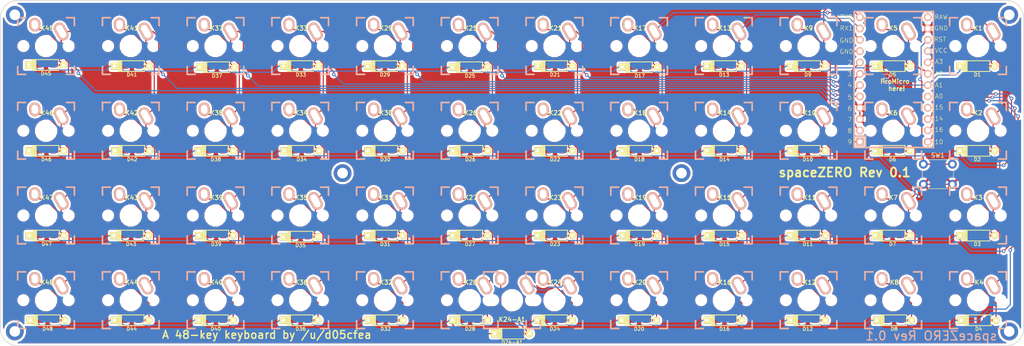
<source format=kicad_pcb>
(kicad_pcb (version 20171130) (host pcbnew "(5.0.2-5-10.14)")
  (layers (0 F.Cu signal) (31 B.Cu signal) (34 B.Paste user) (35 F.Paste user) (36 B.SilkS user) (37 F.SilkS user) (38 B.Mask user) (39 F.Mask user) (44 Edge.Cuts user))
  (net 0 "")
  (net 1 "Net-(D1-Pad2)")
  (net 2 row0)
  (net 3 "Net-(D2-Pad2)")
  (net 4 row1)
  (net 5 "Net-(D3-Pad2)")
  (net 6 row2)
  (net 7 "Net-(D4-Pad2)")
  (net 8 row3)
  (net 9 "Net-(D5-Pad2)")
  (net 10 "Net-(D6-Pad2)")
  (net 11 "Net-(D7-Pad2)")
  (net 12 "Net-(D8-Pad2)")
  (net 13 "Net-(D9-Pad2)")
  (net 14 "Net-(D10-Pad2)")
  (net 15 "Net-(D11-Pad2)")
  (net 16 "Net-(D12-Pad2)")
  (net 17 "Net-(D13-Pad2)")
  (net 18 "Net-(D14-Pad2)")
  (net 19 "Net-(D15-Pad2)")
  (net 20 "Net-(D16-Pad2)")
  (net 21 "Net-(D17-Pad2)")
  (net 22 "Net-(D18-Pad2)")
  (net 23 "Net-(D19-Pad2)")
  (net 24 "Net-(D20-Pad2)")
  (net 25 "Net-(D21-Pad2)")
  (net 26 "Net-(D22-Pad2)")
  (net 27 "Net-(D23-Pad2)")
  (net 28 "Net-(D24-Pad2)")
  (net 29 "Net-(D25-Pad2)")
  (net 30 "Net-(D26-Pad2)")
  (net 31 "Net-(D27-Pad2)")
  (net 32 "Net-(D28-Pad2)")
  (net 33 "Net-(D29-Pad2)")
  (net 34 "Net-(D30-Pad2)")
  (net 35 "Net-(D31-Pad2)")
  (net 36 "Net-(D32-Pad2)")
  (net 37 "Net-(D33-Pad2)")
  (net 38 "Net-(D34-Pad2)")
  (net 39 "Net-(D35-Pad2)")
  (net 40 "Net-(D36-Pad2)")
  (net 41 "Net-(D37-Pad2)")
  (net 42 "Net-(D38-Pad2)")
  (net 43 "Net-(D39-Pad2)")
  (net 44 "Net-(D40-Pad2)")
  (net 45 "Net-(D41-Pad2)")
  (net 46 "Net-(D42-Pad2)")
  (net 47 "Net-(D43-Pad2)")
  (net 48 "Net-(D44-Pad2)")
  (net 49 "Net-(D45-Pad2)")
  (net 50 "Net-(D46-Pad2)")
  (net 51 "Net-(D47-Pad2)")
  (net 52 "Net-(D48-Pad2)")
  (net 53 col0)
  (net 54 col1)
  (net 55 col2)
  (net 56 col3)
  (net 57 col4)
  (net 58 col5)
  (net 59 col6)
  (net 60 col7)
  (net 61 col8)
  (net 62 col9)
  (net 63 col10)
  (net 64 col11)
  (net 65 "Net-(SW1-Pad1)")
  (net 66 +5V)
  (net 67 "Net-(U1-Pad24)")
  (net 68 VCC)
  (net 69 "Net-(U1-Pad17)")
  (net 70 "Net-(U1-Pad16)")
  (net 71 "Net-(D24-A1-Pad2)")
  (module locallib:Mx_Alps_100_wo_l_hole (layer B.Cu) (at 138 138.5 180)
    (fp_text reference K28 (at -0.25 4 180) (layer F.SilkS) (effects (font (thickness 0.2))))
    (fp_text value KEYSW hide)
    (pad 2 thru_hole oval (at 2.52 4.79 183.9) (size 2.5 3.08) (drill oval 1.5 2.08) (layers *.Cu *.Mask B.SilkS) (net 32 "Net-(D28-Pad2)"))
    (pad 1 thru_hole oval (at -3.405 3.27 209.05) (size 2.5 4.17) (drill oval 1.5 3.17) (layers *.Cu *.Mask B.SilkS) (net 59 col6))
    (pad HOLE np_thru_hole circle (at 5.08 0 180) (size 1.7018 1.7018) (drill 1.7018) (layers *.Cu))
    (pad HOLE np_thru_hole circle (at 0 0 180) (size 3.9878 3.9878) (drill 3.9878) (layers *.Cu))
  )
  (module locallib:Mx_Alps_100_wo_r_hole (layer B.Cu) (at 157 138.5 180)
    (fp_text reference K24 (at -0.25 4 180) (layer F.SilkS) (effects (font (thickness 0.2))))
    (fp_text value KEYSW hide)
    (pad HOLE np_thru_hole circle (at 0 0 180) (size 3.9878 3.9878) (drill 3.9878) (layers *.Cu))
    (pad HOLE np_thru_hole circle (at -5.08 0 180) (size 1.7018 1.7018) (drill 1.7018) (layers *.Cu))
    (pad 1 thru_hole oval (at -3.405 3.27 209.05) (size 2.5 4.17) (drill oval 1.5 3.17) (layers *.Cu *.Mask B.SilkS) (net 58 col5))
    (pad 2 thru_hole oval (at 2.52 4.79 183.9) (size 2.5 3.08) (drill oval 1.5 2.08) (layers *.Cu *.Mask B.SilkS) (net 28 "Net-(D24-Pad2)"))
  )
  (module locallib:Mx_Alps_100_wide_holes (layer B.Cu) (at 147.5 138.5 180)
    (fp_text reference K24-A1 (at 0 -4.318 180) (layer F.SilkS) (effects (font (thickness 0.2))))
    (fp_text value KEYSW hide)
    (pad 2 thru_hole oval (at 2.52 4.79 183.9) (size 2.5 3.08) (drill oval 1.5 2.08) (layers *.Cu *.Mask B.SilkS) (net 71 "Net-(D24-A1-Pad2)"))
    (pad 1 thru_hole oval (at -3.405 3.27 209.05) (size 2.5 4.17) (drill oval 1.5 3.17) (layers *.Cu *.Mask B.SilkS) (net 58 col5))
    (pad "" np_thru_hole oval (at 4.75 0 180) (size 2.7018 1.7018) (drill oval 2.7018 1.7018) (layers *.Cu))
    (pad "" np_thru_hole oval (at -4.75 0 180) (size 2.7018 1.7018) (drill oval 2.7018 1.7018) (layers *.Cu))
    (pad HOLE np_thru_hole circle (at 0 0 180) (size 3.9878 3.9878) (drill 3.9878) (layers *.Cu))
  )
  (module Button_Switch_THT:SW_PUSH_6mm (layer F.Cu) (at 239.75 108)
    (fp_text reference SW1 (at 3.25 -2) (layer F.SilkS))
    (fp_text value SW_PUSH)
    (pad 1 thru_hole circle (at 6.5 0 90) (size 2 2) (drill 1.1) (layers *.Cu *.Mask) (net 65 "Net-(SW1-Pad1)"))
    (pad 2 thru_hole circle (at 6.5 4.5 90) (size 2 2) (drill 1.1) (layers *.Cu *.Mask) (net 66 +5V))
    (pad 1 thru_hole circle (at 0 0 90) (size 2 2) (drill 1.1) (layers *.Cu *.Mask) (net 65 "Net-(SW1-Pad1)"))
    (pad 2 thru_hole circle (at 0 4.5 90) (size 2 2) (drill 1.1) (layers *.Cu *.Mask) (net 66 +5V))
  )
  (module keebs:Mx_Alps_100 (layer B.Cu) (at 214 100.5 180)
    (fp_text reference K10 (at -0.25 4 180) (layer F.SilkS) (effects (font (thickness 0.2))))
    (fp_text value KEYSW hide)
    (pad HOLE np_thru_hole circle (at 0 0 180) (size 3.9878 3.9878) (drill 3.9878) (layers *.Cu))
    (pad HOLE np_thru_hole circle (at -5.08 0 180) (size 1.7018 1.7018) (drill 1.7018) (layers *.Cu))
    (pad HOLE np_thru_hole circle (at 5.08 0 180) (size 1.7018 1.7018) (drill 1.7018) (layers *.Cu))
    (pad 1 thru_hole oval (at -3.405 3.27 209.05) (size 2.5 4.17) (drill oval 1.5 3.17) (layers *.Cu *.Mask B.SilkS) (net 55 col2))
    (pad 2 thru_hole oval (at 2.52 4.79 183.9) (size 2.5 3.08) (drill oval 1.5 2.08) (layers *.Cu *.Mask B.SilkS) (net 14 "Net-(D10-Pad2)"))
  )
  (module keebs:Mx_Alps_100 (layer B.Cu) (at 214 119.5 180)
    (fp_text reference K11 (at -0.25 4 180) (layer F.SilkS) (effects (font (thickness 0.2))))
    (fp_text value KEYSW hide)
    (pad HOLE np_thru_hole circle (at 0 0 180) (size 3.9878 3.9878) (drill 3.9878) (layers *.Cu))
    (pad HOLE np_thru_hole circle (at -5.08 0 180) (size 1.7018 1.7018) (drill 1.7018) (layers *.Cu))
    (pad HOLE np_thru_hole circle (at 5.08 0 180) (size 1.7018 1.7018) (drill 1.7018) (layers *.Cu))
    (pad 1 thru_hole oval (at -3.405 3.27 209.05) (size 2.5 4.17) (drill oval 1.5 3.17) (layers *.Cu *.Mask B.SilkS) (net 55 col2))
    (pad 2 thru_hole oval (at 2.52 4.79 183.9) (size 2.5 3.08) (drill oval 1.5 2.08) (layers *.Cu *.Mask B.SilkS) (net 15 "Net-(D11-Pad2)"))
  )
  (module keebs:Mx_Alps_100 (layer B.Cu) (at 214 138.5 180)
    (fp_text reference K12 (at -0.25 4 180) (layer F.SilkS) (effects (font (thickness 0.2))))
    (fp_text value KEYSW hide)
    (pad HOLE np_thru_hole circle (at 0 0 180) (size 3.9878 3.9878) (drill 3.9878) (layers *.Cu))
    (pad HOLE np_thru_hole circle (at -5.08 0 180) (size 1.7018 1.7018) (drill 1.7018) (layers *.Cu))
    (pad HOLE np_thru_hole circle (at 5.08 0 180) (size 1.7018 1.7018) (drill 1.7018) (layers *.Cu))
    (pad 1 thru_hole oval (at -3.405 3.27 209.05) (size 2.5 4.17) (drill oval 1.5 3.17) (layers *.Cu *.Mask B.SilkS) (net 55 col2))
    (pad 2 thru_hole oval (at 2.52 4.79 183.9) (size 2.5 3.08) (drill oval 1.5 2.08) (layers *.Cu *.Mask B.SilkS) (net 16 "Net-(D12-Pad2)"))
  )
  (module keebs:Mx_Alps_100 (layer B.Cu) (at 195 81.5 180)
    (fp_text reference K13 (at -0.25 4 180) (layer F.SilkS) (effects (font (thickness 0.2))))
    (fp_text value KEYSW hide)
    (pad HOLE np_thru_hole circle (at 0 0 180) (size 3.9878 3.9878) (drill 3.9878) (layers *.Cu))
    (pad HOLE np_thru_hole circle (at -5.08 0 180) (size 1.7018 1.7018) (drill 1.7018) (layers *.Cu))
    (pad HOLE np_thru_hole circle (at 5.08 0 180) (size 1.7018 1.7018) (drill 1.7018) (layers *.Cu))
    (pad 1 thru_hole oval (at -3.405 3.27 209.05) (size 2.5 4.17) (drill oval 1.5 3.17) (layers *.Cu *.Mask B.SilkS) (net 56 col3))
    (pad 2 thru_hole oval (at 2.52 4.79 183.9) (size 2.5 3.08) (drill oval 1.5 2.08) (layers *.Cu *.Mask B.SilkS) (net 17 "Net-(D13-Pad2)"))
  )
  (module keebs:Mx_Alps_100 (layer B.Cu) (at 195 100.5 180)
    (fp_text reference K14 (at -0.25 4 180) (layer F.SilkS) (effects (font (thickness 0.2))))
    (fp_text value KEYSW hide)
    (pad HOLE np_thru_hole circle (at 0 0 180) (size 3.9878 3.9878) (drill 3.9878) (layers *.Cu))
    (pad HOLE np_thru_hole circle (at -5.08 0 180) (size 1.7018 1.7018) (drill 1.7018) (layers *.Cu))
    (pad HOLE np_thru_hole circle (at 5.08 0 180) (size 1.7018 1.7018) (drill 1.7018) (layers *.Cu))
    (pad 1 thru_hole oval (at -3.405 3.27 209.05) (size 2.5 4.17) (drill oval 1.5 3.17) (layers *.Cu *.Mask B.SilkS) (net 56 col3))
    (pad 2 thru_hole oval (at 2.52 4.79 183.9) (size 2.5 3.08) (drill oval 1.5 2.08) (layers *.Cu *.Mask B.SilkS) (net 18 "Net-(D14-Pad2)"))
  )
  (module keebs:Mx_Alps_100 (layer B.Cu) (at 195 119.5 180)
    (fp_text reference K15 (at -0.25 4 180) (layer F.SilkS) (effects (font (thickness 0.2))))
    (fp_text value KEYSW hide)
    (pad HOLE np_thru_hole circle (at 0 0 180) (size 3.9878 3.9878) (drill 3.9878) (layers *.Cu))
    (pad HOLE np_thru_hole circle (at -5.08 0 180) (size 1.7018 1.7018) (drill 1.7018) (layers *.Cu))
    (pad HOLE np_thru_hole circle (at 5.08 0 180) (size 1.7018 1.7018) (drill 1.7018) (layers *.Cu))
    (pad 1 thru_hole oval (at -3.405 3.27 209.05) (size 2.5 4.17) (drill oval 1.5 3.17) (layers *.Cu *.Mask B.SilkS) (net 56 col3))
    (pad 2 thru_hole oval (at 2.52 4.79 183.9) (size 2.5 3.08) (drill oval 1.5 2.08) (layers *.Cu *.Mask B.SilkS) (net 19 "Net-(D15-Pad2)"))
  )
  (module keebs:Mx_Alps_100 (layer B.Cu) (at 195 138.5 180)
    (fp_text reference K16 (at -0.25 4 180) (layer F.SilkS) (effects (font (thickness 0.2))))
    (fp_text value KEYSW hide)
    (pad HOLE np_thru_hole circle (at 0 0 180) (size 3.9878 3.9878) (drill 3.9878) (layers *.Cu))
    (pad HOLE np_thru_hole circle (at -5.08 0 180) (size 1.7018 1.7018) (drill 1.7018) (layers *.Cu))
    (pad HOLE np_thru_hole circle (at 5.08 0 180) (size 1.7018 1.7018) (drill 1.7018) (layers *.Cu))
    (pad 1 thru_hole oval (at -3.405 3.27 209.05) (size 2.5 4.17) (drill oval 1.5 3.17) (layers *.Cu *.Mask B.SilkS) (net 56 col3))
    (pad 2 thru_hole oval (at 2.52 4.79 183.9) (size 2.5 3.08) (drill oval 1.5 2.08) (layers *.Cu *.Mask B.SilkS) (net 20 "Net-(D16-Pad2)"))
  )
  (module keebs:Mx_Alps_100 (layer B.Cu) (at 176 81.5 180)
    (fp_text reference K17 (at -0.25 4 180) (layer F.SilkS) (effects (font (thickness 0.2))))
    (fp_text value KEYSW hide)
    (pad HOLE np_thru_hole circle (at 0 0 180) (size 3.9878 3.9878) (drill 3.9878) (layers *.Cu))
    (pad HOLE np_thru_hole circle (at -5.08 0 180) (size 1.7018 1.7018) (drill 1.7018) (layers *.Cu))
    (pad HOLE np_thru_hole circle (at 5.08 0 180) (size 1.7018 1.7018) (drill 1.7018) (layers *.Cu))
    (pad 1 thru_hole oval (at -3.405 3.27 209.05) (size 2.5 4.17) (drill oval 1.5 3.17) (layers *.Cu *.Mask B.SilkS) (net 57 col4))
    (pad 2 thru_hole oval (at 2.52 4.79 183.9) (size 2.5 3.08) (drill oval 1.5 2.08) (layers *.Cu *.Mask B.SilkS) (net 21 "Net-(D17-Pad2)"))
  )
  (module keebs:Mx_Alps_100 (layer B.Cu) (at 176 100.5 180)
    (fp_text reference K18 (at -0.25 4 180) (layer F.SilkS) (effects (font (thickness 0.2))))
    (fp_text value KEYSW hide)
    (pad HOLE np_thru_hole circle (at 0 0 180) (size 3.9878 3.9878) (drill 3.9878) (layers *.Cu))
    (pad HOLE np_thru_hole circle (at -5.08 0 180) (size 1.7018 1.7018) (drill 1.7018) (layers *.Cu))
    (pad HOLE np_thru_hole circle (at 5.08 0 180) (size 1.7018 1.7018) (drill 1.7018) (layers *.Cu))
    (pad 1 thru_hole oval (at -3.405 3.27 209.05) (size 2.5 4.17) (drill oval 1.5 3.17) (layers *.Cu *.Mask B.SilkS) (net 57 col4))
    (pad 2 thru_hole oval (at 2.52 4.79 183.9) (size 2.5 3.08) (drill oval 1.5 2.08) (layers *.Cu *.Mask B.SilkS) (net 22 "Net-(D18-Pad2)"))
  )
  (module keebs:Mx_Alps_100 (layer B.Cu) (at 176 119.5 180)
    (fp_text reference K19 (at -0.25 4 180) (layer F.SilkS) (effects (font (thickness 0.2))))
    (fp_text value KEYSW hide)
    (pad HOLE np_thru_hole circle (at 0 0 180) (size 3.9878 3.9878) (drill 3.9878) (layers *.Cu))
    (pad HOLE np_thru_hole circle (at -5.08 0 180) (size 1.7018 1.7018) (drill 1.7018) (layers *.Cu))
    (pad HOLE np_thru_hole circle (at 5.08 0 180) (size 1.7018 1.7018) (drill 1.7018) (layers *.Cu))
    (pad 1 thru_hole oval (at -3.405 3.27 209.05) (size 2.5 4.17) (drill oval 1.5 3.17) (layers *.Cu *.Mask B.SilkS) (net 57 col4))
    (pad 2 thru_hole oval (at 2.52 4.79 183.9) (size 2.5 3.08) (drill oval 1.5 2.08) (layers *.Cu *.Mask B.SilkS) (net 23 "Net-(D19-Pad2)"))
  )
  (module keebs:Mx_Alps_100 (layer B.Cu) (at 176 138.5 180)
    (fp_text reference K20 (at -0.25 4 180) (layer F.SilkS) (effects (font (thickness 0.2))))
    (fp_text value KEYSW hide)
    (pad HOLE np_thru_hole circle (at 0 0 180) (size 3.9878 3.9878) (drill 3.9878) (layers *.Cu))
    (pad HOLE np_thru_hole circle (at -5.08 0 180) (size 1.7018 1.7018) (drill 1.7018) (layers *.Cu))
    (pad HOLE np_thru_hole circle (at 5.08 0 180) (size 1.7018 1.7018) (drill 1.7018) (layers *.Cu))
    (pad 1 thru_hole oval (at -3.405 3.27 209.05) (size 2.5 4.17) (drill oval 1.5 3.17) (layers *.Cu *.Mask B.SilkS) (net 57 col4))
    (pad 2 thru_hole oval (at 2.52 4.79 183.9) (size 2.5 3.08) (drill oval 1.5 2.08) (layers *.Cu *.Mask B.SilkS) (net 24 "Net-(D20-Pad2)"))
  )
  (module keebs:Mx_Alps_100 (layer B.Cu) (at 157 81.5 180)
    (fp_text reference K21 (at -0.25 4 180) (layer F.SilkS) (effects (font (thickness 0.2))))
    (fp_text value KEYSW hide)
    (pad HOLE np_thru_hole circle (at 0 0 180) (size 3.9878 3.9878) (drill 3.9878) (layers *.Cu))
    (pad HOLE np_thru_hole circle (at -5.08 0 180) (size 1.7018 1.7018) (drill 1.7018) (layers *.Cu))
    (pad HOLE np_thru_hole circle (at 5.08 0 180) (size 1.7018 1.7018) (drill 1.7018) (layers *.Cu))
    (pad 1 thru_hole oval (at -3.405 3.27 209.05) (size 2.5 4.17) (drill oval 1.5 3.17) (layers *.Cu *.Mask B.SilkS) (net 58 col5))
    (pad 2 thru_hole oval (at 2.52 4.79 183.9) (size 2.5 3.08) (drill oval 1.5 2.08) (layers *.Cu *.Mask B.SilkS) (net 25 "Net-(D21-Pad2)"))
  )
  (module keebs:Mx_Alps_100 (layer B.Cu) (at 157 100.5 180)
    (fp_text reference K22 (at -0.25 4 180) (layer F.SilkS) (effects (font (thickness 0.2))))
    (fp_text value KEYSW hide)
    (pad HOLE np_thru_hole circle (at 0 0 180) (size 3.9878 3.9878) (drill 3.9878) (layers *.Cu))
    (pad HOLE np_thru_hole circle (at -5.08 0 180) (size 1.7018 1.7018) (drill 1.7018) (layers *.Cu))
    (pad HOLE np_thru_hole circle (at 5.08 0 180) (size 1.7018 1.7018) (drill 1.7018) (layers *.Cu))
    (pad 1 thru_hole oval (at -3.405 3.27 209.05) (size 2.5 4.17) (drill oval 1.5 3.17) (layers *.Cu *.Mask B.SilkS) (net 58 col5))
    (pad 2 thru_hole oval (at 2.52 4.79 183.9) (size 2.5 3.08) (drill oval 1.5 2.08) (layers *.Cu *.Mask B.SilkS) (net 26 "Net-(D22-Pad2)"))
  )
  (module keebs:Mx_Alps_100 (layer B.Cu) (at 157 119.5 180)
    (fp_text reference K23 (at -0.25 4 180) (layer F.SilkS) (effects (font (thickness 0.2))))
    (fp_text value KEYSW hide)
    (pad HOLE np_thru_hole circle (at 0 0 180) (size 3.9878 3.9878) (drill 3.9878) (layers *.Cu))
    (pad HOLE np_thru_hole circle (at -5.08 0 180) (size 1.7018 1.7018) (drill 1.7018) (layers *.Cu))
    (pad HOLE np_thru_hole circle (at 5.08 0 180) (size 1.7018 1.7018) (drill 1.7018) (layers *.Cu))
    (pad 1 thru_hole oval (at -3.405 3.27 209.05) (size 2.5 4.17) (drill oval 1.5 3.17) (layers *.Cu *.Mask B.SilkS) (net 58 col5))
    (pad 2 thru_hole oval (at 2.52 4.79 183.9) (size 2.5 3.08) (drill oval 1.5 2.08) (layers *.Cu *.Mask B.SilkS) (net 27 "Net-(D23-Pad2)"))
  )
  (module keebs:Mx_Alps_100 (layer B.Cu) (at 138 81.5 180)
    (fp_text reference K25 (at -0.25 4 180) (layer F.SilkS) (effects (font (thickness 0.2))))
    (fp_text value KEYSW hide)
    (pad 2 thru_hole oval (at 2.52 4.79 183.9) (size 2.5 3.08) (drill oval 1.5 2.08) (layers *.Cu *.Mask B.SilkS) (net 29 "Net-(D25-Pad2)"))
    (pad 1 thru_hole oval (at -3.405 3.27 209.05) (size 2.5 4.17) (drill oval 1.5 3.17) (layers *.Cu *.Mask B.SilkS) (net 59 col6))
    (pad HOLE np_thru_hole circle (at 5.08 0 180) (size 1.7018 1.7018) (drill 1.7018) (layers *.Cu))
    (pad HOLE np_thru_hole circle (at -5.08 0 180) (size 1.7018 1.7018) (drill 1.7018) (layers *.Cu))
    (pad HOLE np_thru_hole circle (at 0 0 180) (size 3.9878 3.9878) (drill 3.9878) (layers *.Cu))
  )
  (module keebs:Mx_Alps_100 (layer B.Cu) (at 138 100.5 180)
    (fp_text reference K26 (at -0.25 4 180) (layer F.SilkS) (effects (font (thickness 0.2))))
    (fp_text value KEYSW hide)
    (pad 2 thru_hole oval (at 2.52 4.79 183.9) (size 2.5 3.08) (drill oval 1.5 2.08) (layers *.Cu *.Mask B.SilkS) (net 30 "Net-(D26-Pad2)"))
    (pad 1 thru_hole oval (at -3.405 3.27 209.05) (size 2.5 4.17) (drill oval 1.5 3.17) (layers *.Cu *.Mask B.SilkS) (net 59 col6))
    (pad HOLE np_thru_hole circle (at 5.08 0 180) (size 1.7018 1.7018) (drill 1.7018) (layers *.Cu))
    (pad HOLE np_thru_hole circle (at -5.08 0 180) (size 1.7018 1.7018) (drill 1.7018) (layers *.Cu))
    (pad HOLE np_thru_hole circle (at 0 0 180) (size 3.9878 3.9878) (drill 3.9878) (layers *.Cu))
  )
  (module keebs:Mx_Alps_100 (layer B.Cu) (at 138 119.5 180)
    (fp_text reference K27 (at -0.25 4 180) (layer F.SilkS) (effects (font (thickness 0.2))))
    (fp_text value KEYSW hide)
    (pad 2 thru_hole oval (at 2.52 4.79 183.9) (size 2.5 3.08) (drill oval 1.5 2.08) (layers *.Cu *.Mask B.SilkS) (net 31 "Net-(D27-Pad2)"))
    (pad 1 thru_hole oval (at -3.405 3.27 209.05) (size 2.5 4.17) (drill oval 1.5 3.17) (layers *.Cu *.Mask B.SilkS) (net 59 col6))
    (pad HOLE np_thru_hole circle (at 5.08 0 180) (size 1.7018 1.7018) (drill 1.7018) (layers *.Cu))
    (pad HOLE np_thru_hole circle (at -5.08 0 180) (size 1.7018 1.7018) (drill 1.7018) (layers *.Cu))
    (pad HOLE np_thru_hole circle (at 0 0 180) (size 3.9878 3.9878) (drill 3.9878) (layers *.Cu))
  )
  (module keebs:Mx_Alps_100 (layer B.Cu) (at 119 81.5 180)
    (fp_text reference K29 (at -0.25 4 180) (layer F.SilkS) (effects (font (thickness 0.2))))
    (fp_text value KEYSW hide)
    (pad 2 thru_hole oval (at 2.52 4.79 183.9) (size 2.5 3.08) (drill oval 1.5 2.08) (layers *.Cu *.Mask B.SilkS) (net 33 "Net-(D29-Pad2)"))
    (pad 1 thru_hole oval (at -3.405 3.27 209.05) (size 2.5 4.17) (drill oval 1.5 3.17) (layers *.Cu *.Mask B.SilkS) (net 60 col7))
    (pad HOLE np_thru_hole circle (at 5.08 0 180) (size 1.7018 1.7018) (drill 1.7018) (layers *.Cu))
    (pad HOLE np_thru_hole circle (at -5.08 0 180) (size 1.7018 1.7018) (drill 1.7018) (layers *.Cu))
    (pad HOLE np_thru_hole circle (at 0 0 180) (size 3.9878 3.9878) (drill 3.9878) (layers *.Cu))
  )
  (module keebs:Mx_Alps_100 (layer B.Cu) (at 119 100.5 180)
    (fp_text reference K30 (at -0.25 4 180) (layer F.SilkS) (effects (font (thickness 0.2))))
    (fp_text value KEYSW hide)
    (pad 2 thru_hole oval (at 2.52 4.79 183.9) (size 2.5 3.08) (drill oval 1.5 2.08) (layers *.Cu *.Mask B.SilkS) (net 34 "Net-(D30-Pad2)"))
    (pad 1 thru_hole oval (at -3.405 3.27 209.05) (size 2.5 4.17) (drill oval 1.5 3.17) (layers *.Cu *.Mask B.SilkS) (net 60 col7))
    (pad HOLE np_thru_hole circle (at 5.08 0 180) (size 1.7018 1.7018) (drill 1.7018) (layers *.Cu))
    (pad HOLE np_thru_hole circle (at -5.08 0 180) (size 1.7018 1.7018) (drill 1.7018) (layers *.Cu))
    (pad HOLE np_thru_hole circle (at 0 0 180) (size 3.9878 3.9878) (drill 3.9878) (layers *.Cu))
  )
  (module keebs:Mx_Alps_100 (layer B.Cu) (at 119 119.5 180)
    (fp_text reference K31 (at -0.25 4 180) (layer F.SilkS) (effects (font (thickness 0.2))))
    (fp_text value KEYSW hide)
    (pad 2 thru_hole oval (at 2.52 4.79 183.9) (size 2.5 3.08) (drill oval 1.5 2.08) (layers *.Cu *.Mask B.SilkS) (net 35 "Net-(D31-Pad2)"))
    (pad 1 thru_hole oval (at -3.405 3.27 209.05) (size 2.5 4.17) (drill oval 1.5 3.17) (layers *.Cu *.Mask B.SilkS) (net 60 col7))
    (pad HOLE np_thru_hole circle (at 5.08 0 180) (size 1.7018 1.7018) (drill 1.7018) (layers *.Cu))
    (pad HOLE np_thru_hole circle (at -5.08 0 180) (size 1.7018 1.7018) (drill 1.7018) (layers *.Cu))
    (pad HOLE np_thru_hole circle (at 0 0 180) (size 3.9878 3.9878) (drill 3.9878) (layers *.Cu))
  )
  (module keebs:Mx_Alps_100 (layer B.Cu) (at 119 138.5 180)
    (fp_text reference K32 (at -0.25 4 180) (layer F.SilkS) (effects (font (thickness 0.2))))
    (fp_text value KEYSW hide)
    (pad 2 thru_hole oval (at 2.52 4.79 183.9) (size 2.5 3.08) (drill oval 1.5 2.08) (layers *.Cu *.Mask B.SilkS) (net 36 "Net-(D32-Pad2)"))
    (pad 1 thru_hole oval (at -3.405 3.27 209.05) (size 2.5 4.17) (drill oval 1.5 3.17) (layers *.Cu *.Mask B.SilkS) (net 60 col7))
    (pad HOLE np_thru_hole circle (at 5.08 0 180) (size 1.7018 1.7018) (drill 1.7018) (layers *.Cu))
    (pad HOLE np_thru_hole circle (at -5.08 0 180) (size 1.7018 1.7018) (drill 1.7018) (layers *.Cu))
    (pad HOLE np_thru_hole circle (at 0 0 180) (size 3.9878 3.9878) (drill 3.9878) (layers *.Cu))
  )
  (module keebs:Mx_Alps_100 (layer B.Cu) (at 100 81.5 180)
    (fp_text reference K33 (at -0.25 4 180) (layer F.SilkS) (effects (font (thickness 0.2))))
    (fp_text value KEYSW hide)
    (pad 2 thru_hole oval (at 2.52 4.79 183.9) (size 2.5 3.08) (drill oval 1.5 2.08) (layers *.Cu *.Mask B.SilkS) (net 37 "Net-(D33-Pad2)"))
    (pad 1 thru_hole oval (at -3.405 3.27 209.05) (size 2.5 4.17) (drill oval 1.5 3.17) (layers *.Cu *.Mask B.SilkS) (net 61 col8))
    (pad HOLE np_thru_hole circle (at 5.08 0 180) (size 1.7018 1.7018) (drill 1.7018) (layers *.Cu))
    (pad HOLE np_thru_hole circle (at -5.08 0 180) (size 1.7018 1.7018) (drill 1.7018) (layers *.Cu))
    (pad HOLE np_thru_hole circle (at 0 0 180) (size 3.9878 3.9878) (drill 3.9878) (layers *.Cu))
  )
  (module keebs:Mx_Alps_100 (layer B.Cu) (at 100 100.5 180)
    (fp_text reference K34 (at -0.25 4 180) (layer F.SilkS) (effects (font (thickness 0.2))))
    (fp_text value KEYSW hide)
    (pad 2 thru_hole oval (at 2.52 4.79 183.9) (size 2.5 3.08) (drill oval 1.5 2.08) (layers *.Cu *.Mask B.SilkS) (net 38 "Net-(D34-Pad2)"))
    (pad 1 thru_hole oval (at -3.405 3.27 209.05) (size 2.5 4.17) (drill oval 1.5 3.17) (layers *.Cu *.Mask B.SilkS) (net 61 col8))
    (pad HOLE np_thru_hole circle (at 5.08 0 180) (size 1.7018 1.7018) (drill 1.7018) (layers *.Cu))
    (pad HOLE np_thru_hole circle (at -5.08 0 180) (size 1.7018 1.7018) (drill 1.7018) (layers *.Cu))
    (pad HOLE np_thru_hole circle (at 0 0 180) (size 3.9878 3.9878) (drill 3.9878) (layers *.Cu))
  )
  (module keebs:Mx_Alps_100 (layer B.Cu) (at 100 119.5 180)
    (fp_text reference K35 (at -0.25 4 180) (layer F.SilkS) (effects (font (thickness 0.2))))
    (fp_text value KEYSW hide)
    (pad 2 thru_hole oval (at 2.52 4.79 183.9) (size 2.5 3.08) (drill oval 1.5 2.08) (layers *.Cu *.Mask B.SilkS) (net 39 "Net-(D35-Pad2)"))
    (pad 1 thru_hole oval (at -3.405 3.27 209.05) (size 2.5 4.17) (drill oval 1.5 3.17) (layers *.Cu *.Mask B.SilkS) (net 61 col8))
    (pad HOLE np_thru_hole circle (at 5.08 0 180) (size 1.7018 1.7018) (drill 1.7018) (layers *.Cu))
    (pad HOLE np_thru_hole circle (at -5.08 0 180) (size 1.7018 1.7018) (drill 1.7018) (layers *.Cu))
    (pad HOLE np_thru_hole circle (at 0 0 180) (size 3.9878 3.9878) (drill 3.9878) (layers *.Cu))
  )
  (module keebs:Mx_Alps_100 (layer B.Cu) (at 100 138.5 180)
    (fp_text reference K36 (at -0.25 4 180) (layer F.SilkS) (effects (font (thickness 0.2))))
    (fp_text value KEYSW hide)
    (pad 2 thru_hole oval (at 2.52 4.79 183.9) (size 2.5 3.08) (drill oval 1.5 2.08) (layers *.Cu *.Mask B.SilkS) (net 40 "Net-(D36-Pad2)"))
    (pad 1 thru_hole oval (at -3.405 3.27 209.05) (size 2.5 4.17) (drill oval 1.5 3.17) (layers *.Cu *.Mask B.SilkS) (net 61 col8))
    (pad HOLE np_thru_hole circle (at 5.08 0 180) (size 1.7018 1.7018) (drill 1.7018) (layers *.Cu))
    (pad HOLE np_thru_hole circle (at -5.08 0 180) (size 1.7018 1.7018) (drill 1.7018) (layers *.Cu))
    (pad HOLE np_thru_hole circle (at 0 0 180) (size 3.9878 3.9878) (drill 3.9878) (layers *.Cu))
  )
  (module keebs:Mx_Alps_100 (layer B.Cu) (at 81 81.5 180)
    (fp_text reference K37 (at -0.25 4 180) (layer F.SilkS) (effects (font (thickness 0.2))))
    (fp_text value KEYSW hide)
    (pad 2 thru_hole oval (at 2.52 4.79 183.9) (size 2.5 3.08) (drill oval 1.5 2.08) (layers *.Cu *.Mask B.SilkS) (net 41 "Net-(D37-Pad2)"))
    (pad 1 thru_hole oval (at -3.405 3.27 209.05) (size 2.5 4.17) (drill oval 1.5 3.17) (layers *.Cu *.Mask B.SilkS) (net 62 col9))
    (pad HOLE np_thru_hole circle (at 5.08 0 180) (size 1.7018 1.7018) (drill 1.7018) (layers *.Cu))
    (pad HOLE np_thru_hole circle (at -5.08 0 180) (size 1.7018 1.7018) (drill 1.7018) (layers *.Cu))
    (pad HOLE np_thru_hole circle (at 0 0 180) (size 3.9878 3.9878) (drill 3.9878) (layers *.Cu))
  )
  (module keebs:Mx_Alps_100 (layer B.Cu) (at 81 100.5 180)
    (fp_text reference K38 (at -0.25 4 180) (layer F.SilkS) (effects (font (thickness 0.2))))
    (fp_text value KEYSW hide)
    (pad 2 thru_hole oval (at 2.52 4.79 183.9) (size 2.5 3.08) (drill oval 1.5 2.08) (layers *.Cu *.Mask B.SilkS) (net 42 "Net-(D38-Pad2)"))
    (pad 1 thru_hole oval (at -3.405 3.27 209.05) (size 2.5 4.17) (drill oval 1.5 3.17) (layers *.Cu *.Mask B.SilkS) (net 62 col9))
    (pad HOLE np_thru_hole circle (at 5.08 0 180) (size 1.7018 1.7018) (drill 1.7018) (layers *.Cu))
    (pad HOLE np_thru_hole circle (at -5.08 0 180) (size 1.7018 1.7018) (drill 1.7018) (layers *.Cu))
    (pad HOLE np_thru_hole circle (at 0 0 180) (size 3.9878 3.9878) (drill 3.9878) (layers *.Cu))
  )
  (module keebs:Mx_Alps_100 (layer B.Cu) (at 81 119.5 180)
    (fp_text reference K39 (at -0.25 4 180) (layer F.SilkS) (effects (font (thickness 0.2))))
    (fp_text value KEYSW hide)
    (pad 2 thru_hole oval (at 2.52 4.79 183.9) (size 2.5 3.08) (drill oval 1.5 2.08) (layers *.Cu *.Mask B.SilkS) (net 43 "Net-(D39-Pad2)"))
    (pad 1 thru_hole oval (at -3.405 3.27 209.05) (size 2.5 4.17) (drill oval 1.5 3.17) (layers *.Cu *.Mask B.SilkS) (net 62 col9))
    (pad HOLE np_thru_hole circle (at 5.08 0 180) (size 1.7018 1.7018) (drill 1.7018) (layers *.Cu))
    (pad HOLE np_thru_hole circle (at -5.08 0 180) (size 1.7018 1.7018) (drill 1.7018) (layers *.Cu))
    (pad HOLE np_thru_hole circle (at 0 0 180) (size 3.9878 3.9878) (drill 3.9878) (layers *.Cu))
  )
  (module keebs:Mx_Alps_100 (layer B.Cu) (at 81 138.5 180)
    (fp_text reference K40 (at -0.25 4 180) (layer F.SilkS) (effects (font (thickness 0.2))))
    (fp_text value KEYSW hide)
    (pad 2 thru_hole oval (at 2.52 4.79 183.9) (size 2.5 3.08) (drill oval 1.5 2.08) (layers *.Cu *.Mask B.SilkS) (net 44 "Net-(D40-Pad2)"))
    (pad 1 thru_hole oval (at -3.405 3.27 209.05) (size 2.5 4.17) (drill oval 1.5 3.17) (layers *.Cu *.Mask B.SilkS) (net 62 col9))
    (pad HOLE np_thru_hole circle (at 5.08 0 180) (size 1.7018 1.7018) (drill 1.7018) (layers *.Cu))
    (pad HOLE np_thru_hole circle (at -5.08 0 180) (size 1.7018 1.7018) (drill 1.7018) (layers *.Cu))
    (pad HOLE np_thru_hole circle (at 0 0 180) (size 3.9878 3.9878) (drill 3.9878) (layers *.Cu))
  )
  (module keebs:Mx_Alps_100 (layer B.Cu) (at 62 81.5 180)
    (fp_text reference K41 (at -0.25 4 180) (layer F.SilkS) (effects (font (thickness 0.2))))
    (fp_text value KEYSW hide)
    (pad 2 thru_hole oval (at 2.52 4.79 183.9) (size 2.5 3.08) (drill oval 1.5 2.08) (layers *.Cu *.Mask B.SilkS) (net 45 "Net-(D41-Pad2)"))
    (pad 1 thru_hole oval (at -3.405 3.27 209.05) (size 2.5 4.17) (drill oval 1.5 3.17) (layers *.Cu *.Mask B.SilkS) (net 63 col10))
    (pad HOLE np_thru_hole circle (at 5.08 0 180) (size 1.7018 1.7018) (drill 1.7018) (layers *.Cu))
    (pad HOLE np_thru_hole circle (at -5.08 0 180) (size 1.7018 1.7018) (drill 1.7018) (layers *.Cu))
    (pad HOLE np_thru_hole circle (at 0 0 180) (size 3.9878 3.9878) (drill 3.9878) (layers *.Cu))
  )
  (module keebs:Mx_Alps_100 (layer B.Cu) (at 62 100.5 180)
    (fp_text reference K42 (at -0.25 4 180) (layer F.SilkS) (effects (font (thickness 0.2))))
    (fp_text value KEYSW hide)
    (pad 2 thru_hole oval (at 2.52 4.79 183.9) (size 2.5 3.08) (drill oval 1.5 2.08) (layers *.Cu *.Mask B.SilkS) (net 46 "Net-(D42-Pad2)"))
    (pad 1 thru_hole oval (at -3.405 3.27 209.05) (size 2.5 4.17) (drill oval 1.5 3.17) (layers *.Cu *.Mask B.SilkS) (net 63 col10))
    (pad HOLE np_thru_hole circle (at 5.08 0 180) (size 1.7018 1.7018) (drill 1.7018) (layers *.Cu))
    (pad HOLE np_thru_hole circle (at -5.08 0 180) (size 1.7018 1.7018) (drill 1.7018) (layers *.Cu))
    (pad HOLE np_thru_hole circle (at 0 0 180) (size 3.9878 3.9878) (drill 3.9878) (layers *.Cu))
  )
  (module keebs:Mx_Alps_100 (layer B.Cu) (at 62 119.5 180)
    (fp_text reference K43 (at -0.25 4 180) (layer F.SilkS) (effects (font (thickness 0.2))))
    (fp_text value KEYSW hide)
    (pad 2 thru_hole oval (at 2.52 4.79 183.9) (size 2.5 3.08) (drill oval 1.5 2.08) (layers *.Cu *.Mask B.SilkS) (net 47 "Net-(D43-Pad2)"))
    (pad 1 thru_hole oval (at -3.405 3.27 209.05) (size 2.5 4.17) (drill oval 1.5 3.17) (layers *.Cu *.Mask B.SilkS) (net 63 col10))
    (pad HOLE np_thru_hole circle (at 5.08 0 180) (size 1.7018 1.7018) (drill 1.7018) (layers *.Cu))
    (pad HOLE np_thru_hole circle (at -5.08 0 180) (size 1.7018 1.7018) (drill 1.7018) (layers *.Cu))
    (pad HOLE np_thru_hole circle (at 0 0 180) (size 3.9878 3.9878) (drill 3.9878) (layers *.Cu))
  )
  (module keebs:Mx_Alps_100 (layer B.Cu) (at 62 138.5 180)
    (fp_text reference K44 (at -0.25 4 180) (layer F.SilkS) (effects (font (thickness 0.2))))
    (fp_text value KEYSW hide)
    (pad 2 thru_hole oval (at 2.52 4.79 183.9) (size 2.5 3.08) (drill oval 1.5 2.08) (layers *.Cu *.Mask B.SilkS) (net 48 "Net-(D44-Pad2)"))
    (pad 1 thru_hole oval (at -3.405 3.27 209.05) (size 2.5 4.17) (drill oval 1.5 3.17) (layers *.Cu *.Mask B.SilkS) (net 63 col10))
    (pad HOLE np_thru_hole circle (at 5.08 0 180) (size 1.7018 1.7018) (drill 1.7018) (layers *.Cu))
    (pad HOLE np_thru_hole circle (at -5.08 0 180) (size 1.7018 1.7018) (drill 1.7018) (layers *.Cu))
    (pad HOLE np_thru_hole circle (at 0 0 180) (size 3.9878 3.9878) (drill 3.9878) (layers *.Cu))
  )
  (module keebs:Mx_Alps_100 (layer B.Cu) (at 43 81.5 180)
    (fp_text reference K45 (at -0.25 4 180) (layer F.SilkS) (effects (font (thickness 0.2))))
    (fp_text value KEYSW hide)
    (pad 2 thru_hole oval (at 2.52 4.79 183.9) (size 2.5 3.08) (drill oval 1.5 2.08) (layers *.Cu *.Mask B.SilkS) (net 49 "Net-(D45-Pad2)"))
    (pad 1 thru_hole oval (at -3.405 3.27 209.05) (size 2.5 4.17) (drill oval 1.5 3.17) (layers *.Cu *.Mask B.SilkS) (net 64 col11))
    (pad HOLE np_thru_hole circle (at 5.08 0 180) (size 1.7018 1.7018) (drill 1.7018) (layers *.Cu))
    (pad HOLE np_thru_hole circle (at -5.08 0 180) (size 1.7018 1.7018) (drill 1.7018) (layers *.Cu))
    (pad HOLE np_thru_hole circle (at 0 0 180) (size 3.9878 3.9878) (drill 3.9878) (layers *.Cu))
  )
  (module keebs:Mx_Alps_100 (layer B.Cu) (at 43 100.5 180)
    (fp_text reference K46 (at -0.25 4 180) (layer F.SilkS) (effects (font (thickness 0.2))))
    (fp_text value KEYSW hide)
    (pad 2 thru_hole oval (at 2.52 4.79 183.9) (size 2.5 3.08) (drill oval 1.5 2.08) (layers *.Cu *.Mask B.SilkS) (net 50 "Net-(D46-Pad2)"))
    (pad 1 thru_hole oval (at -3.405 3.27 209.05) (size 2.5 4.17) (drill oval 1.5 3.17) (layers *.Cu *.Mask B.SilkS) (net 64 col11))
    (pad HOLE np_thru_hole circle (at 5.08 0 180) (size 1.7018 1.7018) (drill 1.7018) (layers *.Cu))
    (pad HOLE np_thru_hole circle (at -5.08 0 180) (size 1.7018 1.7018) (drill 1.7018) (layers *.Cu))
    (pad HOLE np_thru_hole circle (at 0 0 180) (size 3.9878 3.9878) (drill 3.9878) (layers *.Cu))
  )
  (module keebs:Mx_Alps_100 (layer B.Cu) (at 43 119.5 180)
    (fp_text reference K47 (at -0.25 4 180) (layer F.SilkS) (effects (font (thickness 0.2))))
    (fp_text value KEYSW hide)
    (pad 2 thru_hole oval (at 2.52 4.79 183.9) (size 2.5 3.08) (drill oval 1.5 2.08) (layers *.Cu *.Mask B.SilkS) (net 51 "Net-(D47-Pad2)"))
    (pad 1 thru_hole oval (at -3.405 3.27 209.05) (size 2.5 4.17) (drill oval 1.5 3.17) (layers *.Cu *.Mask B.SilkS) (net 64 col11))
    (pad HOLE np_thru_hole circle (at 5.08 0 180) (size 1.7018 1.7018) (drill 1.7018) (layers *.Cu))
    (pad HOLE np_thru_hole circle (at -5.08 0 180) (size 1.7018 1.7018) (drill 1.7018) (layers *.Cu))
    (pad HOLE np_thru_hole circle (at 0 0 180) (size 3.9878 3.9878) (drill 3.9878) (layers *.Cu))
  )
  (module keebs:Mx_Alps_100 (layer B.Cu) (at 43 138.5 180)
    (fp_text reference K48 (at -0.25 4 180) (layer F.SilkS) (effects (font (thickness 0.2))))
    (fp_text value KEYSW hide)
    (pad 2 thru_hole oval (at 2.52 4.79 183.9) (size 2.5 3.08) (drill oval 1.5 2.08) (layers *.Cu *.Mask B.SilkS) (net 52 "Net-(D48-Pad2)"))
    (pad 1 thru_hole oval (at -3.405 3.27 209.05) (size 2.5 4.17) (drill oval 1.5 3.17) (layers *.Cu *.Mask B.SilkS) (net 64 col11))
    (pad HOLE np_thru_hole circle (at 5.08 0 180) (size 1.7018 1.7018) (drill 1.7018) (layers *.Cu))
    (pad HOLE np_thru_hole circle (at -5.08 0 180) (size 1.7018 1.7018) (drill 1.7018) (layers *.Cu))
    (pad HOLE np_thru_hole circle (at 0 0 180) (size 3.9878 3.9878) (drill 3.9878) (layers *.Cu))
  )
  (module keebs:Pro_Micro (layer B.Cu) (at 233.12 89 90)
    (fp_text reference U1 (at 0 -1.625 90) (layer B.SilkS) (effects (font (size 1.27 1.524) (thickness 0.2032)) (justify mirror)))
    (fp_text value ProMicro hide)
    (pad 1 thru_hole rect (at -13.97 -7.62 90) (size 1.7526 1.7526) (drill 1.0922) (layers *.Cu *.SilkS *.Mask) (net 64 col11))
    (pad 2 thru_hole circle (at -11.43 -7.62 90) (size 1.7526 1.7526) (drill 1.0922) (layers *.Cu *.SilkS *.Mask) (net 63 col10))
    (pad 3 thru_hole circle (at -8.89 -7.62 90) (size 1.7526 1.7526) (drill 1.0922) (layers *.Cu *.SilkS *.Mask) (net 66 +5V))
    (pad 4 thru_hole circle (at -6.35 -7.62 90) (size 1.7526 1.7526) (drill 1.0922) (layers *.Cu *.SilkS *.Mask) (net 66 +5V))
    (pad 5 thru_hole circle (at -3.81 -7.62 90) (size 1.7526 1.7526) (drill 1.0922) (layers *.Cu *.SilkS *.Mask) (net 62 col9))
    (pad 6 thru_hole circle (at -1.27 -7.62 90) (size 1.7526 1.7526) (drill 1.0922) (layers *.Cu *.SilkS *.Mask) (net 61 col8))
    (pad 7 thru_hole circle (at 1.27 -7.62 90) (size 1.7526 1.7526) (drill 1.0922) (layers *.Cu *.SilkS *.Mask) (net 60 col7))
    (pad 8 thru_hole circle (at 3.81 -7.62 90) (size 1.7526 1.7526) (drill 1.0922) (layers *.Cu *.SilkS *.Mask) (net 59 col6))
    (pad 9 thru_hole circle (at 6.35 -7.62 90) (size 1.7526 1.7526) (drill 1.0922) (layers *.Cu *.SilkS *.Mask) (net 58 col5))
    (pad 10 thru_hole circle (at 8.89 -7.62 90) (size 1.7526 1.7526) (drill 1.0922) (layers *.Cu *.SilkS *.Mask) (net 57 col4))
    (pad 11 thru_hole circle (at 11.43 -7.62 90) (size 1.7526 1.7526) (drill 1.0922) (layers *.Cu *.SilkS *.Mask) (net 56 col3))
    (pad 12 thru_hole circle (at 13.97 -7.62 90) (size 1.7526 1.7526) (drill 1.0922) (layers *.Cu *.SilkS *.Mask) (net 55 col2))
    (pad 24 thru_hole circle (at 13.97 7.62 90) (size 1.7526 1.7526) (drill 1.0922) (layers *.Cu *.SilkS *.Mask) (net 67 "Net-(U1-Pad24)"))
    (pad 23 thru_hole circle (at 11.43 7.62 90) (size 1.7526 1.7526) (drill 1.0922) (layers *.Cu *.SilkS *.Mask) (net 66 +5V))
    (pad 22 thru_hole circle (at 8.89 7.62 90) (size 1.7526 1.7526) (drill 1.0922) (layers *.Cu *.SilkS *.Mask) (net 65 "Net-(SW1-Pad1)"))
    (pad 21 thru_hole circle (at 6.35 7.62 90) (size 1.7526 1.7526) (drill 1.0922) (layers *.Cu *.SilkS *.Mask) (net 68 VCC))
    (pad 20 thru_hole circle (at 3.81 7.62 90) (size 1.7526 1.7526) (drill 1.0922) (layers *.Cu *.SilkS *.Mask) (net 53 col0))
    (pad 19 thru_hole circle (at 1.27 7.62 90) (size 1.7526 1.7526) (drill 1.0922) (layers *.Cu *.SilkS *.Mask) (net 54 col1))
    (pad 18 thru_hole circle (at -1.27 7.62 90) (size 1.7526 1.7526) (drill 1.0922) (layers *.Cu *.SilkS *.Mask) (net 2 row0))
    (pad 17 thru_hole circle (at -3.81 7.62 90) (size 1.7526 1.7526) (drill 1.0922) (layers *.Cu *.SilkS *.Mask) (net 69 "Net-(U1-Pad17)"))
    (pad 16 thru_hole circle (at -6.35 7.62 90) (size 1.7526 1.7526) (drill 1.0922) (layers *.Cu *.SilkS *.Mask) (net 70 "Net-(U1-Pad16)"))
    (pad 15 thru_hole circle (at -8.89 7.62 90) (size 1.7526 1.7526) (drill 1.0922) (layers *.Cu *.SilkS *.Mask) (net 4 row1))
    (pad 14 thru_hole circle (at -11.43 7.62 90) (size 1.7526 1.7526) (drill 1.0922) (layers *.Cu *.SilkS *.Mask) (net 6 row2))
    (pad 13 thru_hole circle (at -13.97 7.62 90) (size 1.7526 1.7526) (drill 1.0922) (layers *.Cu *.SilkS *.Mask) (net 8 row3))
  )
  (module keyboard_parts:D_SOD123_axial (layer F.Cu) (at 251.85 124)
    (fp_text reference D3 (at 0 1.925) (layer F.SilkS) (effects (font (size 0.8 0.8))))
    (fp_text value D hide)
    (pad 2 smd rect (at 2.7 0) (size 2.5 0.5) (layers F.Cu) (net 5 "Net-(D3-Pad2)"))
    (pad 1 smd rect (at -2.7 0) (size 2.5 0.5) (layers F.Cu) (net 6 row2))
    (pad 2 thru_hole circle (at 3.9 0) (size 1.6 1.6) (drill 0.7) (layers *.Cu *.Mask F.SilkS) (net 5 "Net-(D3-Pad2)"))
    (pad 1 thru_hole rect (at -3.9 0) (size 1.6 1.6) (drill 0.7) (layers *.Cu *.Mask F.SilkS) (net 6 row2))
    (pad 1 smd rect (at -1.575 0) (size 1.2 1.2) (layers F.Cu F.Paste F.Mask) (net 6 row2))
    (pad 2 smd rect (at 1.575 0) (size 1.2 1.2) (layers F.Cu F.Paste F.Mask) (net 5 "Net-(D3-Pad2)"))
  )
  (module keyboard_parts:D_SOD123_axial (layer F.Cu) (at 232.85 105)
    (fp_text reference D6 (at 0 1.925) (layer F.SilkS) (effects (font (size 0.8 0.8))))
    (fp_text value D hide)
    (pad 2 smd rect (at 2.7 0) (size 2.5 0.5) (layers F.Cu) (net 10 "Net-(D6-Pad2)"))
    (pad 1 smd rect (at -2.7 0) (size 2.5 0.5) (layers F.Cu) (net 4 row1))
    (pad 2 thru_hole circle (at 3.9 0) (size 1.6 1.6) (drill 0.7) (layers *.Cu *.Mask F.SilkS) (net 10 "Net-(D6-Pad2)"))
    (pad 1 thru_hole rect (at -3.9 0) (size 1.6 1.6) (drill 0.7) (layers *.Cu *.Mask F.SilkS) (net 4 row1))
    (pad 1 smd rect (at -1.575 0) (size 1.2 1.2) (layers F.Cu F.Paste F.Mask) (net 4 row1))
    (pad 2 smd rect (at 1.575 0) (size 1.2 1.2) (layers F.Cu F.Paste F.Mask) (net 10 "Net-(D6-Pad2)"))
  )
  (module keyboard_parts:D_SOD123_axial (layer F.Cu) (at 232.85 86)
    (fp_text reference D5 (at 0 1.925) (layer F.SilkS) (effects (font (size 0.8 0.8))))
    (fp_text value D hide)
    (pad 2 smd rect (at 2.7 0) (size 2.5 0.5) (layers F.Cu) (net 9 "Net-(D5-Pad2)"))
    (pad 1 smd rect (at -2.7 0) (size 2.5 0.5) (layers F.Cu) (net 2 row0))
    (pad 2 thru_hole circle (at 3.9 0) (size 1.6 1.6) (drill 0.7) (layers *.Cu *.Mask F.SilkS) (net 9 "Net-(D5-Pad2)"))
    (pad 1 thru_hole rect (at -3.9 0) (size 1.6 1.6) (drill 0.7) (layers *.Cu *.Mask F.SilkS) (net 2 row0))
    (pad 1 smd rect (at -1.575 0) (size 1.2 1.2) (layers F.Cu F.Paste F.Mask) (net 2 row0))
    (pad 2 smd rect (at 1.575 0) (size 1.2 1.2) (layers F.Cu F.Paste F.Mask) (net 9 "Net-(D5-Pad2)"))
  )
  (module keyboard_parts:D_SOD123_axial (layer F.Cu) (at 251.85 105)
    (fp_text reference D2 (at 0 1.925) (layer F.SilkS) (effects (font (size 0.8 0.8))))
    (fp_text value D hide)
    (pad 2 smd rect (at 2.7 0) (size 2.5 0.5) (layers F.Cu) (net 3 "Net-(D2-Pad2)"))
    (pad 1 smd rect (at -2.7 0) (size 2.5 0.5) (layers F.Cu) (net 4 row1))
    (pad 2 thru_hole circle (at 3.9 0) (size 1.6 1.6) (drill 0.7) (layers *.Cu *.Mask F.SilkS) (net 3 "Net-(D2-Pad2)"))
    (pad 1 thru_hole rect (at -3.9 0) (size 1.6 1.6) (drill 0.7) (layers *.Cu *.Mask F.SilkS) (net 4 row1))
    (pad 1 smd rect (at -1.575 0) (size 1.2 1.2) (layers F.Cu F.Paste F.Mask) (net 4 row1))
    (pad 2 smd rect (at 1.575 0) (size 1.2 1.2) (layers F.Cu F.Paste F.Mask) (net 3 "Net-(D2-Pad2)"))
  )
  (module keyboard_parts:D_SOD123_axial (layer F.Cu) (at 251.85 86)
    (fp_text reference D1 (at 0 1.925) (layer F.SilkS) (effects (font (size 0.8 0.8))))
    (fp_text value D hide)
    (pad 2 smd rect (at 2.7 0) (size 2.5 0.5) (layers F.Cu) (net 1 "Net-(D1-Pad2)"))
    (pad 1 smd rect (at -2.7 0) (size 2.5 0.5) (layers F.Cu) (net 2 row0))
    (pad 2 thru_hole circle (at 3.9 0) (size 1.6 1.6) (drill 0.7) (layers *.Cu *.Mask F.SilkS) (net 1 "Net-(D1-Pad2)"))
    (pad 1 thru_hole rect (at -3.9 0) (size 1.6 1.6) (drill 0.7) (layers *.Cu *.Mask F.SilkS) (net 2 row0))
    (pad 1 smd rect (at -1.575 0) (size 1.2 1.2) (layers F.Cu F.Paste F.Mask) (net 2 row0))
    (pad 2 smd rect (at 1.575 0) (size 1.2 1.2) (layers F.Cu F.Paste F.Mask) (net 1 "Net-(D1-Pad2)"))
  )
  (module keyboard_parts:D_SOD123_axial (layer F.Cu) (at 233.2 143)
    (fp_text reference D8 (at 0 1.925) (layer F.SilkS) (effects (font (size 0.8 0.8))))
    (fp_text value D hide)
    (pad 2 smd rect (at 2.7 0) (size 2.5 0.5) (layers F.Cu) (net 12 "Net-(D8-Pad2)"))
    (pad 1 smd rect (at -2.7 0) (size 2.5 0.5) (layers F.Cu) (net 8 row3))
    (pad 2 thru_hole circle (at 3.9 0) (size 1.6 1.6) (drill 0.7) (layers *.Cu *.Mask F.SilkS) (net 12 "Net-(D8-Pad2)"))
    (pad 1 thru_hole rect (at -3.9 0) (size 1.6 1.6) (drill 0.7) (layers *.Cu *.Mask F.SilkS) (net 8 row3))
    (pad 1 smd rect (at -1.575 0) (size 1.2 1.2) (layers F.Cu F.Paste F.Mask) (net 8 row3))
    (pad 2 smd rect (at 1.575 0) (size 1.2 1.2) (layers F.Cu F.Paste F.Mask) (net 12 "Net-(D8-Pad2)"))
  )
  (module keyboard_parts:D_SOD123_axial (layer F.Cu) (at 213.85 86)
    (fp_text reference D9 (at 0 1.925) (layer F.SilkS) (effects (font (size 0.8 0.8))))
    (fp_text value D hide)
    (pad 2 smd rect (at 2.7 0) (size 2.5 0.5) (layers F.Cu) (net 13 "Net-(D9-Pad2)"))
    (pad 1 smd rect (at -2.7 0) (size 2.5 0.5) (layers F.Cu) (net 2 row0))
    (pad 2 thru_hole circle (at 3.9 0) (size 1.6 1.6) (drill 0.7) (layers *.Cu *.Mask F.SilkS) (net 13 "Net-(D9-Pad2)"))
    (pad 1 thru_hole rect (at -3.9 0) (size 1.6 1.6) (drill 0.7) (layers *.Cu *.Mask F.SilkS) (net 2 row0))
    (pad 1 smd rect (at -1.575 0) (size 1.2 1.2) (layers F.Cu F.Paste F.Mask) (net 2 row0))
    (pad 2 smd rect (at 1.575 0) (size 1.2 1.2) (layers F.Cu F.Paste F.Mask) (net 13 "Net-(D9-Pad2)"))
  )
  (module keyboard_parts:D_SOD123_axial (layer F.Cu) (at 213.85 105)
    (fp_text reference D10 (at 0 1.925) (layer F.SilkS) (effects (font (size 0.8 0.8))))
    (fp_text value D hide)
    (pad 2 smd rect (at 2.7 0) (size 2.5 0.5) (layers F.Cu) (net 14 "Net-(D10-Pad2)"))
    (pad 1 smd rect (at -2.7 0) (size 2.5 0.5) (layers F.Cu) (net 4 row1))
    (pad 2 thru_hole circle (at 3.9 0) (size 1.6 1.6) (drill 0.7) (layers *.Cu *.Mask F.SilkS) (net 14 "Net-(D10-Pad2)"))
    (pad 1 thru_hole rect (at -3.9 0) (size 1.6 1.6) (drill 0.7) (layers *.Cu *.Mask F.SilkS) (net 4 row1))
    (pad 1 smd rect (at -1.575 0) (size 1.2 1.2) (layers F.Cu F.Paste F.Mask) (net 4 row1))
    (pad 2 smd rect (at 1.575 0) (size 1.2 1.2) (layers F.Cu F.Paste F.Mask) (net 14 "Net-(D10-Pad2)"))
  )
  (module keyboard_parts:D_SOD123_axial (layer F.Cu) (at 213.85 124)
    (fp_text reference D11 (at 0 1.925) (layer F.SilkS) (effects (font (size 0.8 0.8))))
    (fp_text value D hide)
    (pad 2 smd rect (at 2.7 0) (size 2.5 0.5) (layers F.Cu) (net 15 "Net-(D11-Pad2)"))
    (pad 1 smd rect (at -2.7 0) (size 2.5 0.5) (layers F.Cu) (net 6 row2))
    (pad 2 thru_hole circle (at 3.9 0) (size 1.6 1.6) (drill 0.7) (layers *.Cu *.Mask F.SilkS) (net 15 "Net-(D11-Pad2)"))
    (pad 1 thru_hole rect (at -3.9 0) (size 1.6 1.6) (drill 0.7) (layers *.Cu *.Mask F.SilkS) (net 6 row2))
    (pad 1 smd rect (at -1.575 0) (size 1.2 1.2) (layers F.Cu F.Paste F.Mask) (net 6 row2))
    (pad 2 smd rect (at 1.575 0) (size 1.2 1.2) (layers F.Cu F.Paste F.Mask) (net 15 "Net-(D11-Pad2)"))
  )
  (module keyboard_parts:D_SOD123_axial (layer F.Cu) (at 213.825 143)
    (fp_text reference D12 (at 0 1.925) (layer F.SilkS) (effects (font (size 0.8 0.8))))
    (fp_text value D hide)
    (pad 2 smd rect (at 2.7 0) (size 2.5 0.5) (layers F.Cu) (net 16 "Net-(D12-Pad2)"))
    (pad 1 smd rect (at -2.7 0) (size 2.5 0.5) (layers F.Cu) (net 8 row3))
    (pad 2 thru_hole circle (at 3.9 0) (size 1.6 1.6) (drill 0.7) (layers *.Cu *.Mask F.SilkS) (net 16 "Net-(D12-Pad2)"))
    (pad 1 thru_hole rect (at -3.9 0) (size 1.6 1.6) (drill 0.7) (layers *.Cu *.Mask F.SilkS) (net 8 row3))
    (pad 1 smd rect (at -1.575 0) (size 1.2 1.2) (layers F.Cu F.Paste F.Mask) (net 8 row3))
    (pad 2 smd rect (at 1.575 0) (size 1.2 1.2) (layers F.Cu F.Paste F.Mask) (net 16 "Net-(D12-Pad2)"))
  )
  (module keyboard_parts:D_SOD123_axial (layer F.Cu) (at 195.075 86)
    (fp_text reference D13 (at 0 1.925) (layer F.SilkS) (effects (font (size 0.8 0.8))))
    (fp_text value D hide)
    (pad 2 smd rect (at 2.7 0) (size 2.5 0.5) (layers F.Cu) (net 17 "Net-(D13-Pad2)"))
    (pad 1 smd rect (at -2.7 0) (size 2.5 0.5) (layers F.Cu) (net 2 row0))
    (pad 2 thru_hole circle (at 3.9 0) (size 1.6 1.6) (drill 0.7) (layers *.Cu *.Mask F.SilkS) (net 17 "Net-(D13-Pad2)"))
    (pad 1 thru_hole rect (at -3.9 0) (size 1.6 1.6) (drill 0.7) (layers *.Cu *.Mask F.SilkS) (net 2 row0))
    (pad 1 smd rect (at -1.575 0) (size 1.2 1.2) (layers F.Cu F.Paste F.Mask) (net 2 row0))
    (pad 2 smd rect (at 1.575 0) (size 1.2 1.2) (layers F.Cu F.Paste F.Mask) (net 17 "Net-(D13-Pad2)"))
  )
  (module keyboard_parts:D_SOD123_axial (layer F.Cu) (at 195.15 105)
    (fp_text reference D14 (at 0 1.925) (layer F.SilkS) (effects (font (size 0.8 0.8))))
    (fp_text value D hide)
    (pad 2 smd rect (at 2.7 0) (size 2.5 0.5) (layers F.Cu) (net 18 "Net-(D14-Pad2)"))
    (pad 1 smd rect (at -2.7 0) (size 2.5 0.5) (layers F.Cu) (net 4 row1))
    (pad 2 thru_hole circle (at 3.9 0) (size 1.6 1.6) (drill 0.7) (layers *.Cu *.Mask F.SilkS) (net 18 "Net-(D14-Pad2)"))
    (pad 1 thru_hole rect (at -3.9 0) (size 1.6 1.6) (drill 0.7) (layers *.Cu *.Mask F.SilkS) (net 4 row1))
    (pad 1 smd rect (at -1.575 0) (size 1.2 1.2) (layers F.Cu F.Paste F.Mask) (net 4 row1))
    (pad 2 smd rect (at 1.575 0) (size 1.2 1.2) (layers F.Cu F.Paste F.Mask) (net 18 "Net-(D14-Pad2)"))
  )
  (module keyboard_parts:D_SOD123_axial (layer F.Cu) (at 195.15 124)
    (fp_text reference D15 (at 0 1.925) (layer F.SilkS) (effects (font (size 0.8 0.8))))
    (fp_text value D hide)
    (pad 2 smd rect (at 2.7 0) (size 2.5 0.5) (layers F.Cu) (net 19 "Net-(D15-Pad2)"))
    (pad 1 smd rect (at -2.7 0) (size 2.5 0.5) (layers F.Cu) (net 6 row2))
    (pad 2 thru_hole circle (at 3.9 0) (size 1.6 1.6) (drill 0.7) (layers *.Cu *.Mask F.SilkS) (net 19 "Net-(D15-Pad2)"))
    (pad 1 thru_hole rect (at -3.9 0) (size 1.6 1.6) (drill 0.7) (layers *.Cu *.Mask F.SilkS) (net 6 row2))
    (pad 1 smd rect (at -1.575 0) (size 1.2 1.2) (layers F.Cu F.Paste F.Mask) (net 6 row2))
    (pad 2 smd rect (at 1.575 0) (size 1.2 1.2) (layers F.Cu F.Paste F.Mask) (net 19 "Net-(D15-Pad2)"))
  )
  (module keyboard_parts:D_SOD123_axial (layer F.Cu) (at 195.15 143)
    (fp_text reference D16 (at 0 1.925) (layer F.SilkS) (effects (font (size 0.8 0.8))))
    (fp_text value D hide)
    (pad 2 smd rect (at 2.7 0) (size 2.5 0.5) (layers F.Cu) (net 20 "Net-(D16-Pad2)"))
    (pad 1 smd rect (at -2.7 0) (size 2.5 0.5) (layers F.Cu) (net 8 row3))
    (pad 2 thru_hole circle (at 3.9 0) (size 1.6 1.6) (drill 0.7) (layers *.Cu *.Mask F.SilkS) (net 20 "Net-(D16-Pad2)"))
    (pad 1 thru_hole rect (at -3.9 0) (size 1.6 1.6) (drill 0.7) (layers *.Cu *.Mask F.SilkS) (net 8 row3))
    (pad 1 smd rect (at -1.575 0) (size 1.2 1.2) (layers F.Cu F.Paste F.Mask) (net 8 row3))
    (pad 2 smd rect (at 1.575 0) (size 1.2 1.2) (layers F.Cu F.Paste F.Mask) (net 20 "Net-(D16-Pad2)"))
  )
  (module keyboard_parts:D_SOD123_axial (layer F.Cu) (at 176.15 86.25)
    (fp_text reference D17 (at 0 1.925) (layer F.SilkS) (effects (font (size 0.8 0.8))))
    (fp_text value D hide)
    (pad 2 smd rect (at 2.7 0) (size 2.5 0.5) (layers F.Cu) (net 21 "Net-(D17-Pad2)"))
    (pad 1 smd rect (at -2.7 0) (size 2.5 0.5) (layers F.Cu) (net 2 row0))
    (pad 2 thru_hole circle (at 3.9 0) (size 1.6 1.6) (drill 0.7) (layers *.Cu *.Mask F.SilkS) (net 21 "Net-(D17-Pad2)"))
    (pad 1 thru_hole rect (at -3.9 0) (size 1.6 1.6) (drill 0.7) (layers *.Cu *.Mask F.SilkS) (net 2 row0))
    (pad 1 smd rect (at -1.575 0) (size 1.2 1.2) (layers F.Cu F.Paste F.Mask) (net 2 row0))
    (pad 2 smd rect (at 1.575 0) (size 1.2 1.2) (layers F.Cu F.Paste F.Mask) (net 21 "Net-(D17-Pad2)"))
  )
  (module keyboard_parts:D_SOD123_axial (layer F.Cu) (at 176.075 105)
    (fp_text reference D18 (at 0 1.925) (layer F.SilkS) (effects (font (size 0.8 0.8))))
    (fp_text value D hide)
    (pad 2 smd rect (at 2.7 0) (size 2.5 0.5) (layers F.Cu) (net 22 "Net-(D18-Pad2)"))
    (pad 1 smd rect (at -2.7 0) (size 2.5 0.5) (layers F.Cu) (net 4 row1))
    (pad 2 thru_hole circle (at 3.9 0) (size 1.6 1.6) (drill 0.7) (layers *.Cu *.Mask F.SilkS) (net 22 "Net-(D18-Pad2)"))
    (pad 1 thru_hole rect (at -3.9 0) (size 1.6 1.6) (drill 0.7) (layers *.Cu *.Mask F.SilkS) (net 4 row1))
    (pad 1 smd rect (at -1.575 0) (size 1.2 1.2) (layers F.Cu F.Paste F.Mask) (net 4 row1))
    (pad 2 smd rect (at 1.575 0) (size 1.2 1.2) (layers F.Cu F.Paste F.Mask) (net 22 "Net-(D18-Pad2)"))
  )
  (module keyboard_parts:D_SOD123_axial (layer F.Cu) (at 176.15 124)
    (fp_text reference D19 (at 0 1.925) (layer F.SilkS) (effects (font (size 0.8 0.8))))
    (fp_text value D hide)
    (pad 2 smd rect (at 2.7 0) (size 2.5 0.5) (layers F.Cu) (net 23 "Net-(D19-Pad2)"))
    (pad 1 smd rect (at -2.7 0) (size 2.5 0.5) (layers F.Cu) (net 6 row2))
    (pad 2 thru_hole circle (at 3.9 0) (size 1.6 1.6) (drill 0.7) (layers *.Cu *.Mask F.SilkS) (net 23 "Net-(D19-Pad2)"))
    (pad 1 thru_hole rect (at -3.9 0) (size 1.6 1.6) (drill 0.7) (layers *.Cu *.Mask F.SilkS) (net 6 row2))
    (pad 1 smd rect (at -1.575 0) (size 1.2 1.2) (layers F.Cu F.Paste F.Mask) (net 6 row2))
    (pad 2 smd rect (at 1.575 0) (size 1.2 1.2) (layers F.Cu F.Paste F.Mask) (net 23 "Net-(D19-Pad2)"))
  )
  (module keyboard_parts:D_SOD123_axial (layer F.Cu) (at 176 143)
    (fp_text reference D20 (at 0 1.925) (layer F.SilkS) (effects (font (size 0.8 0.8))))
    (fp_text value D hide)
    (pad 2 smd rect (at 2.7 0) (size 2.5 0.5) (layers F.Cu) (net 24 "Net-(D20-Pad2)"))
    (pad 1 smd rect (at -2.7 0) (size 2.5 0.5) (layers F.Cu) (net 8 row3))
    (pad 2 thru_hole circle (at 3.9 0) (size 1.6 1.6) (drill 0.7) (layers *.Cu *.Mask F.SilkS) (net 24 "Net-(D20-Pad2)"))
    (pad 1 thru_hole rect (at -3.9 0) (size 1.6 1.6) (drill 0.7) (layers *.Cu *.Mask F.SilkS) (net 8 row3))
    (pad 1 smd rect (at -1.575 0) (size 1.2 1.2) (layers F.Cu F.Paste F.Mask) (net 8 row3))
    (pad 2 smd rect (at 1.575 0) (size 1.2 1.2) (layers F.Cu F.Paste F.Mask) (net 24 "Net-(D20-Pad2)"))
  )
  (module keyboard_parts:D_SOD123_axial (layer F.Cu) (at 157.15 86)
    (fp_text reference D21 (at 0 1.925) (layer F.SilkS) (effects (font (size 0.8 0.8))))
    (fp_text value D hide)
    (pad 2 smd rect (at 2.7 0) (size 2.5 0.5) (layers F.Cu) (net 25 "Net-(D21-Pad2)"))
    (pad 1 smd rect (at -2.7 0) (size 2.5 0.5) (layers F.Cu) (net 2 row0))
    (pad 2 thru_hole circle (at 3.9 0) (size 1.6 1.6) (drill 0.7) (layers *.Cu *.Mask F.SilkS) (net 25 "Net-(D21-Pad2)"))
    (pad 1 thru_hole rect (at -3.9 0) (size 1.6 1.6) (drill 0.7) (layers *.Cu *.Mask F.SilkS) (net 2 row0))
    (pad 1 smd rect (at -1.575 0) (size 1.2 1.2) (layers F.Cu F.Paste F.Mask) (net 2 row0))
    (pad 2 smd rect (at 1.575 0) (size 1.2 1.2) (layers F.Cu F.Paste F.Mask) (net 25 "Net-(D21-Pad2)"))
  )
  (module keyboard_parts:D_SOD123_axial (layer F.Cu) (at 157.15 105)
    (fp_text reference D22 (at 0 1.925) (layer F.SilkS) (effects (font (size 0.8 0.8))))
    (fp_text value D hide)
    (pad 2 smd rect (at 2.7 0) (size 2.5 0.5) (layers F.Cu) (net 26 "Net-(D22-Pad2)"))
    (pad 1 smd rect (at -2.7 0) (size 2.5 0.5) (layers F.Cu) (net 4 row1))
    (pad 2 thru_hole circle (at 3.9 0) (size 1.6 1.6) (drill 0.7) (layers *.Cu *.Mask F.SilkS) (net 26 "Net-(D22-Pad2)"))
    (pad 1 thru_hole rect (at -3.9 0) (size 1.6 1.6) (drill 0.7) (layers *.Cu *.Mask F.SilkS) (net 4 row1))
    (pad 1 smd rect (at -1.575 0) (size 1.2 1.2) (layers F.Cu F.Paste F.Mask) (net 4 row1))
    (pad 2 smd rect (at 1.575 0) (size 1.2 1.2) (layers F.Cu F.Paste F.Mask) (net 26 "Net-(D22-Pad2)"))
  )
  (module keyboard_parts:D_SOD123_axial (layer F.Cu) (at 157.15 124)
    (fp_text reference D23 (at 0 1.925) (layer F.SilkS) (effects (font (size 0.8 0.8))))
    (fp_text value D hide)
    (pad 2 smd rect (at 2.7 0) (size 2.5 0.5) (layers F.Cu) (net 27 "Net-(D23-Pad2)"))
    (pad 1 smd rect (at -2.7 0) (size 2.5 0.5) (layers F.Cu) (net 6 row2))
    (pad 2 thru_hole circle (at 3.9 0) (size 1.6 1.6) (drill 0.7) (layers *.Cu *.Mask F.SilkS) (net 27 "Net-(D23-Pad2)"))
    (pad 1 thru_hole rect (at -3.9 0) (size 1.6 1.6) (drill 0.7) (layers *.Cu *.Mask F.SilkS) (net 6 row2))
    (pad 1 smd rect (at -1.575 0) (size 1.2 1.2) (layers F.Cu F.Paste F.Mask) (net 6 row2))
    (pad 2 smd rect (at 1.575 0) (size 1.2 1.2) (layers F.Cu F.Paste F.Mask) (net 27 "Net-(D23-Pad2)"))
  )
  (module keyboard_parts:D_SOD123_axial (layer F.Cu) (at 157.1 143)
    (fp_text reference D24 (at 0 1.925) (layer F.SilkS) (effects (font (size 0.8 0.8))))
    (fp_text value D hide)
    (pad 2 smd rect (at 1.575 0) (size 1.2 1.2) (layers F.Cu F.Paste F.Mask) (net 28 "Net-(D24-Pad2)"))
    (pad 1 smd rect (at -1.575 0) (size 1.2 1.2) (layers F.Cu F.Paste F.Mask) (net 8 row3))
    (pad 1 thru_hole rect (at -3.9 0) (size 1.6 1.6) (drill 0.7) (layers *.Cu *.Mask F.SilkS) (net 8 row3))
    (pad 2 thru_hole circle (at 3.9 0) (size 1.6 1.6) (drill 0.7) (layers *.Cu *.Mask F.SilkS) (net 28 "Net-(D24-Pad2)"))
    (pad 1 smd rect (at -2.7 0) (size 2.5 0.5) (layers F.Cu) (net 8 row3))
    (pad 2 smd rect (at 2.7 0) (size 2.5 0.5) (layers F.Cu) (net 28 "Net-(D24-Pad2)"))
  )
  (module keyboard_parts:D_SOD123_axial (layer F.Cu) (at 138.075 86.25)
    (fp_text reference D25 (at 0 1.925) (layer F.SilkS) (effects (font (size 0.8 0.8))))
    (fp_text value D hide)
    (pad 2 smd rect (at 1.575 0) (size 1.2 1.2) (layers F.Cu F.Paste F.Mask) (net 29 "Net-(D25-Pad2)"))
    (pad 1 smd rect (at -1.575 0) (size 1.2 1.2) (layers F.Cu F.Paste F.Mask) (net 2 row0))
    (pad 1 thru_hole rect (at -3.9 0) (size 1.6 1.6) (drill 0.7) (layers *.Cu *.Mask F.SilkS) (net 2 row0))
    (pad 2 thru_hole circle (at 3.9 0) (size 1.6 1.6) (drill 0.7) (layers *.Cu *.Mask F.SilkS) (net 29 "Net-(D25-Pad2)"))
    (pad 1 smd rect (at -2.7 0) (size 2.5 0.5) (layers F.Cu) (net 2 row0))
    (pad 2 smd rect (at 2.7 0) (size 2.5 0.5) (layers F.Cu) (net 29 "Net-(D25-Pad2)"))
  )
  (module keyboard_parts:D_SOD123_axial (layer F.Cu) (at 138.15 105)
    (fp_text reference D26 (at 0 1.925) (layer F.SilkS) (effects (font (size 0.8 0.8))))
    (fp_text value D hide)
    (pad 2 smd rect (at 1.575 0) (size 1.2 1.2) (layers F.Cu F.Paste F.Mask) (net 30 "Net-(D26-Pad2)"))
    (pad 1 smd rect (at -1.575 0) (size 1.2 1.2) (layers F.Cu F.Paste F.Mask) (net 4 row1))
    (pad 1 thru_hole rect (at -3.9 0) (size 1.6 1.6) (drill 0.7) (layers *.Cu *.Mask F.SilkS) (net 4 row1))
    (pad 2 thru_hole circle (at 3.9 0) (size 1.6 1.6) (drill 0.7) (layers *.Cu *.Mask F.SilkS) (net 30 "Net-(D26-Pad2)"))
    (pad 1 smd rect (at -2.7 0) (size 2.5 0.5) (layers F.Cu) (net 4 row1))
    (pad 2 smd rect (at 2.7 0) (size 2.5 0.5) (layers F.Cu) (net 30 "Net-(D26-Pad2)"))
  )
  (module keyboard_parts:D_SOD123_axial (layer F.Cu) (at 138.075 124)
    (fp_text reference D27 (at 0 1.925) (layer F.SilkS) (effects (font (size 0.8 0.8))))
    (fp_text value D hide)
    (pad 2 smd rect (at 1.575 0) (size 1.2 1.2) (layers F.Cu F.Paste F.Mask) (net 31 "Net-(D27-Pad2)"))
    (pad 1 smd rect (at -1.575 0) (size 1.2 1.2) (layers F.Cu F.Paste F.Mask) (net 6 row2))
    (pad 1 thru_hole rect (at -3.9 0) (size 1.6 1.6) (drill 0.7) (layers *.Cu *.Mask F.SilkS) (net 6 row2))
    (pad 2 thru_hole circle (at 3.9 0) (size 1.6 1.6) (drill 0.7) (layers *.Cu *.Mask F.SilkS) (net 31 "Net-(D27-Pad2)"))
    (pad 1 smd rect (at -2.7 0) (size 2.5 0.5) (layers F.Cu) (net 6 row2))
    (pad 2 smd rect (at 2.7 0) (size 2.5 0.5) (layers F.Cu) (net 31 "Net-(D27-Pad2)"))
  )
  (module keyboard_parts:D_SOD123_axial (layer F.Cu) (at 138.1 143)
    (fp_text reference D28 (at 0 1.925) (layer F.SilkS) (effects (font (size 0.8 0.8))))
    (fp_text value D hide)
    (pad 2 smd rect (at 1.575 0) (size 1.2 1.2) (layers F.Cu F.Paste F.Mask) (net 32 "Net-(D28-Pad2)"))
    (pad 1 smd rect (at -1.575 0) (size 1.2 1.2) (layers F.Cu F.Paste F.Mask) (net 8 row3))
    (pad 1 thru_hole rect (at -3.9 0) (size 1.6 1.6) (drill 0.7) (layers *.Cu *.Mask F.SilkS) (net 8 row3))
    (pad 2 thru_hole circle (at 3.9 0) (size 1.6 1.6) (drill 0.7) (layers *.Cu *.Mask F.SilkS) (net 32 "Net-(D28-Pad2)"))
    (pad 1 smd rect (at -2.7 0) (size 2.5 0.5) (layers F.Cu) (net 8 row3))
    (pad 2 smd rect (at 2.7 0) (size 2.5 0.5) (layers F.Cu) (net 32 "Net-(D28-Pad2)"))
  )
  (module keyboard_parts:D_SOD123_axial (layer F.Cu) (at 119 86)
    (fp_text reference D29 (at 0 1.925) (layer F.SilkS) (effects (font (size 0.8 0.8))))
    (fp_text value D hide)
    (pad 2 smd rect (at 1.575 0) (size 1.2 1.2) (layers F.Cu F.Paste F.Mask) (net 33 "Net-(D29-Pad2)"))
    (pad 1 smd rect (at -1.575 0) (size 1.2 1.2) (layers F.Cu F.Paste F.Mask) (net 2 row0))
    (pad 1 thru_hole rect (at -3.9 0) (size 1.6 1.6) (drill 0.7) (layers *.Cu *.Mask F.SilkS) (net 2 row0))
    (pad 2 thru_hole circle (at 3.9 0) (size 1.6 1.6) (drill 0.7) (layers *.Cu *.Mask F.SilkS) (net 33 "Net-(D29-Pad2)"))
    (pad 1 smd rect (at -2.7 0) (size 2.5 0.5) (layers F.Cu) (net 2 row0))
    (pad 2 smd rect (at 2.7 0) (size 2.5 0.5) (layers F.Cu) (net 33 "Net-(D29-Pad2)"))
  )
  (module keyboard_parts:D_SOD123_axial (layer F.Cu) (at 119.075 105)
    (fp_text reference D30 (at 0 1.925) (layer F.SilkS) (effects (font (size 0.8 0.8))))
    (fp_text value D hide)
    (pad 2 smd rect (at 1.575 0) (size 1.2 1.2) (layers F.Cu F.Paste F.Mask) (net 34 "Net-(D30-Pad2)"))
    (pad 1 smd rect (at -1.575 0) (size 1.2 1.2) (layers F.Cu F.Paste F.Mask) (net 4 row1))
    (pad 1 thru_hole rect (at -3.9 0) (size 1.6 1.6) (drill 0.7) (layers *.Cu *.Mask F.SilkS) (net 4 row1))
    (pad 2 thru_hole circle (at 3.9 0) (size 1.6 1.6) (drill 0.7) (layers *.Cu *.Mask F.SilkS) (net 34 "Net-(D30-Pad2)"))
    (pad 1 smd rect (at -2.7 0) (size 2.5 0.5) (layers F.Cu) (net 4 row1))
    (pad 2 smd rect (at 2.7 0) (size 2.5 0.5) (layers F.Cu) (net 34 "Net-(D30-Pad2)"))
  )
  (module keyboard_parts:D_SOD123_axial (layer F.Cu) (at 119.075 124)
    (fp_text reference D31 (at 0 1.925) (layer F.SilkS) (effects (font (size 0.8 0.8))))
    (fp_text value D hide)
    (pad 2 smd rect (at 1.575 0) (size 1.2 1.2) (layers F.Cu F.Paste F.Mask) (net 35 "Net-(D31-Pad2)"))
    (pad 1 smd rect (at -1.575 0) (size 1.2 1.2) (layers F.Cu F.Paste F.Mask) (net 6 row2))
    (pad 1 thru_hole rect (at -3.9 0) (size 1.6 1.6) (drill 0.7) (layers *.Cu *.Mask F.SilkS) (net 6 row2))
    (pad 2 thru_hole circle (at 3.9 0) (size 1.6 1.6) (drill 0.7) (layers *.Cu *.Mask F.SilkS) (net 35 "Net-(D31-Pad2)"))
    (pad 1 smd rect (at -2.7 0) (size 2.5 0.5) (layers F.Cu) (net 6 row2))
    (pad 2 smd rect (at 2.7 0) (size 2.5 0.5) (layers F.Cu) (net 35 "Net-(D31-Pad2)"))
  )
  (module keyboard_parts:D_SOD123_axial (layer F.Cu) (at 119.15 143)
    (fp_text reference D32 (at 0 1.925) (layer F.SilkS) (effects (font (size 0.8 0.8))))
    (fp_text value D hide)
    (pad 2 smd rect (at 1.575 0) (size 1.2 1.2) (layers F.Cu F.Paste F.Mask) (net 36 "Net-(D32-Pad2)"))
    (pad 1 smd rect (at -1.575 0) (size 1.2 1.2) (layers F.Cu F.Paste F.Mask) (net 8 row3))
    (pad 1 thru_hole rect (at -3.9 0) (size 1.6 1.6) (drill 0.7) (layers *.Cu *.Mask F.SilkS) (net 8 row3))
    (pad 2 thru_hole circle (at 3.9 0) (size 1.6 1.6) (drill 0.7) (layers *.Cu *.Mask F.SilkS) (net 36 "Net-(D32-Pad2)"))
    (pad 1 smd rect (at -2.7 0) (size 2.5 0.5) (layers F.Cu) (net 8 row3))
    (pad 2 smd rect (at 2.7 0) (size 2.5 0.5) (layers F.Cu) (net 36 "Net-(D32-Pad2)"))
  )
  (module keyboard_parts:D_SOD123_axial (layer F.Cu) (at 100.15 86)
    (fp_text reference D33 (at 0 1.925) (layer F.SilkS) (effects (font (size 0.8 0.8))))
    (fp_text value D hide)
    (pad 2 smd rect (at 1.575 0) (size 1.2 1.2) (layers F.Cu F.Paste F.Mask) (net 37 "Net-(D33-Pad2)"))
    (pad 1 smd rect (at -1.575 0) (size 1.2 1.2) (layers F.Cu F.Paste F.Mask) (net 2 row0))
    (pad 1 thru_hole rect (at -3.9 0) (size 1.6 1.6) (drill 0.7) (layers *.Cu *.Mask F.SilkS) (net 2 row0))
    (pad 2 thru_hole circle (at 3.9 0) (size 1.6 1.6) (drill 0.7) (layers *.Cu *.Mask F.SilkS) (net 37 "Net-(D33-Pad2)"))
    (pad 1 smd rect (at -2.7 0) (size 2.5 0.5) (layers F.Cu) (net 2 row0))
    (pad 2 smd rect (at 2.7 0) (size 2.5 0.5) (layers F.Cu) (net 37 "Net-(D33-Pad2)"))
  )
  (module keyboard_parts:D_SOD123_axial (layer F.Cu) (at 100.325 105)
    (fp_text reference D34 (at 0 1.925) (layer F.SilkS) (effects (font (size 0.8 0.8))))
    (fp_text value D hide)
    (pad 2 smd rect (at 1.575 0) (size 1.2 1.2) (layers F.Cu F.Paste F.Mask) (net 38 "Net-(D34-Pad2)"))
    (pad 1 smd rect (at -1.575 0) (size 1.2 1.2) (layers F.Cu F.Paste F.Mask) (net 4 row1))
    (pad 1 thru_hole rect (at -3.9 0) (size 1.6 1.6) (drill 0.7) (layers *.Cu *.Mask F.SilkS) (net 4 row1))
    (pad 2 thru_hole circle (at 3.9 0) (size 1.6 1.6) (drill 0.7) (layers *.Cu *.Mask F.SilkS) (net 38 "Net-(D34-Pad2)"))
    (pad 1 smd rect (at -2.7 0) (size 2.5 0.5) (layers F.Cu) (net 4 row1))
    (pad 2 smd rect (at 2.7 0) (size 2.5 0.5) (layers F.Cu) (net 38 "Net-(D34-Pad2)"))
  )
  (module keyboard_parts:D_SOD123_axial (layer F.Cu) (at 100.075 124.25)
    (fp_text reference D35 (at 0 1.925) (layer F.SilkS) (effects (font (size 0.8 0.8))))
    (fp_text value D hide)
    (pad 2 smd rect (at 1.575 0) (size 1.2 1.2) (layers F.Cu F.Paste F.Mask) (net 39 "Net-(D35-Pad2)"))
    (pad 1 smd rect (at -1.575 0) (size 1.2 1.2) (layers F.Cu F.Paste F.Mask) (net 6 row2))
    (pad 1 thru_hole rect (at -3.9 0) (size 1.6 1.6) (drill 0.7) (layers *.Cu *.Mask F.SilkS) (net 6 row2))
    (pad 2 thru_hole circle (at 3.9 0) (size 1.6 1.6) (drill 0.7) (layers *.Cu *.Mask F.SilkS) (net 39 "Net-(D35-Pad2)"))
    (pad 1 smd rect (at -2.7 0) (size 2.5 0.5) (layers F.Cu) (net 6 row2))
    (pad 2 smd rect (at 2.7 0) (size 2.5 0.5) (layers F.Cu) (net 39 "Net-(D35-Pad2)"))
  )
  (module keyboard_parts:D_SOD123_axial (layer F.Cu) (at 100.1 143)
    (fp_text reference D36 (at 0 1.925) (layer F.SilkS) (effects (font (size 0.8 0.8))))
    (fp_text value D hide)
    (pad 2 smd rect (at 1.575 0) (size 1.2 1.2) (layers F.Cu F.Paste F.Mask) (net 40 "Net-(D36-Pad2)"))
    (pad 1 smd rect (at -1.575 0) (size 1.2 1.2) (layers F.Cu F.Paste F.Mask) (net 8 row3))
    (pad 1 thru_hole rect (at -3.9 0) (size 1.6 1.6) (drill 0.7) (layers *.Cu *.Mask F.SilkS) (net 8 row3))
    (pad 2 thru_hole circle (at 3.9 0) (size 1.6 1.6) (drill 0.7) (layers *.Cu *.Mask F.SilkS) (net 40 "Net-(D36-Pad2)"))
    (pad 1 smd rect (at -2.7 0) (size 2.5 0.5) (layers F.Cu) (net 8 row3))
    (pad 2 smd rect (at 2.7 0) (size 2.5 0.5) (layers F.Cu) (net 40 "Net-(D36-Pad2)"))
  )
  (module keyboard_parts:D_SOD123_axial (layer F.Cu) (at 81.325 86.25)
    (fp_text reference D37 (at 0 1.925) (layer F.SilkS) (effects (font (size 0.8 0.8))))
    (fp_text value D hide)
    (pad 2 smd rect (at 1.575 0) (size 1.2 1.2) (layers F.Cu F.Paste F.Mask) (net 41 "Net-(D37-Pad2)"))
    (pad 1 smd rect (at -1.575 0) (size 1.2 1.2) (layers F.Cu F.Paste F.Mask) (net 2 row0))
    (pad 1 thru_hole rect (at -3.9 0) (size 1.6 1.6) (drill 0.7) (layers *.Cu *.Mask F.SilkS) (net 2 row0))
    (pad 2 thru_hole circle (at 3.9 0) (size 1.6 1.6) (drill 0.7) (layers *.Cu *.Mask F.SilkS) (net 41 "Net-(D37-Pad2)"))
    (pad 1 smd rect (at -2.7 0) (size 2.5 0.5) (layers F.Cu) (net 2 row0))
    (pad 2 smd rect (at 2.7 0) (size 2.5 0.5) (layers F.Cu) (net 41 "Net-(D37-Pad2)"))
  )
  (module keyboard_parts:D_SOD123_axial (layer F.Cu) (at 81.075 105)
    (fp_text reference D38 (at 0 1.925) (layer F.SilkS) (effects (font (size 0.8 0.8))))
    (fp_text value D hide)
    (pad 2 smd rect (at 1.575 0) (size 1.2 1.2) (layers F.Cu F.Paste F.Mask) (net 42 "Net-(D38-Pad2)"))
    (pad 1 smd rect (at -1.575 0) (size 1.2 1.2) (layers F.Cu F.Paste F.Mask) (net 4 row1))
    (pad 1 thru_hole rect (at -3.9 0) (size 1.6 1.6) (drill 0.7) (layers *.Cu *.Mask F.SilkS) (net 4 row1))
    (pad 2 thru_hole circle (at 3.9 0) (size 1.6 1.6) (drill 0.7) (layers *.Cu *.Mask F.SilkS) (net 42 "Net-(D38-Pad2)"))
    (pad 1 smd rect (at -2.7 0) (size 2.5 0.5) (layers F.Cu) (net 4 row1))
    (pad 2 smd rect (at 2.7 0) (size 2.5 0.5) (layers F.Cu) (net 42 "Net-(D38-Pad2)"))
  )
  (module keyboard_parts:D_SOD123_axial (layer F.Cu) (at 81.15 124)
    (fp_text reference D39 (at 0 1.925) (layer F.SilkS) (effects (font (size 0.8 0.8))))
    (fp_text value D hide)
    (pad 2 smd rect (at 1.575 0) (size 1.2 1.2) (layers F.Cu F.Paste F.Mask) (net 43 "Net-(D39-Pad2)"))
    (pad 1 smd rect (at -1.575 0) (size 1.2 1.2) (layers F.Cu F.Paste F.Mask) (net 6 row2))
    (pad 1 thru_hole rect (at -3.9 0) (size 1.6 1.6) (drill 0.7) (layers *.Cu *.Mask F.SilkS) (net 6 row2))
    (pad 2 thru_hole circle (at 3.9 0) (size 1.6 1.6) (drill 0.7) (layers *.Cu *.Mask F.SilkS) (net 43 "Net-(D39-Pad2)"))
    (pad 1 smd rect (at -2.7 0) (size 2.5 0.5) (layers F.Cu) (net 6 row2))
    (pad 2 smd rect (at 2.7 0) (size 2.5 0.5) (layers F.Cu) (net 43 "Net-(D39-Pad2)"))
  )
  (module keyboard_parts:D_SOD123_axial (layer F.Cu) (at 81.075 143)
    (fp_text reference D40 (at 0 1.925) (layer F.SilkS) (effects (font (size 0.8 0.8))))
    (fp_text value D hide)
    (pad 2 smd rect (at 1.575 0) (size 1.2 1.2) (layers F.Cu F.Paste F.Mask) (net 44 "Net-(D40-Pad2)"))
    (pad 1 smd rect (at -1.575 0) (size 1.2 1.2) (layers F.Cu F.Paste F.Mask) (net 8 row3))
    (pad 1 thru_hole rect (at -3.9 0) (size 1.6 1.6) (drill 0.7) (layers *.Cu *.Mask F.SilkS) (net 8 row3))
    (pad 2 thru_hole circle (at 3.9 0) (size 1.6 1.6) (drill 0.7) (layers *.Cu *.Mask F.SilkS) (net 44 "Net-(D40-Pad2)"))
    (pad 1 smd rect (at -2.7 0) (size 2.5 0.5) (layers F.Cu) (net 8 row3))
    (pad 2 smd rect (at 2.7 0) (size 2.5 0.5) (layers F.Cu) (net 44 "Net-(D40-Pad2)"))
  )
  (module keyboard_parts:D_SOD123_axial (layer F.Cu) (at 62.25 86)
    (fp_text reference D41 (at 0 1.925) (layer F.SilkS) (effects (font (size 0.8 0.8))))
    (fp_text value D hide)
    (pad 2 smd rect (at 1.575 0) (size 1.2 1.2) (layers F.Cu F.Paste F.Mask) (net 45 "Net-(D41-Pad2)"))
    (pad 1 smd rect (at -1.575 0) (size 1.2 1.2) (layers F.Cu F.Paste F.Mask) (net 2 row0))
    (pad 1 thru_hole rect (at -3.9 0) (size 1.6 1.6) (drill 0.7) (layers *.Cu *.Mask F.SilkS) (net 2 row0))
    (pad 2 thru_hole circle (at 3.9 0) (size 1.6 1.6) (drill 0.7) (layers *.Cu *.Mask F.SilkS) (net 45 "Net-(D41-Pad2)"))
    (pad 1 smd rect (at -2.7 0) (size 2.5 0.5) (layers F.Cu) (net 2 row0))
    (pad 2 smd rect (at 2.7 0) (size 2.5 0.5) (layers F.Cu) (net 45 "Net-(D41-Pad2)"))
  )
  (module keyboard_parts:D_SOD123_axial (layer F.Cu) (at 62.325 105)
    (fp_text reference D42 (at 0 1.925) (layer F.SilkS) (effects (font (size 0.8 0.8))))
    (fp_text value D hide)
    (pad 2 smd rect (at 1.575 0) (size 1.2 1.2) (layers F.Cu F.Paste F.Mask) (net 46 "Net-(D42-Pad2)"))
    (pad 1 smd rect (at -1.575 0) (size 1.2 1.2) (layers F.Cu F.Paste F.Mask) (net 4 row1))
    (pad 1 thru_hole rect (at -3.9 0) (size 1.6 1.6) (drill 0.7) (layers *.Cu *.Mask F.SilkS) (net 4 row1))
    (pad 2 thru_hole circle (at 3.9 0) (size 1.6 1.6) (drill 0.7) (layers *.Cu *.Mask F.SilkS) (net 46 "Net-(D42-Pad2)"))
    (pad 1 smd rect (at -2.7 0) (size 2.5 0.5) (layers F.Cu) (net 4 row1))
    (pad 2 smd rect (at 2.7 0) (size 2.5 0.5) (layers F.Cu) (net 46 "Net-(D42-Pad2)"))
  )
  (module keyboard_parts:D_SOD123_axial (layer F.Cu) (at 62.075 124)
    (fp_text reference D43 (at 0 1.925) (layer F.SilkS) (effects (font (size 0.8 0.8))))
    (fp_text value D hide)
    (pad 2 smd rect (at 1.575 0) (size 1.2 1.2) (layers F.Cu F.Paste F.Mask) (net 47 "Net-(D43-Pad2)"))
    (pad 1 smd rect (at -1.575 0) (size 1.2 1.2) (layers F.Cu F.Paste F.Mask) (net 6 row2))
    (pad 1 thru_hole rect (at -3.9 0) (size 1.6 1.6) (drill 0.7) (layers *.Cu *.Mask F.SilkS) (net 6 row2))
    (pad 2 thru_hole circle (at 3.9 0) (size 1.6 1.6) (drill 0.7) (layers *.Cu *.Mask F.SilkS) (net 47 "Net-(D43-Pad2)"))
    (pad 1 smd rect (at -2.7 0) (size 2.5 0.5) (layers F.Cu) (net 6 row2))
    (pad 2 smd rect (at 2.7 0) (size 2.5 0.5) (layers F.Cu) (net 47 "Net-(D43-Pad2)"))
  )
  (module keyboard_parts:D_SOD123_axial (layer F.Cu) (at 62.2 143)
    (fp_text reference D44 (at 0 1.925) (layer F.SilkS) (effects (font (size 0.8 0.8))))
    (fp_text value D hide)
    (pad 2 smd rect (at 2.7 0) (size 2.5 0.5) (layers F.Cu) (net 48 "Net-(D44-Pad2)"))
    (pad 1 smd rect (at -2.7 0) (size 2.5 0.5) (layers F.Cu) (net 8 row3))
    (pad 2 thru_hole circle (at 3.9 0) (size 1.6 1.6) (drill 0.7) (layers *.Cu *.Mask F.SilkS) (net 48 "Net-(D44-Pad2)"))
    (pad 1 thru_hole rect (at -3.9 0) (size 1.6 1.6) (drill 0.7) (layers *.Cu *.Mask F.SilkS) (net 8 row3))
    (pad 1 smd rect (at -1.575 0) (size 1.2 1.2) (layers F.Cu F.Paste F.Mask) (net 8 row3))
    (pad 2 smd rect (at 1.575 0) (size 1.2 1.2) (layers F.Cu F.Paste F.Mask) (net 48 "Net-(D44-Pad2)"))
  )
  (module keyboard_parts:D_SOD123_axial (layer F.Cu) (at 43 85.75)
    (fp_text reference D45 (at 0 1.925) (layer F.SilkS) (effects (font (size 0.8 0.8))))
    (fp_text value D hide)
    (pad 2 smd rect (at 1.575 0) (size 1.2 1.2) (layers F.Cu F.Paste F.Mask) (net 49 "Net-(D45-Pad2)"))
    (pad 1 smd rect (at -1.575 0) (size 1.2 1.2) (layers F.Cu F.Paste F.Mask) (net 2 row0))
    (pad 1 thru_hole rect (at -3.9 0) (size 1.6 1.6) (drill 0.7) (layers *.Cu *.Mask F.SilkS) (net 2 row0))
    (pad 2 thru_hole circle (at 3.9 0) (size 1.6 1.6) (drill 0.7) (layers *.Cu *.Mask F.SilkS) (net 49 "Net-(D45-Pad2)"))
    (pad 1 smd rect (at -2.7 0) (size 2.5 0.5) (layers F.Cu) (net 2 row0))
    (pad 2 smd rect (at 2.7 0) (size 2.5 0.5) (layers F.Cu) (net 49 "Net-(D45-Pad2)"))
  )
  (module keyboard_parts:D_SOD123_axial (layer F.Cu) (at 43.075 105)
    (fp_text reference D46 (at 0 1.925) (layer F.SilkS) (effects (font (size 0.8 0.8))))
    (fp_text value D hide)
    (pad 2 smd rect (at 1.575 0) (size 1.2 1.2) (layers F.Cu F.Paste F.Mask) (net 50 "Net-(D46-Pad2)"))
    (pad 1 smd rect (at -1.575 0) (size 1.2 1.2) (layers F.Cu F.Paste F.Mask) (net 4 row1))
    (pad 1 thru_hole rect (at -3.9 0) (size 1.6 1.6) (drill 0.7) (layers *.Cu *.Mask F.SilkS) (net 4 row1))
    (pad 2 thru_hole circle (at 3.9 0) (size 1.6 1.6) (drill 0.7) (layers *.Cu *.Mask F.SilkS) (net 50 "Net-(D46-Pad2)"))
    (pad 1 smd rect (at -2.7 0) (size 2.5 0.5) (layers F.Cu) (net 4 row1))
    (pad 2 smd rect (at 2.7 0) (size 2.5 0.5) (layers F.Cu) (net 50 "Net-(D46-Pad2)"))
  )
  (module keyboard_parts:D_SOD123_axial (layer F.Cu) (at 43.15 124)
    (fp_text reference D47 (at 0 1.925) (layer F.SilkS) (effects (font (size 0.8 0.8))))
    (fp_text value D hide)
    (pad 2 smd rect (at 1.575 0) (size 1.2 1.2) (layers F.Cu F.Paste F.Mask) (net 51 "Net-(D47-Pad2)"))
    (pad 1 smd rect (at -1.575 0) (size 1.2 1.2) (layers F.Cu F.Paste F.Mask) (net 6 row2))
    (pad 1 thru_hole rect (at -3.9 0) (size 1.6 1.6) (drill 0.7) (layers *.Cu *.Mask F.SilkS) (net 6 row2))
    (pad 2 thru_hole circle (at 3.9 0) (size 1.6 1.6) (drill 0.7) (layers *.Cu *.Mask F.SilkS) (net 51 "Net-(D47-Pad2)"))
    (pad 1 smd rect (at -2.7 0) (size 2.5 0.5) (layers F.Cu) (net 6 row2))
    (pad 2 smd rect (at 2.7 0) (size 2.5 0.5) (layers F.Cu) (net 51 "Net-(D47-Pad2)"))
  )
  (module keyboard_parts:D_SOD123_axial (layer F.Cu) (at 43.35 143)
    (fp_text reference D48 (at 0 1.925) (layer F.SilkS) (effects (font (size 0.8 0.8))))
    (fp_text value D hide)
    (pad 2 smd rect (at 1.575 0) (size 1.2 1.2) (layers F.Cu F.Paste F.Mask) (net 52 "Net-(D48-Pad2)"))
    (pad 1 smd rect (at -1.575 0) (size 1.2 1.2) (layers F.Cu F.Paste F.Mask) (net 8 row3))
    (pad 1 thru_hole rect (at -3.9 0) (size 1.6 1.6) (drill 0.7) (layers *.Cu *.Mask F.SilkS) (net 8 row3))
    (pad 2 thru_hole circle (at 3.9 0) (size 1.6 1.6) (drill 0.7) (layers *.Cu *.Mask F.SilkS) (net 52 "Net-(D48-Pad2)"))
    (pad 1 smd rect (at -2.7 0) (size 2.5 0.5) (layers F.Cu) (net 8 row3))
    (pad 2 smd rect (at 2.7 0) (size 2.5 0.5) (layers F.Cu) (net 52 "Net-(D48-Pad2)"))
  )
  (module keebs:Mx_Alps_100 (layer B.Cu) (at 252 81.5 180)
    (fp_text reference K1 (at 0 4 180) (layer F.SilkS) (effects (font (thickness 0.2))))
    (fp_text value KEYSW hide)
    (pad HOLE np_thru_hole circle (at 0 0 180) (size 3.9878 3.9878) (drill 3.9878) (layers *.Cu))
    (pad HOLE np_thru_hole circle (at -5.08 0 180) (size 1.7018 1.7018) (drill 1.7018) (layers *.Cu))
    (pad HOLE np_thru_hole circle (at 5.08 0 180) (size 1.7018 1.7018) (drill 1.7018) (layers *.Cu))
    (pad 1 thru_hole oval (at -3.405 3.27 209.05) (size 2.5 4.17) (drill oval 1.5 3.17) (layers *.Cu *.Mask B.SilkS) (net 53 col0))
    (pad 2 thru_hole oval (at 2.52 4.79 183.9) (size 2.5 3.08) (drill oval 1.5 2.08) (layers *.Cu *.Mask B.SilkS) (net 1 "Net-(D1-Pad2)"))
  )
  (module keebs:Mx_Alps_100 (layer B.Cu) (at 252 100.5 180)
    (fp_text reference K2 (at 0 4 180) (layer F.SilkS) (effects (font (thickness 0.2))))
    (fp_text value KEYSW hide)
    (pad HOLE np_thru_hole circle (at 0 0 180) (size 3.9878 3.9878) (drill 3.9878) (layers *.Cu))
    (pad HOLE np_thru_hole circle (at -5.08 0 180) (size 1.7018 1.7018) (drill 1.7018) (layers *.Cu))
    (pad HOLE np_thru_hole circle (at 5.08 0 180) (size 1.7018 1.7018) (drill 1.7018) (layers *.Cu))
    (pad 1 thru_hole oval (at -3.405 3.27 209.05) (size 2.5 4.17) (drill oval 1.5 3.17) (layers *.Cu *.Mask B.SilkS) (net 53 col0))
    (pad 2 thru_hole oval (at 2.52 4.79 183.9) (size 2.5 3.08) (drill oval 1.5 2.08) (layers *.Cu *.Mask B.SilkS) (net 3 "Net-(D2-Pad2)"))
  )
  (module keebs:Mx_Alps_100 (layer B.Cu) (at 252 119.5 180)
    (fp_text reference K3 (at 0 4 180) (layer F.SilkS) (effects (font (thickness 0.2))))
    (fp_text value KEYSW hide)
    (pad HOLE np_thru_hole circle (at 0 0 180) (size 3.9878 3.9878) (drill 3.9878) (layers *.Cu))
    (pad HOLE np_thru_hole circle (at -5.08 0 180) (size 1.7018 1.7018) (drill 1.7018) (layers *.Cu))
    (pad HOLE np_thru_hole circle (at 5.08 0 180) (size 1.7018 1.7018) (drill 1.7018) (layers *.Cu))
    (pad 1 thru_hole oval (at -3.405 3.27 209.05) (size 2.5 4.17) (drill oval 1.5 3.17) (layers *.Cu *.Mask B.SilkS) (net 53 col0))
    (pad 2 thru_hole oval (at 2.52 4.79 183.9) (size 2.5 3.08) (drill oval 1.5 2.08) (layers *.Cu *.Mask B.SilkS) (net 5 "Net-(D3-Pad2)"))
  )
  (module keebs:Mx_Alps_100 (layer B.Cu) (at 252 138.5 180)
    (fp_text reference K4 (at -0.25 4 180) (layer F.SilkS) (effects (font (thickness 0.2))))
    (fp_text value KEYSW hide)
    (pad HOLE np_thru_hole circle (at 0 0 180) (size 3.9878 3.9878) (drill 3.9878) (layers *.Cu))
    (pad HOLE np_thru_hole circle (at -5.08 0 180) (size 1.7018 1.7018) (drill 1.7018) (layers *.Cu))
    (pad HOLE np_thru_hole circle (at 5.08 0 180) (size 1.7018 1.7018) (drill 1.7018) (layers *.Cu))
    (pad 1 thru_hole oval (at -3.405 3.27 209.05) (size 2.5 4.17) (drill oval 1.5 3.17) (layers *.Cu *.Mask B.SilkS) (net 53 col0))
    (pad 2 thru_hole oval (at 2.52 4.79 183.9) (size 2.5 3.08) (drill oval 1.5 2.08) (layers *.Cu *.Mask B.SilkS) (net 7 "Net-(D4-Pad2)"))
  )
  (module keebs:Mx_Alps_100 (layer B.Cu) (at 233 81.5 180)
    (fp_text reference K5 (at 0 4 180) (layer F.SilkS) (effects (font (thickness 0.2))))
    (fp_text value KEYSW hide)
    (pad HOLE np_thru_hole circle (at 0 0 180) (size 3.9878 3.9878) (drill 3.9878) (layers *.Cu))
    (pad HOLE np_thru_hole circle (at -5.08 0 180) (size 1.7018 1.7018) (drill 1.7018) (layers *.Cu))
    (pad HOLE np_thru_hole circle (at 5.08 0 180) (size 1.7018 1.7018) (drill 1.7018) (layers *.Cu))
    (pad 1 thru_hole oval (at -3.405 3.27 209.05) (size 2.5 4.17) (drill oval 1.5 3.17) (layers *.Cu *.Mask B.SilkS) (net 54 col1))
    (pad 2 thru_hole oval (at 2.52 4.79 183.9) (size 2.5 3.08) (drill oval 1.5 2.08) (layers *.Cu *.Mask B.SilkS) (net 9 "Net-(D5-Pad2)"))
  )
  (module keebs:Mx_Alps_100 (layer B.Cu) (at 233 100.5 180)
    (fp_text reference K6 (at 0 4 180) (layer F.SilkS) (effects (font (thickness 0.2))))
    (fp_text value KEYSW hide)
    (pad HOLE np_thru_hole circle (at 0 0 180) (size 3.9878 3.9878) (drill 3.9878) (layers *.Cu))
    (pad HOLE np_thru_hole circle (at -5.08 0 180) (size 1.7018 1.7018) (drill 1.7018) (layers *.Cu))
    (pad HOLE np_thru_hole circle (at 5.08 0 180) (size 1.7018 1.7018) (drill 1.7018) (layers *.Cu))
    (pad 1 thru_hole oval (at -3.405 3.27 209.05) (size 2.5 4.17) (drill oval 1.5 3.17) (layers *.Cu *.Mask B.SilkS) (net 54 col1))
    (pad 2 thru_hole oval (at 2.52 4.79 183.9) (size 2.5 3.08) (drill oval 1.5 2.08) (layers *.Cu *.Mask B.SilkS) (net 10 "Net-(D6-Pad2)"))
  )
  (module keebs:Mx_Alps_100 (layer B.Cu) (at 233 119.5 180)
    (fp_text reference K7 (at 0 4 180) (layer F.SilkS) (effects (font (thickness 0.2))))
    (fp_text value KEYSW hide)
    (pad HOLE np_thru_hole circle (at 0 0 180) (size 3.9878 3.9878) (drill 3.9878) (layers *.Cu))
    (pad HOLE np_thru_hole circle (at -5.08 0 180) (size 1.7018 1.7018) (drill 1.7018) (layers *.Cu))
    (pad HOLE np_thru_hole circle (at 5.08 0 180) (size 1.7018 1.7018) (drill 1.7018) (layers *.Cu))
    (pad 1 thru_hole oval (at -3.405 3.27 209.05) (size 2.5 4.17) (drill oval 1.5 3.17) (layers *.Cu *.Mask B.SilkS) (net 54 col1))
    (pad 2 thru_hole oval (at 2.52 4.79 183.9) (size 2.5 3.08) (drill oval 1.5 2.08) (layers *.Cu *.Mask B.SilkS) (net 11 "Net-(D7-Pad2)"))
  )
  (module keebs:Mx_Alps_100 (layer B.Cu) (at 233 138.5 180)
    (fp_text reference K8 (at -0.25 4 180) (layer F.SilkS) (effects (font (thickness 0.2))))
    (fp_text value KEYSW hide)
    (pad HOLE np_thru_hole circle (at 0 0 180) (size 3.9878 3.9878) (drill 3.9878) (layers *.Cu))
    (pad HOLE np_thru_hole circle (at -5.08 0 180) (size 1.7018 1.7018) (drill 1.7018) (layers *.Cu))
    (pad HOLE np_thru_hole circle (at 5.08 0 180) (size 1.7018 1.7018) (drill 1.7018) (layers *.Cu))
    (pad 1 thru_hole oval (at -3.405 3.27 209.05) (size 2.5 4.17) (drill oval 1.5 3.17) (layers *.Cu *.Mask B.SilkS) (net 54 col1))
    (pad 2 thru_hole oval (at 2.52 4.79 183.9) (size 2.5 3.08) (drill oval 1.5 2.08) (layers *.Cu *.Mask B.SilkS) (net 12 "Net-(D8-Pad2)"))
  )
  (module keebs:Mx_Alps_100 (layer B.Cu) (at 214 81.5 180)
    (fp_text reference K9 (at 0 4 180) (layer F.SilkS) (effects (font (thickness 0.2))))
    (fp_text value KEYSW hide)
    (pad HOLE np_thru_hole circle (at 0 0 180) (size 3.9878 3.9878) (drill 3.9878) (layers *.Cu))
    (pad HOLE np_thru_hole circle (at -5.08 0 180) (size 1.7018 1.7018) (drill 1.7018) (layers *.Cu))
    (pad HOLE np_thru_hole circle (at 5.08 0 180) (size 1.7018 1.7018) (drill 1.7018) (layers *.Cu))
    (pad 1 thru_hole oval (at -3.405 3.27 209.05) (size 2.5 4.17) (drill oval 1.5 3.17) (layers *.Cu *.Mask B.SilkS) (net 55 col2))
    (pad 2 thru_hole oval (at 2.52 4.79 183.9) (size 2.5 3.08) (drill oval 1.5 2.08) (layers *.Cu *.Mask B.SilkS) (net 13 "Net-(D9-Pad2)"))
  )
  (module keyboard_parts:D_SOD123_axial (layer F.Cu) (at 232.85 124)
    (fp_text reference D7 (at 0 1.925) (layer F.SilkS) (effects (font (size 0.8 0.8))))
    (fp_text value D hide)
    (pad 2 smd rect (at 2.7 0) (size 2.5 0.5) (layers F.Cu) (net 11 "Net-(D7-Pad2)"))
    (pad 1 smd rect (at -2.7 0) (size 2.5 0.5) (layers F.Cu) (net 6 row2))
    (pad 2 thru_hole circle (at 3.9 0) (size 1.6 1.6) (drill 0.7) (layers *.Cu *.Mask F.SilkS) (net 11 "Net-(D7-Pad2)"))
    (pad 1 thru_hole rect (at -3.9 0) (size 1.6 1.6) (drill 0.7) (layers *.Cu *.Mask F.SilkS) (net 6 row2))
    (pad 1 smd rect (at -1.575 0) (size 1.2 1.2) (layers F.Cu F.Paste F.Mask) (net 6 row2))
    (pad 2 smd rect (at 1.575 0) (size 1.2 1.2) (layers F.Cu F.Paste F.Mask) (net 11 "Net-(D7-Pad2)"))
  )
  (module keyboard_parts:D_SOD123_axial (layer F.Cu) (at 252.15 143)
    (fp_text reference D4 (at 0 1.925) (layer F.SilkS) (effects (font (size 0.8 0.8))))
    (fp_text value D hide)
    (pad 2 smd rect (at 2.7 0) (size 2.5 0.5) (layers F.Cu) (net 7 "Net-(D4-Pad2)"))
    (pad 1 smd rect (at -2.7 0) (size 2.5 0.5) (layers F.Cu) (net 8 row3))
    (pad 2 thru_hole circle (at 3.9 0) (size 1.6 1.6) (drill 0.7) (layers *.Cu *.Mask F.SilkS) (net 7 "Net-(D4-Pad2)"))
    (pad 1 thru_hole rect (at -3.9 0) (size 1.6 1.6) (drill 0.7) (layers *.Cu *.Mask F.SilkS) (net 8 row3))
    (pad 1 smd rect (at -1.575 0) (size 1.2 1.2) (layers F.Cu F.Paste F.Mask) (net 8 row3))
    (pad 2 smd rect (at 1.575 0) (size 1.2 1.2) (layers F.Cu F.Paste F.Mask) (net 7 "Net-(D4-Pad2)"))
  )
  (module locallib:mountinghole (layer F.Cu) (at 36 74.5)
    (fp_text reference REF**)
    (fp_text value mountinghole)
    (pad 1 thru_hole circle (at 0 0) (size 4 4) (drill 2.4) (layers *.Cu *.Mask))
  )
  (module locallib:mountinghole (layer F.Cu) (at 36 145.5)
    (fp_text reference REF**)
    (fp_text value mountinghole)
    (pad 1 thru_hole circle (at 0 0) (size 4 4) (drill 2.4) (layers *.Cu *.Mask))
  )
  (module locallib:mountinghole (layer F.Cu) (at 259 74.5)
    (fp_text reference REF**)
    (fp_text value mountinghole)
    (pad 1 thru_hole circle (at 0 0) (size 4 4) (drill 2.4) (layers *.Cu *.Mask))
  )
  (module locallib:mountinghole (layer F.Cu) (at 259 145.5)
    (fp_text reference REF**)
    (fp_text value mountinghole)
    (pad 1 thru_hole circle (at 0 0) (size 4 4) (drill 2.4) (layers *.Cu *.Mask))
  )
  (module locallib:mountinghole (layer F.Cu) (at 185.5 110)
    (fp_text reference REF**)
    (fp_text value mountinghole)
    (pad 1 thru_hole circle (at 0 0) (size 4 4) (drill 2.4) (layers *.Cu *.Mask))
  )
  (module locallib:mountinghole (layer F.Cu) (at 109.5 110)
    (fp_text reference REF**)
    (fp_text value mountinghole)
    (pad 1 thru_hole circle (at 0 0) (size 4 4) (drill 2.4) (layers *.Cu *.Mask))
  )
  (module keyboard_parts:D_SOD123_axial (layer F.Cu) (at 147.5 146)
    (fp_text reference D24-A1 (at 0 1.925) (layer F.SilkS) (effects (font (size 0.8 0.8))))
    (fp_text value D hide)
    (pad 2 smd rect (at 1.575 0) (size 1.2 1.2) (layers F.Cu F.Paste F.Mask) (net 71 "Net-(D24-A1-Pad2)"))
    (pad 1 smd rect (at -1.575 0) (size 1.2 1.2) (layers F.Cu F.Paste F.Mask) (net 8 row3))
    (pad 1 thru_hole rect (at -3.9 0) (size 1.6 1.6) (drill 0.7) (layers *.Cu *.Mask F.SilkS) (net 8 row3))
    (pad 2 thru_hole circle (at 3.9 0) (size 1.6 1.6) (drill 0.7) (layers *.Cu *.Mask F.SilkS) (net 71 "Net-(D24-A1-Pad2)"))
    (pad 1 smd rect (at -2.7 0) (size 2.5 0.5) (layers F.Cu) (net 8 row3))
    (pad 2 smd rect (at 2.7 0) (size 2.5 0.5) (layers F.Cu) (net 71 "Net-(D24-A1-Pad2)"))
  )
  (gr_text 10 (at 243.25 103) (layer F.SilkS) (effects (font (size 1 1) (thickness 0.1))))
  (gr_text 16 (at 243.25 100.25) (layer F.SilkS) (effects (font (size 1 1) (thickness 0.1))))
  (gr_text 14 (at 243.25 97.75) (layer F.SilkS) (effects (font (size 1 1) (thickness 0.1))))
  (gr_text 15 (at 243.25 95.25) (layer F.SilkS) (effects (font (size 1 1) (thickness 0.1))))
  (gr_text A0 (at 243.25 92.75) (layer F.SilkS) (effects (font (size 1 1) (thickness 0.1))))
  (gr_text A1 (at 243.25 90.25) (layer F.SilkS) (effects (font (size 1 1) (thickness 0.1))))
  (gr_text A2 (at 243.25 87.75) (layer F.SilkS) (effects (font (size 1 1) (thickness 0.1))))
  (gr_text A3 (at 243.25 85) (layer F.SilkS) (effects (font (size 1 1) (thickness 0.1))))
  (gr_text VCC (at 243.75 82.5) (layer F.SilkS) (effects (font (size 1 1) (thickness 0.1))))
  (gr_text RST (at 243.5 80) (layer F.SilkS) (effects (font (size 1 1) (thickness 0.1))))
  (gr_text GND (at 243.75 77.5) (layer F.SilkS) (effects (font (size 1 1) (thickness 0.1))))
  (gr_text RAW (at 243.75 75) (layer F.SilkS) (effects (font (size 1 1) (thickness 0.1))))
  (gr_text 9 (at 223.25 103) (layer F.SilkS) (effects (font (size 1 1) (thickness 0.1))))
  (gr_text 8 (at 223.25 100.5) (layer F.SilkS) (effects (font (size 1 1) (thickness 0.1))))
  (gr_text 7 (at 223.25 98) (layer F.SilkS) (effects (font (size 1 1) (thickness 0.1))))
  (gr_text 6 (at 223.25 95.5) (layer F.SilkS) (effects (font (size 1 1) (thickness 0.1))))
  (gr_text 5 (at 223.25 93) (layer F.SilkS) (effects (font (size 1 1) (thickness 0.1))))
  (gr_text 4 (at 223.25 90.25) (layer F.SilkS) (effects (font (size 1 1) (thickness 0.1))))
  (gr_text 3 (at 223.25 87.75) (layer F.SilkS) (effects (font (size 1 1) (thickness 0.1))))
  (gr_text 2 (at 223.25 85.25) (layer F.SilkS) (effects (font (size 1 1) (thickness 0.1))))
  (gr_text GND (at 222.5 82.75) (layer F.SilkS) (effects (font (size 1 1) (thickness 0.1))))
  (gr_text GND (at 222.5 80.25) (layer F.SilkS) (effects (font (size 1 1) (thickness 0.1))))
  (gr_text RX1 (at 222.5 77.5) (layer F.SilkS) (effects (font (size 1 1) (thickness 0.1))))
  (gr_text TXO (at 222.5 75) (layer F.SilkS) (effects (font (size 1 1) (thickness 0.1))))
  (gr_text "spaceZERO Rev 0.1" (at 222.1 109.85) (layer F.SilkS) (effects (font (size 2 2) (thickness 0.4))))
  (gr_text "ProMicro \nhere!" (at 233.75 90.25) (layer F.SilkS) (effects (font (size 1 1) (thickness 0.2))))
  (gr_text "spaceZERO Rev 0.1" (at 241.5 146.5) (layer B.SilkS) (effects (font (size 2 2) (thickness 0.3)) (justify mirror)))
  (gr_text "A 48-key keyboard by /u/d05cfea" (at 92.5 146.25) (layer F.SilkS) (effects (font (size 1.75 1.75) (thickness 0.3))))
  (gr_line (start 36.75 71.25) (end 258.25 71.25) (layer Edge.Cuts) (width 0.15))
  (gr_line (start 32.75 75.25) (end 32.75 144.75) (layer Edge.Cuts) (width 0.15))
  (gr_arc (start 36.75 75.25) (end 36.75 71.25) (angle -90) (layer Edge.Cuts) (width 0.15))
  (gr_arc (start 36.75 144.75) (end 32.75 144.75) (angle -90) (layer Edge.Cuts) (width 0.15))
  (gr_line (start 258.25 148.75) (end 36.75 148.75) (layer Edge.Cuts) (width 0.15))
  (gr_line (start 262.25 142.5) (end 262.25 144.75) (layer Edge.Cuts) (width 0.15))
  (gr_arc (start 258.25 144.75) (end 258.25 148.75) (angle -90) (layer Edge.Cuts) (width 0.15))
  (gr_line (start 262.25 75.25) (end 262.25 142.5) (layer Edge.Cuts) (width 0.15))
  (gr_arc (start 258.25 75.25) (end 262.25 75.25) (angle -90) (layer Edge.Cuts) (width 0.15))
  (segment (start 254.950001 85.200001) (end 255.75 86) (width 0.25) (layer F.Cu) (net 1))
  (segment (start 251.740584 77.80861) (end 254.950001 81.018027) (width 0.25) (layer F.Cu) (net 1))
  (segment (start 254.950001 81.018027) (end 254.950001 85.200001) (width 0.25) (layer F.Cu) (net 1))
  (segment (start 250.57861 77.80861) (end 251.740584 77.80861) (width 0.25) (layer F.Cu) (net 1))
  (segment (start 249.48 76.71) (end 250.57861 77.80861) (width 0.25) (layer F.Cu) (net 1))
  (segment (start 76.375 86.25) (end 75.499999 87.125001) (width 0.25) (layer B.Cu) (net 2))
  (segment (start 75.499999 87.125001) (end 60.525001 87.125001) (width 0.25) (layer B.Cu) (net 2))
  (segment (start 59.4 86) (end 58.35 86) (width 0.25) (layer B.Cu) (net 2))
  (segment (start 77.425 86.25) (end 76.375 86.25) (width 0.25) (layer B.Cu) (net 2))
  (segment (start 60.525001 87.125001) (end 59.4 86) (width 0.25) (layer B.Cu) (net 2))
  (segment (start 152.2 86) (end 150.824999 87.375001) (width 0.25) (layer B.Cu) (net 2))
  (segment (start 116.15 86) (end 115.1 86) (width 0.25) (layer B.Cu) (net 2))
  (segment (start 133.125 86.25) (end 132.249999 87.125001) (width 0.25) (layer B.Cu) (net 2))
  (segment (start 135.225 86.25) (end 134.175 86.25) (width 0.25) (layer B.Cu) (net 2))
  (segment (start 134.175 86.25) (end 133.125 86.25) (width 0.25) (layer B.Cu) (net 2))
  (segment (start 136.350001 87.375001) (end 135.225 86.25) (width 0.25) (layer B.Cu) (net 2))
  (segment (start 132.249999 87.125001) (end 117.275001 87.125001) (width 0.25) (layer B.Cu) (net 2))
  (segment (start 153.25 86) (end 152.2 86) (width 0.25) (layer B.Cu) (net 2))
  (segment (start 150.824999 87.375001) (end 136.350001 87.375001) (width 0.25) (layer B.Cu) (net 2))
  (segment (start 117.275001 87.125001) (end 116.15 86) (width 0.25) (layer B.Cu) (net 2))
  (segment (start 95.2 86) (end 93.824999 87.375001) (width 0.25) (layer B.Cu) (net 2))
  (segment (start 96.25 86) (end 95.2 86) (width 0.25) (layer B.Cu) (net 2))
  (segment (start 93.824999 87.375001) (end 79.600001 87.375001) (width 0.25) (layer B.Cu) (net 2))
  (segment (start 79.600001 87.375001) (end 78.475 86.25) (width 0.25) (layer B.Cu) (net 2))
  (segment (start 78.475 86.25) (end 77.425 86.25) (width 0.25) (layer B.Cu) (net 2))
  (segment (start 191.175 86) (end 190.125 86) (width 0.25) (layer B.Cu) (net 2))
  (segment (start 188.749999 87.375001) (end 174.425001 87.375001) (width 0.25) (layer B.Cu) (net 2))
  (segment (start 190.125 86) (end 188.749999 87.375001) (width 0.25) (layer B.Cu) (net 2))
  (segment (start 174.425001 87.375001) (end 173.3 86.25) (width 0.25) (layer B.Cu) (net 2))
  (segment (start 173.3 86.25) (end 172.25 86.25) (width 0.25) (layer B.Cu) (net 2))
  (segment (start 57.3 86) (end 56.424999 86.875001) (width 0.25) (layer B.Cu) (net 2))
  (segment (start 97.3 86) (end 96.25 86) (width 0.25) (layer B.Cu) (net 2))
  (segment (start 114.05 86) (end 112.924999 87.125001) (width 0.25) (layer B.Cu) (net 2))
  (segment (start 98.425001 87.125001) (end 97.3 86) (width 0.25) (layer B.Cu) (net 2))
  (segment (start 40.15 85.75) (end 39.1 85.75) (width 0.25) (layer B.Cu) (net 2))
  (segment (start 112.924999 87.125001) (end 98.425001 87.125001) (width 0.25) (layer B.Cu) (net 2))
  (segment (start 115.1 86) (end 114.05 86) (width 0.25) (layer B.Cu) (net 2))
  (segment (start 41.275001 86.875001) (end 40.15 85.75) (width 0.25) (layer B.Cu) (net 2))
  (segment (start 58.35 86) (end 57.3 86) (width 0.25) (layer B.Cu) (net 2))
  (segment (start 56.424999 86.875001) (end 41.275001 86.875001) (width 0.25) (layer B.Cu) (net 2))
  (segment (start 170.324999 87.125001) (end 155.425001 87.125001) (width 0.25) (layer B.Cu) (net 2))
  (segment (start 171.2 86.25) (end 170.324999 87.125001) (width 0.25) (layer B.Cu) (net 2))
  (segment (start 155.425001 87.125001) (end 154.3 86) (width 0.25) (layer B.Cu) (net 2))
  (segment (start 154.3 86) (end 153.25 86) (width 0.25) (layer B.Cu) (net 2))
  (segment (start 172.25 86.25) (end 171.2 86.25) (width 0.25) (layer B.Cu) (net 2))
  (segment (start 207.774999 87.125001) (end 193.350001 87.125001) (width 0.25) (layer B.Cu) (net 2))
  (segment (start 209.95 86) (end 208.9 86) (width 0.25) (layer B.Cu) (net 2))
  (segment (start 247.95 87.05) (end 247.95 86) (width 0.25) (layer B.Cu) (net 2))
  (segment (start 192.225 86) (end 191.175 86) (width 0.25) (layer B.Cu) (net 2))
  (segment (start 246.98 88.02) (end 247.95 87.05) (width 0.25) (layer B.Cu) (net 2))
  (segment (start 193.350001 87.125001) (end 192.225 86) (width 0.25) (layer B.Cu) (net 2))
  (segment (start 208.9 86) (end 207.774999 87.125001) (width 0.25) (layer B.Cu) (net 2))
  (segment (start 242.99 88.02) (end 240.74 90.27) (width 0.25) (layer B.Cu) (net 2))
  (segment (start 246.98 88.02) (end 242.99 88.02) (width 0.25) (layer B.Cu) (net 2))
  (segment (start 230 86) (end 228.95 86) (width 0.25) (layer B.Cu) (net 2))
  (segment (start 234.27 90.27) (end 230 86) (width 0.25) (layer B.Cu) (net 2))
  (segment (start 240.74 90.27) (end 234.27 90.27) (width 0.25) (layer B.Cu) (net 2))
  (segment (start 212.125001 87.125001) (end 211 86) (width 0.25) (layer B.Cu) (net 2))
  (segment (start 227.9 86) (end 227.508699 86.391301) (width 0.25) (layer B.Cu) (net 2))
  (segment (start 211 86) (end 209.95 86) (width 0.25) (layer B.Cu) (net 2))
  (segment (start 218.290001 87.125001) (end 212.125001 87.125001) (width 0.25) (layer B.Cu) (net 2))
  (segment (start 219.023701 86.391301) (end 218.290001 87.125001) (width 0.25) (layer B.Cu) (net 2))
  (segment (start 227.508699 86.391301) (end 219.023701 86.391301) (width 0.25) (layer B.Cu) (net 2))
  (segment (start 228.95 86) (end 227.9 86) (width 0.25) (layer B.Cu) (net 2))
  (segment (start 254.950001 100.018027) (end 254.950001 104.200001) (width 0.25) (layer F.Cu) (net 3))
  (segment (start 249.48 95.71) (end 250.57861 96.80861) (width 0.25) (layer F.Cu) (net 3))
  (segment (start 254.950001 104.200001) (end 255.75 105) (width 0.25) (layer F.Cu) (net 3))
  (segment (start 251.740584 96.80861) (end 254.950001 100.018027) (width 0.25) (layer F.Cu) (net 3))
  (segment (start 250.57861 96.80861) (end 251.740584 96.80861) (width 0.25) (layer F.Cu) (net 3))
  (via (at 256 92.25) (size 0.8) (drill 0.4) (layers F.Cu B.Cu) (net 4))
  (via (at 257.75 108.25) (size 0.8) (drill 0.4) (layers F.Cu B.Cu) (net 4))
  (via (at 259.512653 93.25) (size 0.8) (drill 0.4) (layers F.Cu B.Cu) (net 4))
  (segment (start 256 92.25) (end 258.512653 92.25) (width 0.25) (layer B.Cu) (net 4))
  (segment (start 226.774999 106.125001) (end 212.125001 106.125001) (width 0.25) (layer B.Cu) (net 4))
  (segment (start 227.9 105) (end 226.774999 106.125001) (width 0.25) (layer B.Cu) (net 4))
  (segment (start 212.125001 106.125001) (end 211 105) (width 0.25) (layer B.Cu) (net 4))
  (segment (start 211 105) (end 209.95 105) (width 0.25) (layer B.Cu) (net 4))
  (segment (start 228.95 105) (end 227.9 105) (width 0.25) (layer B.Cu) (net 4))
  (segment (start 153.25 105) (end 152.2 105) (width 0.25) (layer B.Cu) (net 4))
  (segment (start 152.2 105) (end 151.074999 106.125001) (width 0.25) (layer B.Cu) (net 4))
  (segment (start 135.3 105) (end 134.25 105) (width 0.25) (layer B.Cu) (net 4))
  (segment (start 151.074999 106.125001) (end 136.425001 106.125001) (width 0.25) (layer B.Cu) (net 4))
  (segment (start 136.425001 106.125001) (end 135.3 105) (width 0.25) (layer B.Cu) (net 4))
  (segment (start 208.9 105) (end 207.774999 106.125001) (width 0.25) (layer B.Cu) (net 4))
  (segment (start 169.999999 106.125001) (end 155.425001 106.125001) (width 0.25) (layer B.Cu) (net 4))
  (segment (start 193.425001 106.125001) (end 192.3 105) (width 0.25) (layer B.Cu) (net 4))
  (segment (start 77.175 105) (end 76.125 105) (width 0.25) (layer B.Cu) (net 4))
  (segment (start 114.125 105) (end 112.999999 106.125001) (width 0.25) (layer B.Cu) (net 4))
  (segment (start 74.999999 106.125001) (end 60.600001 106.125001) (width 0.25) (layer B.Cu) (net 4))
  (segment (start 155.425001 106.125001) (end 154.3 105) (width 0.25) (layer B.Cu) (net 4))
  (segment (start 59.475 105) (end 58.425 105) (width 0.25) (layer B.Cu) (net 4))
  (segment (start 98.600001 106.125001) (end 97.475 105) (width 0.25) (layer B.Cu) (net 4))
  (segment (start 207.774999 106.125001) (end 193.425001 106.125001) (width 0.25) (layer B.Cu) (net 4))
  (segment (start 192.3 105) (end 191.25 105) (width 0.25) (layer B.Cu) (net 4))
  (segment (start 172.175 105) (end 171.125 105) (width 0.25) (layer B.Cu) (net 4))
  (segment (start 97.475 105) (end 96.425 105) (width 0.25) (layer B.Cu) (net 4))
  (segment (start 60.600001 106.125001) (end 59.475 105) (width 0.25) (layer B.Cu) (net 4))
  (segment (start 76.125 105) (end 74.999999 106.125001) (width 0.25) (layer B.Cu) (net 4))
  (segment (start 171.125 105) (end 169.999999 106.125001) (width 0.25) (layer B.Cu) (net 4))
  (segment (start 154.3 105) (end 153.25 105) (width 0.25) (layer B.Cu) (net 4))
  (segment (start 112.999999 106.125001) (end 98.600001 106.125001) (width 0.25) (layer B.Cu) (net 4))
  (segment (start 115.175 105) (end 114.125 105) (width 0.25) (layer B.Cu) (net 4))
  (segment (start 209.95 105) (end 208.9 105) (width 0.25) (layer B.Cu) (net 4))
  (segment (start 257.75 108.25) (end 250.15 108.25) (width 0.25) (layer B.Cu) (net 4))
  (segment (start 79.350001 106.125001) (end 78.225 105) (width 0.25) (layer B.Cu) (net 4))
  (segment (start 247.95 106.05) (end 247.95 105) (width 0.25) (layer B.Cu) (net 4))
  (segment (start 95.375 105) (end 94.249999 106.125001) (width 0.25) (layer B.Cu) (net 4))
  (segment (start 250.15 108.25) (end 247.95 106.05) (width 0.25) (layer B.Cu) (net 4))
  (segment (start 78.225 105) (end 77.175 105) (width 0.25) (layer B.Cu) (net 4))
  (segment (start 94.249999 106.125001) (end 79.350001 106.125001) (width 0.25) (layer B.Cu) (net 4))
  (segment (start 96.425 105) (end 95.375 105) (width 0.25) (layer B.Cu) (net 4))
  (segment (start 57.375 105) (end 56.249999 106.125001) (width 0.25) (layer B.Cu) (net 4))
  (segment (start 58.425 105) (end 57.375 105) (width 0.25) (layer B.Cu) (net 4))
  (segment (start 40.225 105) (end 39.175 105) (width 0.25) (layer B.Cu) (net 4))
  (segment (start 41.350001 106.125001) (end 40.225 105) (width 0.25) (layer B.Cu) (net 4))
  (segment (start 56.249999 106.125001) (end 41.350001 106.125001) (width 0.25) (layer B.Cu) (net 4))
  (segment (start 258.512653 92.25) (end 259.512653 93.25) (width 0.25) (layer B.Cu) (net 4))
  (segment (start 259.512653 93.737347) (end 259.512653 106.487347) (width 0.25) (layer F.Cu) (net 4))
  (segment (start 259.512653 93.25) (end 259.512653 93.737347) (width 0.25) (layer B.Cu) (net 4))
  (segment (start 259.512653 93.737347) (end 259.512653 93.25) (width 0.25) (layer F.Cu) (net 4))
  (segment (start 134.25 105) (end 133.2 105) (width 0.25) (layer B.Cu) (net 4))
  (segment (start 133.2 105) (end 132.074999 106.125001) (width 0.25) (layer B.Cu) (net 4))
  (segment (start 117.350001 106.125001) (end 116.225 105) (width 0.25) (layer B.Cu) (net 4))
  (segment (start 132.074999 106.125001) (end 117.350001 106.125001) (width 0.25) (layer B.Cu) (net 4))
  (segment (start 190.2 105) (end 189.074999 106.125001) (width 0.25) (layer B.Cu) (net 4))
  (segment (start 116.225 105) (end 115.175 105) (width 0.25) (layer B.Cu) (net 4))
  (segment (start 247.95 105) (end 246.9 105) (width 0.25) (layer B.Cu) (net 4))
  (segment (start 174.350001 106.125001) (end 173.225 105) (width 0.25) (layer B.Cu) (net 4))
  (segment (start 191.25 105) (end 190.2 105) (width 0.25) (layer B.Cu) (net 4))
  (segment (start 246.9 105) (end 245.774999 106.125001) (width 0.25) (layer B.Cu) (net 4))
  (segment (start 173.225 105) (end 172.175 105) (width 0.25) (layer B.Cu) (net 4))
  (segment (start 189.074999 106.125001) (end 174.350001 106.125001) (width 0.25) (layer B.Cu) (net 4))
  (segment (start 245.774999 106.125001) (end 231.125001 106.125001) (width 0.25) (layer B.Cu) (net 4))
  (segment (start 230 105) (end 228.95 105) (width 0.25) (layer B.Cu) (net 4))
  (segment (start 231.125001 106.125001) (end 230 105) (width 0.25) (layer B.Cu) (net 4))
  (segment (start 259.512653 106.487347) (end 257.75 108.25) (width 0.25) (layer F.Cu) (net 4))
  (segment (start 243 93) (end 243 95.63) (width 0.25) (layer F.Cu) (net 4))
  (segment (start 243.75 92.25) (end 243 93) (width 0.25) (layer F.Cu) (net 4))
  (segment (start 243 95.63) (end 240.74 97.89) (width 0.25) (layer F.Cu) (net 4))
  (segment (start 256 92.25) (end 243.75 92.25) (width 0.25) (layer F.Cu) (net 4))
  (segment (start 249.48 114.71) (end 250.57861 115.80861) (width 0.25) (layer F.Cu) (net 5))
  (segment (start 254.55 122.8) (end 254.950001 123.200001) (width 0.25) (layer F.Cu) (net 5))
  (segment (start 251.740584 115.80861) (end 254.55 118.618026) (width 0.25) (layer F.Cu) (net 5))
  (segment (start 254.950001 123.200001) (end 255.75 124) (width 0.25) (layer F.Cu) (net 5))
  (segment (start 254.55 118.618026) (end 254.55 122.8) (width 0.25) (layer F.Cu) (net 5))
  (segment (start 250.57861 115.80861) (end 251.740584 115.80861) (width 0.25) (layer F.Cu) (net 5))
  (via (at 255.25 93) (size 0.8) (drill 0.4) (layers F.Cu B.Cu) (net 6))
  (via (at 257.75 127.5) (size 0.8) (drill 0.4) (layers F.Cu B.Cu) (net 6))
  (via (at 260.262653 95.487347) (size 0.8) (drill 0.4) (layers F.Cu B.Cu) (net 6))
  (segment (start 131.999999 125.125001) (end 117.350001 125.125001) (width 0.25) (layer B.Cu) (net 6))
  (segment (start 133.125 124) (end 131.999999 125.125001) (width 0.25) (layer B.Cu) (net 6))
  (segment (start 117.350001 125.125001) (end 116.225 124) (width 0.25) (layer B.Cu) (net 6))
  (segment (start 134.175 124) (end 133.125 124) (width 0.25) (layer B.Cu) (net 6))
  (segment (start 116.225 124) (end 115.175 124) (width 0.25) (layer B.Cu) (net 6))
  (segment (start 260.262653 106.987347) (end 259.5 107.75) (width 0.25) (layer F.Cu) (net 6))
  (segment (start 260.262653 95.487347) (end 260.262653 106.987347) (width 0.25) (layer F.Cu) (net 6))
  (segment (start 257.75 127.5) (end 250.4 127.5) (width 0.25) (layer B.Cu) (net 6))
  (segment (start 247.95 125.05) (end 247.95 124) (width 0.25) (layer B.Cu) (net 6))
  (segment (start 250.4 127.5) (end 247.95 125.05) (width 0.25) (layer B.Cu) (net 6))
  (segment (start 155.425001 125.125001) (end 154.3 124) (width 0.25) (layer B.Cu) (net 6))
  (segment (start 172.25 124) (end 171.2 124) (width 0.25) (layer B.Cu) (net 6))
  (segment (start 154.3 124) (end 153.25 124) (width 0.25) (layer B.Cu) (net 6))
  (segment (start 171.2 124) (end 170.074999 125.125001) (width 0.25) (layer B.Cu) (net 6))
  (segment (start 170.074999 125.125001) (end 155.425001 125.125001) (width 0.25) (layer B.Cu) (net 6))
  (segment (start 40.3 124) (end 39.25 124) (width 0.25) (layer B.Cu) (net 6))
  (segment (start 153.25 124) (end 152.2 124) (width 0.25) (layer B.Cu) (net 6))
  (segment (start 41.425001 125.125001) (end 40.3 124) (width 0.25) (layer B.Cu) (net 6))
  (segment (start 136.350001 125.125001) (end 135.225 124) (width 0.25) (layer B.Cu) (net 6))
  (segment (start 55.999999 125.125001) (end 41.425001 125.125001) (width 0.25) (layer B.Cu) (net 6))
  (segment (start 57.125 124) (end 55.999999 125.125001) (width 0.25) (layer B.Cu) (net 6))
  (segment (start 58.175 124) (end 57.125 124) (width 0.25) (layer B.Cu) (net 6))
  (segment (start 151.074999 125.125001) (end 136.350001 125.125001) (width 0.25) (layer B.Cu) (net 6))
  (segment (start 152.2 124) (end 151.074999 125.125001) (width 0.25) (layer B.Cu) (net 6))
  (segment (start 135.225 124) (end 134.175 124) (width 0.25) (layer B.Cu) (net 6))
  (segment (start 227.9 124) (end 226.774999 125.125001) (width 0.25) (layer B.Cu) (net 6))
  (segment (start 59.225 124) (end 58.175 124) (width 0.25) (layer B.Cu) (net 6))
  (segment (start 115.175 124) (end 114.125 124) (width 0.25) (layer B.Cu) (net 6))
  (segment (start 60.350001 125.125001) (end 59.225 124) (width 0.25) (layer B.Cu) (net 6))
  (segment (start 212.125001 125.125001) (end 211 124) (width 0.25) (layer B.Cu) (net 6))
  (segment (start 75.074999 125.125001) (end 60.350001 125.125001) (width 0.25) (layer B.Cu) (net 6))
  (segment (start 76.2 124) (end 75.074999 125.125001) (width 0.25) (layer B.Cu) (net 6))
  (segment (start 193.425001 125.125001) (end 192.3 124) (width 0.25) (layer B.Cu) (net 6))
  (segment (start 95.125 124.25) (end 94.249999 125.125001) (width 0.25) (layer B.Cu) (net 6))
  (segment (start 190.2 124) (end 189.074999 125.125001) (width 0.25) (layer B.Cu) (net 6))
  (segment (start 78.3 124) (end 77.25 124) (width 0.25) (layer B.Cu) (net 6))
  (segment (start 207.774999 125.125001) (end 193.425001 125.125001) (width 0.25) (layer B.Cu) (net 6))
  (segment (start 192.3 124) (end 191.25 124) (width 0.25) (layer B.Cu) (net 6))
  (segment (start 77.25 124) (end 76.2 124) (width 0.25) (layer B.Cu) (net 6))
  (segment (start 94.249999 125.125001) (end 79.425001 125.125001) (width 0.25) (layer B.Cu) (net 6))
  (segment (start 174.425001 125.125001) (end 173.3 124) (width 0.25) (layer B.Cu) (net 6))
  (segment (start 209.95 124) (end 208.9 124) (width 0.25) (layer B.Cu) (net 6))
  (segment (start 189.074999 125.125001) (end 174.425001 125.125001) (width 0.25) (layer B.Cu) (net 6))
  (segment (start 97.225 124.25) (end 96.175 124.25) (width 0.25) (layer B.Cu) (net 6))
  (segment (start 98.350001 125.375001) (end 97.225 124.25) (width 0.25) (layer B.Cu) (net 6))
  (segment (start 96.175 124.25) (end 95.125 124.25) (width 0.25) (layer B.Cu) (net 6))
  (segment (start 211 124) (end 209.95 124) (width 0.25) (layer B.Cu) (net 6))
  (segment (start 228.95 124) (end 227.9 124) (width 0.25) (layer B.Cu) (net 6))
  (segment (start 79.425001 125.125001) (end 78.3 124) (width 0.25) (layer B.Cu) (net 6))
  (segment (start 191.25 124) (end 190.2 124) (width 0.25) (layer B.Cu) (net 6))
  (segment (start 112.749999 125.375001) (end 98.350001 125.375001) (width 0.25) (layer B.Cu) (net 6))
  (segment (start 208.9 124) (end 207.774999 125.125001) (width 0.25) (layer B.Cu) (net 6))
  (segment (start 226.774999 125.125001) (end 212.125001 125.125001) (width 0.25) (layer B.Cu) (net 6))
  (segment (start 173.3 124) (end 172.25 124) (width 0.25) (layer B.Cu) (net 6))
  (segment (start 114.125 124) (end 112.749999 125.375001) (width 0.25) (layer B.Cu) (net 6))
  (segment (start 255.25 93) (end 257.75 93) (width 0.25) (layer B.Cu) (net 6))
  (segment (start 247.95 124) (end 246.9 124) (width 0.25) (layer B.Cu) (net 6))
  (segment (start 259.5 125.75) (end 257.75 127.5) (width 0.25) (layer F.Cu) (net 6))
  (segment (start 259.5 107.75) (end 259.5 125.75) (width 0.25) (layer F.Cu) (net 6))
  (segment (start 246.9 124) (end 245.774999 125.125001) (width 0.25) (layer B.Cu) (net 6))
  (segment (start 245.774999 125.125001) (end 231.125001 125.125001) (width 0.25) (layer B.Cu) (net 6))
  (segment (start 230 124) (end 228.95 124) (width 0.25) (layer B.Cu) (net 6))
  (segment (start 231.125001 125.125001) (end 230 124) (width 0.25) (layer B.Cu) (net 6))
  (segment (start 257.75 93) (end 260.262653 95.487347) (width 0.25) (layer B.Cu) (net 6))
  (segment (start 260.25 95.5) (end 260.262653 95.487347) (width 0.25) (layer B.Cu) (net 6))
  (segment (start 255.25 93) (end 245 93) (width 0.25) (layer F.Cu) (net 6))
  (segment (start 245 93) (end 244 94) (width 0.25) (layer F.Cu) (net 6))
  (segment (start 244 97.17) (end 240.74 100.43) (width 0.25) (layer F.Cu) (net 6))
  (segment (start 244 94) (end 244 97.17) (width 0.25) (layer F.Cu) (net 6))
  (segment (start 249.48 133.71) (end 250.57861 134.80861) (width 0.25) (layer F.Cu) (net 7))
  (segment (start 256.05 139.118026) (end 256.05 141.86863) (width 0.25) (layer F.Cu) (net 7))
  (segment (start 250.57861 134.80861) (end 251.740584 134.80861) (width 0.25) (layer F.Cu) (net 7))
  (segment (start 256.05 141.86863) (end 256.05 143) (width 0.25) (layer F.Cu) (net 7))
  (segment (start 251.740584 134.80861) (end 256.05 139.118026) (width 0.25) (layer F.Cu) (net 7))
  (via (at 261 97.25) (size 0.8) (drill 0.4) (layers F.Cu B.Cu) (net 8))
  (via (at 254.5 93.75) (size 0.8) (drill 0.4) (layers F.Cu B.Cu) (net 8))
  (segment (start 247.05 143) (end 245.924999 144.125001) (width 0.25) (layer B.Cu) (net 8))
  (segment (start 245.924999 144.125001) (end 231.025001 144.125001) (width 0.25) (layer B.Cu) (net 8))
  (segment (start 231.025001 144.125001) (end 229.9 143) (width 0.25) (layer B.Cu) (net 8))
  (segment (start 248.1 143) (end 247.05 143) (width 0.25) (layer B.Cu) (net 8))
  (segment (start 229.9 143) (end 228.85 143) (width 0.25) (layer B.Cu) (net 8))
  (segment (start 189.074999 144.125001) (end 174.275001 144.125001) (width 0.25) (layer B.Cu) (net 8))
  (segment (start 190.2 143) (end 189.074999 144.125001) (width 0.25) (layer B.Cu) (net 8))
  (segment (start 173.15 143) (end 172.1 143) (width 0.25) (layer B.Cu) (net 8))
  (segment (start 191.25 143) (end 190.2 143) (width 0.25) (layer B.Cu) (net 8))
  (segment (start 174.275001 144.125001) (end 173.15 143) (width 0.25) (layer B.Cu) (net 8))
  (segment (start 207.749999 144.125001) (end 193.425001 144.125001) (width 0.25) (layer B.Cu) (net 8))
  (segment (start 209.925 143) (end 208.875 143) (width 0.25) (layer B.Cu) (net 8))
  (segment (start 154.475 143) (end 153.425 143) (width 0.25) (layer B.Cu) (net 8))
  (segment (start 192.3 143) (end 191.25 143) (width 0.25) (layer B.Cu) (net 8))
  (segment (start 171.05 143) (end 169.924999 144.125001) (width 0.25) (layer B.Cu) (net 8))
  (segment (start 155.600001 144.125001) (end 154.475 143) (width 0.25) (layer B.Cu) (net 8))
  (segment (start 169.924999 144.125001) (end 155.600001 144.125001) (width 0.25) (layer B.Cu) (net 8))
  (segment (start 208.875 143) (end 207.749999 144.125001) (width 0.25) (layer B.Cu) (net 8))
  (segment (start 193.425001 144.125001) (end 192.3 143) (width 0.25) (layer B.Cu) (net 8))
  (segment (start 172.1 143) (end 171.05 143) (width 0.25) (layer B.Cu) (net 8))
  (segment (start 226.674999 144.125001) (end 212.100001 144.125001) (width 0.25) (layer B.Cu) (net 8))
  (segment (start 227.8 143) (end 226.674999 144.125001) (width 0.25) (layer B.Cu) (net 8))
  (segment (start 212.100001 144.125001) (end 210.975 143) (width 0.25) (layer B.Cu) (net 8))
  (segment (start 210.975 143) (end 209.925 143) (width 0.25) (layer B.Cu) (net 8))
  (segment (start 228.85 143) (end 227.8 143) (width 0.25) (layer B.Cu) (net 8))
  (segment (start 94.174999 144.125001) (end 79.350001 144.125001) (width 0.25) (layer B.Cu) (net 8))
  (segment (start 95.3 143) (end 94.174999 144.125001) (width 0.25) (layer B.Cu) (net 8))
  (segment (start 96.35 143) (end 95.3 143) (width 0.25) (layer B.Cu) (net 8))
  (segment (start 79.350001 144.125001) (end 78.225 143) (width 0.25) (layer B.Cu) (net 8))
  (segment (start 78.225 143) (end 77.175 143) (width 0.25) (layer B.Cu) (net 8))
  (segment (start 41.625001 144.125001) (end 40.5 143) (width 0.25) (layer B.Cu) (net 8))
  (segment (start 57.25 143) (end 56.124999 144.125001) (width 0.25) (layer B.Cu) (net 8))
  (segment (start 40.5 143) (end 39.45 143) (width 0.25) (layer B.Cu) (net 8))
  (segment (start 58.3 143) (end 57.25 143) (width 0.25) (layer B.Cu) (net 8))
  (segment (start 56.124999 144.125001) (end 41.625001 144.125001) (width 0.25) (layer B.Cu) (net 8))
  (segment (start 249.15 143) (end 248.1 143) (width 0.25) (layer F.Cu) (net 8))
  (segment (start 261 97.25) (end 261 107.25) (width 0.25) (layer F.Cu) (net 8))
  (segment (start 259.95001 108.29999) (end 259.95001 126.29999) (width 0.25) (layer F.Cu) (net 8))
  (segment (start 259.95001 126.29999) (end 259 127.25) (width 0.25) (layer F.Cu) (net 8))
  (segment (start 261 107.25) (end 259.95001 108.29999) (width 0.25) (layer F.Cu) (net 8))
  (segment (start 74.999999 144.125001) (end 60.475001 144.125001) (width 0.25) (layer B.Cu) (net 8))
  (segment (start 77.175 143) (end 76.125 143) (width 0.25) (layer B.Cu) (net 8))
  (segment (start 60.475001 144.125001) (end 59.35 143) (width 0.25) (layer B.Cu) (net 8))
  (segment (start 59.35 143) (end 58.3 143) (width 0.25) (layer B.Cu) (net 8))
  (segment (start 76.125 143) (end 74.999999 144.125001) (width 0.25) (layer B.Cu) (net 8))
  (segment (start 114.2 143) (end 113.074999 144.125001) (width 0.25) (layer B.Cu) (net 8))
  (segment (start 115.25 143) (end 114.2 143) (width 0.25) (layer B.Cu) (net 8))
  (segment (start 97.4 143) (end 96.35 143) (width 0.25) (layer B.Cu) (net 8))
  (segment (start 98.525001 144.125001) (end 97.4 143) (width 0.25) (layer B.Cu) (net 8))
  (segment (start 113.074999 144.125001) (end 98.525001 144.125001) (width 0.25) (layer B.Cu) (net 8))
  (segment (start 257.5 93.75) (end 261 97.25) (width 0.25) (layer B.Cu) (net 8))
  (segment (start 136.600001 144.125001) (end 135.475 143) (width 0.25) (layer B.Cu) (net 8))
  (segment (start 132.249999 144.125001) (end 117.425001 144.125001) (width 0.25) (layer B.Cu) (net 8))
  (segment (start 152.375 143) (end 151.249999 144.125001) (width 0.25) (layer B.Cu) (net 8))
  (segment (start 133.375 143) (end 132.249999 144.125001) (width 0.25) (layer B.Cu) (net 8))
  (segment (start 134.425 143) (end 133.375 143) (width 0.25) (layer B.Cu) (net 8))
  (segment (start 135.475 143) (end 134.425 143) (width 0.25) (layer B.Cu) (net 8))
  (segment (start 153.425 143) (end 152.375 143) (width 0.25) (layer B.Cu) (net 8))
  (segment (start 117.425001 144.125001) (end 116.3 143) (width 0.25) (layer B.Cu) (net 8))
  (segment (start 116.3 143) (end 115.25 143) (width 0.25) (layer B.Cu) (net 8))
  (segment (start 151.249999 144.125001) (end 136.600001 144.125001) (width 0.25) (layer B.Cu) (net 8))
  (segment (start 254.5 93.75) (end 257.5 93.75) (width 0.25) (layer B.Cu) (net 8))
  (segment (start 248.25 143) (end 252 143) (width 0.25) (layer B.Cu) (net 8))
  (segment (start 252 143) (end 254 141) (width 0.25) (layer B.Cu) (net 8))
  (segment (start 254 141) (end 254.5 140.5) (width 0.25) (layer B.Cu) (net 8))
  (segment (start 254.5 140.5) (end 258.25 140.5) (width 0.25) (layer B.Cu) (net 8))
  (segment (start 258.25 140.5) (end 259.25 139.5) (width 0.25) (layer B.Cu) (net 8))
  (via (at 259.25 127.25) (size 0.8) (drill 0.4) (layers F.Cu B.Cu) (net 8))
  (segment (start 259.25 139.5) (end 259.25 127.25) (width 0.25) (layer B.Cu) (net 8))
  (segment (start 134.2 144.05) (end 134.2 143) (width 0.25) (layer F.Cu) (net 8))
  (segment (start 136.15 146) (end 134.2 144.05) (width 0.25) (layer F.Cu) (net 8))
  (segment (start 143.6 146) (end 136.15 146) (width 0.25) (layer F.Cu) (net 8))
  (segment (start 254.5 93.75) (end 245.25 93.75) (width 0.25) (layer F.Cu) (net 8))
  (segment (start 245.25 93.75) (end 245 94) (width 0.25) (layer F.Cu) (net 8))
  (segment (start 245 98.71) (end 240.74 102.97) (width 0.25) (layer F.Cu) (net 8))
  (segment (start 245 94) (end 245 98.71) (width 0.25) (layer F.Cu) (net 8))
  (segment (start 232.740584 77.80861) (end 235.950001 81.018027) (width 0.25) (layer F.Cu) (net 9))
  (segment (start 231.57861 77.80861) (end 232.740584 77.80861) (width 0.25) (layer F.Cu) (net 9))
  (segment (start 230.48 76.71) (end 231.57861 77.80861) (width 0.25) (layer F.Cu) (net 9))
  (segment (start 235.950001 85.200001) (end 236.75 86) (width 0.25) (layer F.Cu) (net 9))
  (segment (start 235.950001 81.018027) (end 235.950001 85.200001) (width 0.25) (layer F.Cu) (net 9))
  (segment (start 230.48 95.71) (end 231.57861 96.80861) (width 0.25) (layer F.Cu) (net 10))
  (segment (start 232.740584 96.80861) (end 235.950001 100.018027) (width 0.25) (layer F.Cu) (net 10))
  (segment (start 235.950001 104.200001) (end 236.75 105) (width 0.25) (layer F.Cu) (net 10))
  (segment (start 235.950001 100.018027) (end 235.950001 104.200001) (width 0.25) (layer F.Cu) (net 10))
  (segment (start 231.57861 96.80861) (end 232.740584 96.80861) (width 0.25) (layer F.Cu) (net 10))
  (segment (start 232.740584 115.80861) (end 235.950001 119.018027) (width 0.25) (layer F.Cu) (net 11))
  (segment (start 230.48 114.71) (end 231.57861 115.80861) (width 0.25) (layer F.Cu) (net 11))
  (segment (start 235.950001 119.018027) (end 235.950001 123.200001) (width 0.25) (layer F.Cu) (net 11))
  (segment (start 231.57861 115.80861) (end 232.740584 115.80861) (width 0.25) (layer F.Cu) (net 11))
  (segment (start 235.950001 123.200001) (end 236.75 124) (width 0.25) (layer F.Cu) (net 11))
  (segment (start 232.740584 134.80861) (end 237.1 139.168026) (width 0.25) (layer F.Cu) (net 12))
  (segment (start 237.1 141.86863) (end 237.1 143) (width 0.25) (layer F.Cu) (net 12))
  (segment (start 230.48 133.71) (end 231.57861 134.80861) (width 0.25) (layer F.Cu) (net 12))
  (segment (start 231.57861 134.80861) (end 232.740584 134.80861) (width 0.25) (layer F.Cu) (net 12))
  (segment (start 237.1 139.168026) (end 237.1 141.86863) (width 0.25) (layer F.Cu) (net 12))
  (segment (start 216.950001 81.018027) (end 216.950001 85.200001) (width 0.25) (layer F.Cu) (net 13))
  (segment (start 211.48 76.71) (end 212.57861 77.80861) (width 0.25) (layer F.Cu) (net 13))
  (segment (start 216.950001 85.200001) (end 217.75 86) (width 0.25) (layer F.Cu) (net 13))
  (segment (start 212.57861 77.80861) (end 213.740584 77.80861) (width 0.25) (layer F.Cu) (net 13))
  (segment (start 213.740584 77.80861) (end 216.950001 81.018027) (width 0.25) (layer F.Cu) (net 13))
  (segment (start 216.950001 104.200001) (end 217.75 105) (width 0.25) (layer F.Cu) (net 14))
  (segment (start 213.740584 96.80861) (end 216.950001 100.018027) (width 0.25) (layer F.Cu) (net 14))
  (segment (start 212.57861 96.80861) (end 213.740584 96.80861) (width 0.25) (layer F.Cu) (net 14))
  (segment (start 216.950001 100.018027) (end 216.950001 104.200001) (width 0.25) (layer F.Cu) (net 14))
  (segment (start 211.48 95.71) (end 212.57861 96.80861) (width 0.25) (layer F.Cu) (net 14))
  (segment (start 216.950001 123.200001) (end 217.75 124) (width 0.25) (layer F.Cu) (net 15))
  (segment (start 212.57861 115.80861) (end 213.740584 115.80861) (width 0.25) (layer F.Cu) (net 15))
  (segment (start 216.950001 119.018027) (end 216.950001 123.200001) (width 0.25) (layer F.Cu) (net 15))
  (segment (start 211.48 114.71) (end 212.57861 115.80861) (width 0.25) (layer F.Cu) (net 15))
  (segment (start 213.740584 115.80861) (end 216.950001 119.018027) (width 0.25) (layer F.Cu) (net 15))
  (segment (start 217.725 141.86863) (end 217.725 143) (width 0.25) (layer F.Cu) (net 16))
  (segment (start 217.725 138.793026) (end 217.725 141.86863) (width 0.25) (layer F.Cu) (net 16))
  (segment (start 212.57861 134.80861) (end 213.740584 134.80861) (width 0.25) (layer F.Cu) (net 16))
  (segment (start 211.48 133.71) (end 212.57861 134.80861) (width 0.25) (layer F.Cu) (net 16))
  (segment (start 213.740584 134.80861) (end 217.725 138.793026) (width 0.25) (layer F.Cu) (net 16))
  (segment (start 197.95499 84.97999) (end 198.175001 85.200001) (width 0.25) (layer F.Cu) (net 17))
  (segment (start 194.740584 77.80861) (end 197.95499 81.023016) (width 0.25) (layer F.Cu) (net 17))
  (segment (start 192.48 76.71) (end 193.57861 77.80861) (width 0.25) (layer F.Cu) (net 17))
  (segment (start 193.57861 77.80861) (end 194.740584 77.80861) (width 0.25) (layer F.Cu) (net 17))
  (segment (start 198.175001 85.200001) (end 198.975 86) (width 0.25) (layer F.Cu) (net 17))
  (segment (start 197.95499 81.023016) (end 197.95499 84.97999) (width 0.25) (layer F.Cu) (net 17))
  (segment (start 194.740584 96.80861) (end 197.95499 100.023016) (width 0.25) (layer F.Cu) (net 18))
  (segment (start 193.57861 96.80861) (end 194.740584 96.80861) (width 0.25) (layer F.Cu) (net 18))
  (segment (start 198.250001 104.200001) (end 199.05 105) (width 0.25) (layer F.Cu) (net 18))
  (segment (start 197.95499 100.023016) (end 197.95499 103.90499) (width 0.25) (layer F.Cu) (net 18))
  (segment (start 197.95499 103.90499) (end 198.250001 104.200001) (width 0.25) (layer F.Cu) (net 18))
  (segment (start 192.48 95.71) (end 193.57861 96.80861) (width 0.25) (layer F.Cu) (net 18))
  (segment (start 192.48 114.71) (end 193.57861 115.80861) (width 0.25) (layer F.Cu) (net 19))
  (segment (start 194.740584 115.80861) (end 197.85 118.918026) (width 0.25) (layer F.Cu) (net 19))
  (segment (start 198.250001 123.200001) (end 199.05 124) (width 0.25) (layer F.Cu) (net 19))
  (segment (start 197.85 118.918026) (end 197.85 122.8) (width 0.25) (layer F.Cu) (net 19))
  (segment (start 197.85 122.8) (end 198.250001 123.200001) (width 0.25) (layer F.Cu) (net 19))
  (segment (start 193.57861 115.80861) (end 194.740584 115.80861) (width 0.25) (layer F.Cu) (net 19))
  (segment (start 193.57861 134.80861) (end 194.740584 134.80861) (width 0.25) (layer F.Cu) (net 20))
  (segment (start 199.05 141.86863) (end 199.05 143) (width 0.25) (layer F.Cu) (net 20))
  (segment (start 192.48 133.71) (end 193.57861 134.80861) (width 0.25) (layer F.Cu) (net 20))
  (segment (start 199.05 139.118026) (end 199.05 141.86863) (width 0.25) (layer F.Cu) (net 20))
  (segment (start 194.740584 134.80861) (end 199.05 139.118026) (width 0.25) (layer F.Cu) (net 20))
  (segment (start 173.48 76.71) (end 174.57861 77.80861) (width 0.25) (layer F.Cu) (net 21))
  (segment (start 178.95499 81.023016) (end 178.95499 85.15499) (width 0.25) (layer F.Cu) (net 21))
  (segment (start 178.95499 85.15499) (end 179.250001 85.450001) (width 0.25) (layer F.Cu) (net 21))
  (segment (start 174.57861 77.80861) (end 175.740584 77.80861) (width 0.25) (layer F.Cu) (net 21))
  (segment (start 179.250001 85.450001) (end 180.05 86.25) (width 0.25) (layer F.Cu) (net 21))
  (segment (start 175.740584 77.80861) (end 178.95499 81.023016) (width 0.25) (layer F.Cu) (net 21))
  (segment (start 178.775 99.6521) (end 178.775 103.8) (width 0.25) (layer F.Cu) (net 22))
  (segment (start 173.48 95.71) (end 174.8329 95.71) (width 0.25) (layer F.Cu) (net 22))
  (segment (start 174.8329 95.71) (end 178.775 99.6521) (width 0.25) (layer F.Cu) (net 22))
  (segment (start 178.775 103.8) (end 179.175001 104.200001) (width 0.25) (layer F.Cu) (net 22))
  (segment (start 179.175001 104.200001) (end 179.975 105) (width 0.25) (layer F.Cu) (net 22))
  (segment (start 179.250001 123.200001) (end 180.05 124) (width 0.25) (layer F.Cu) (net 23))
  (segment (start 175.740584 115.80861) (end 178.85 118.918026) (width 0.25) (layer F.Cu) (net 23))
  (segment (start 178.85 118.918026) (end 178.85 122.8) (width 0.25) (layer F.Cu) (net 23))
  (segment (start 173.48 114.71) (end 174.57861 115.80861) (width 0.25) (layer F.Cu) (net 23))
  (segment (start 174.57861 115.80861) (end 175.740584 115.80861) (width 0.25) (layer F.Cu) (net 23))
  (segment (start 178.85 122.8) (end 179.250001 123.200001) (width 0.25) (layer F.Cu) (net 23))
  (segment (start 175.740584 134.80861) (end 179.9 138.968026) (width 0.25) (layer F.Cu) (net 24))
  (segment (start 173.48 133.71) (end 174.57861 134.80861) (width 0.25) (layer F.Cu) (net 24))
  (segment (start 179.9 141.86863) (end 179.9 143) (width 0.25) (layer F.Cu) (net 24))
  (segment (start 174.57861 134.80861) (end 175.740584 134.80861) (width 0.25) (layer F.Cu) (net 24))
  (segment (start 179.9 138.968026) (end 179.9 141.86863) (width 0.25) (layer F.Cu) (net 24))
  (segment (start 156.740584 77.80861) (end 159.95499 81.023016) (width 0.25) (layer F.Cu) (net 25))
  (segment (start 160.250001 85.200001) (end 161.05 86) (width 0.25) (layer F.Cu) (net 25))
  (segment (start 159.95499 81.023016) (end 159.95499 84.90499) (width 0.25) (layer F.Cu) (net 25))
  (segment (start 155.57861 77.80861) (end 156.740584 77.80861) (width 0.25) (layer F.Cu) (net 25))
  (segment (start 154.48 76.71) (end 155.57861 77.80861) (width 0.25) (layer F.Cu) (net 25))
  (segment (start 159.95499 84.90499) (end 160.250001 85.200001) (width 0.25) (layer F.Cu) (net 25))
  (segment (start 156.740584 96.80861) (end 159.85 99.918026) (width 0.25) (layer F.Cu) (net 26))
  (segment (start 155.57861 96.80861) (end 156.740584 96.80861) (width 0.25) (layer F.Cu) (net 26))
  (segment (start 159.85 103.8) (end 160.250001 104.200001) (width 0.25) (layer F.Cu) (net 26))
  (segment (start 154.48 95.71) (end 155.57861 96.80861) (width 0.25) (layer F.Cu) (net 26))
  (segment (start 160.250001 104.200001) (end 161.05 105) (width 0.25) (layer F.Cu) (net 26))
  (segment (start 159.85 99.918026) (end 159.85 103.8) (width 0.25) (layer F.Cu) (net 26))
  (segment (start 154.48 114.71) (end 155.57861 115.80861) (width 0.25) (layer F.Cu) (net 27))
  (segment (start 159.85 118.918026) (end 159.85 122.8) (width 0.25) (layer F.Cu) (net 27))
  (segment (start 155.57861 115.80861) (end 156.740584 115.80861) (width 0.25) (layer F.Cu) (net 27))
  (segment (start 159.85 122.8) (end 160.250001 123.200001) (width 0.25) (layer F.Cu) (net 27))
  (segment (start 156.740584 115.80861) (end 159.85 118.918026) (width 0.25) (layer F.Cu) (net 27))
  (segment (start 160.250001 123.200001) (end 161.05 124) (width 0.25) (layer F.Cu) (net 27))
  (segment (start 161 139.068026) (end 161 141.86863) (width 0.25) (layer F.Cu) (net 28))
  (segment (start 154.48 133.71) (end 155.57861 134.80861) (width 0.25) (layer F.Cu) (net 28))
  (segment (start 155.57861 134.80861) (end 156.740584 134.80861) (width 0.25) (layer F.Cu) (net 28))
  (segment (start 156.740584 134.80861) (end 161 139.068026) (width 0.25) (layer F.Cu) (net 28))
  (segment (start 161 141.86863) (end 161 143) (width 0.25) (layer F.Cu) (net 28))
  (segment (start 135.48 76.71) (end 136.57861 77.80861) (width 0.25) (layer F.Cu) (net 29))
  (segment (start 137.740584 77.80861) (end 140.775 80.843026) (width 0.25) (layer F.Cu) (net 29))
  (segment (start 140.775 80.843026) (end 140.775 85.05) (width 0.25) (layer F.Cu) (net 29))
  (segment (start 136.57861 77.80861) (end 137.740584 77.80861) (width 0.25) (layer F.Cu) (net 29))
  (segment (start 140.775 85.05) (end 141.175001 85.450001) (width 0.25) (layer F.Cu) (net 29))
  (segment (start 141.175001 85.450001) (end 141.975 86.25) (width 0.25) (layer F.Cu) (net 29))
  (segment (start 135.48 95.71) (end 136.57861 96.80861) (width 0.25) (layer F.Cu) (net 30))
  (segment (start 140.85 103.8) (end 141.250001 104.200001) (width 0.25) (layer F.Cu) (net 30))
  (segment (start 137.740584 96.80861) (end 140.85 99.918026) (width 0.25) (layer F.Cu) (net 30))
  (segment (start 136.57861 96.80861) (end 137.740584 96.80861) (width 0.25) (layer F.Cu) (net 30))
  (segment (start 140.85 99.918026) (end 140.85 103.8) (width 0.25) (layer F.Cu) (net 30))
  (segment (start 141.250001 104.200001) (end 142.05 105) (width 0.25) (layer F.Cu) (net 30))
  (segment (start 140.95499 119.023016) (end 140.95499 122.97999) (width 0.25) (layer F.Cu) (net 31))
  (segment (start 135.48 114.71) (end 136.57861 115.80861) (width 0.25) (layer F.Cu) (net 31))
  (segment (start 137.740584 115.80861) (end 140.95499 119.023016) (width 0.25) (layer F.Cu) (net 31))
  (segment (start 140.95499 122.97999) (end 141.175001 123.200001) (width 0.25) (layer F.Cu) (net 31))
  (segment (start 141.175001 123.200001) (end 141.975 124) (width 0.25) (layer F.Cu) (net 31))
  (segment (start 136.57861 115.80861) (end 137.740584 115.80861) (width 0.25) (layer F.Cu) (net 31))
  (segment (start 142 141.86863) (end 142 143) (width 0.25) (layer F.Cu) (net 32))
  (segment (start 140.75 137.5) (end 140.75 140.61863) (width 0.25) (layer F.Cu) (net 32))
  (segment (start 138.05861 134.80861) (end 140.75 137.5) (width 0.25) (layer F.Cu) (net 32))
  (segment (start 140.75 140.61863) (end 142 141.86863) (width 0.25) (layer F.Cu) (net 32))
  (segment (start 136.57861 134.80861) (end 138.05861 134.80861) (width 0.25) (layer F.Cu) (net 32))
  (segment (start 135.48 133.71) (end 136.57861 134.80861) (width 0.25) (layer F.Cu) (net 32))
  (segment (start 121.7 80.768026) (end 121.7 84.8) (width 0.25) (layer F.Cu) (net 33))
  (segment (start 118.740584 77.80861) (end 121.7 80.768026) (width 0.25) (layer F.Cu) (net 33))
  (segment (start 116.48 76.71) (end 117.57861 77.80861) (width 0.25) (layer F.Cu) (net 33))
  (segment (start 117.57861 77.80861) (end 118.740584 77.80861) (width 0.25) (layer F.Cu) (net 33))
  (segment (start 122.100001 85.200001) (end 122.9 86) (width 0.25) (layer F.Cu) (net 33))
  (segment (start 121.7 84.8) (end 122.100001 85.200001) (width 0.25) (layer F.Cu) (net 33))
  (segment (start 118.740584 96.80861) (end 121.775 99.843026) (width 0.25) (layer F.Cu) (net 34))
  (segment (start 116.48 95.71) (end 117.57861 96.80861) (width 0.25) (layer F.Cu) (net 34))
  (segment (start 121.775 99.843026) (end 121.775 103.8) (width 0.25) (layer F.Cu) (net 34))
  (segment (start 117.57861 96.80861) (end 118.740584 96.80861) (width 0.25) (layer F.Cu) (net 34))
  (segment (start 121.775 103.8) (end 122.175001 104.200001) (width 0.25) (layer F.Cu) (net 34))
  (segment (start 122.175001 104.200001) (end 122.975 105) (width 0.25) (layer F.Cu) (net 34))
  (segment (start 116.48 114.71) (end 117.57861 115.80861) (width 0.25) (layer F.Cu) (net 35))
  (segment (start 117.57861 115.80861) (end 118.740584 115.80861) (width 0.25) (layer F.Cu) (net 35))
  (segment (start 121.775 118.843026) (end 121.775 122.8) (width 0.25) (layer F.Cu) (net 35))
  (segment (start 118.740584 115.80861) (end 121.775 118.843026) (width 0.25) (layer F.Cu) (net 35))
  (segment (start 121.775 122.8) (end 122.175001 123.200001) (width 0.25) (layer F.Cu) (net 35))
  (segment (start 122.175001 123.200001) (end 122.975 124) (width 0.25) (layer F.Cu) (net 35))
  (segment (start 117.57861 134.80861) (end 118.740584 134.80861) (width 0.25) (layer F.Cu) (net 36))
  (segment (start 116.48 133.71) (end 117.57861 134.80861) (width 0.25) (layer F.Cu) (net 36))
  (segment (start 123.05 139.118026) (end 123.05 141.86863) (width 0.25) (layer F.Cu) (net 36))
  (segment (start 118.740584 134.80861) (end 123.05 139.118026) (width 0.25) (layer F.Cu) (net 36))
  (segment (start 123.05 141.86863) (end 123.05 143) (width 0.25) (layer F.Cu) (net 36))
  (segment (start 103.250001 85.200001) (end 104.05 86) (width 0.25) (layer F.Cu) (net 37))
  (segment (start 102.95499 81.023016) (end 102.95499 84.90499) (width 0.25) (layer F.Cu) (net 37))
  (segment (start 102.95499 84.90499) (end 103.250001 85.200001) (width 0.25) (layer F.Cu) (net 37))
  (segment (start 99.740584 77.80861) (end 102.95499 81.023016) (width 0.25) (layer F.Cu) (net 37))
  (segment (start 98.57861 77.80861) (end 99.740584 77.80861) (width 0.25) (layer F.Cu) (net 37))
  (segment (start 97.48 76.71) (end 98.57861 77.80861) (width 0.25) (layer F.Cu) (net 37))
  (segment (start 102.95499 103.72999) (end 103.425001 104.200001) (width 0.25) (layer F.Cu) (net 38))
  (segment (start 98.57861 96.80861) (end 99.740584 96.80861) (width 0.25) (layer F.Cu) (net 38))
  (segment (start 97.48 95.71) (end 98.57861 96.80861) (width 0.25) (layer F.Cu) (net 38))
  (segment (start 99.740584 96.80861) (end 102.95499 100.023016) (width 0.25) (layer F.Cu) (net 38))
  (segment (start 103.425001 104.200001) (end 104.225 105) (width 0.25) (layer F.Cu) (net 38))
  (segment (start 102.95499 100.023016) (end 102.95499 103.72999) (width 0.25) (layer F.Cu) (net 38))
  (segment (start 102.95499 123.22999) (end 103.175001 123.450001) (width 0.25) (layer F.Cu) (net 39))
  (segment (start 103.175001 123.450001) (end 103.975 124.25) (width 0.25) (layer F.Cu) (net 39))
  (segment (start 98.57861 115.80861) (end 99.740584 115.80861) (width 0.25) (layer F.Cu) (net 39))
  (segment (start 97.48 114.71) (end 98.57861 115.80861) (width 0.25) (layer F.Cu) (net 39))
  (segment (start 99.740584 115.80861) (end 102.95499 119.023016) (width 0.25) (layer F.Cu) (net 39))
  (segment (start 102.95499 119.023016) (end 102.95499 123.22999) (width 0.25) (layer F.Cu) (net 39))
  (segment (start 97.48 133.71) (end 98.57861 134.80861) (width 0.25) (layer F.Cu) (net 40))
  (segment (start 98.57861 134.80861) (end 99.740584 134.80861) (width 0.25) (layer F.Cu) (net 40))
  (segment (start 99.740584 134.80861) (end 104 139.068026) (width 0.25) (layer F.Cu) (net 40))
  (segment (start 104 141.86863) (end 104 143) (width 0.25) (layer F.Cu) (net 40))
  (segment (start 104 139.068026) (end 104 141.86863) (width 0.25) (layer F.Cu) (net 40))
  (segment (start 80.740584 77.80861) (end 83.95499 81.023016) (width 0.25) (layer F.Cu) (net 41))
  (segment (start 83.95499 84.97999) (end 84.425001 85.450001) (width 0.25) (layer F.Cu) (net 41))
  (segment (start 79.57861 77.80861) (end 80.740584 77.80861) (width 0.25) (layer F.Cu) (net 41))
  (segment (start 83.95499 81.023016) (end 83.95499 84.97999) (width 0.25) (layer F.Cu) (net 41))
  (segment (start 84.425001 85.450001) (end 85.225 86.25) (width 0.25) (layer F.Cu) (net 41))
  (segment (start 78.48 76.71) (end 79.57861 77.80861) (width 0.25) (layer F.Cu) (net 41))
  (segment (start 78.48 95.71) (end 79.57861 96.80861) (width 0.25) (layer F.Cu) (net 42))
  (segment (start 80.740584 96.80861) (end 83.95499 100.023016) (width 0.25) (layer F.Cu) (net 42))
  (segment (start 83.95499 103.97999) (end 84.175001 104.200001) (width 0.25) (layer F.Cu) (net 42))
  (segment (start 83.95499 100.023016) (end 83.95499 103.97999) (width 0.25) (layer F.Cu) (net 42))
  (segment (start 79.57861 96.80861) (end 80.740584 96.80861) (width 0.25) (layer F.Cu) (net 42))
  (segment (start 84.175001 104.200001) (end 84.975 105) (width 0.25) (layer F.Cu) (net 42))
  (segment (start 83.95499 119.023016) (end 83.95499 122.90499) (width 0.25) (layer F.Cu) (net 43))
  (segment (start 79.57861 115.80861) (end 80.740584 115.80861) (width 0.25) (layer F.Cu) (net 43))
  (segment (start 80.740584 115.80861) (end 83.95499 119.023016) (width 0.25) (layer F.Cu) (net 43))
  (segment (start 84.250001 123.200001) (end 85.05 124) (width 0.25) (layer F.Cu) (net 43))
  (segment (start 78.48 114.71) (end 79.57861 115.80861) (width 0.25) (layer F.Cu) (net 43))
  (segment (start 83.95499 122.90499) (end 84.250001 123.200001) (width 0.25) (layer F.Cu) (net 43))
  (segment (start 79.57861 134.80861) (end 80.740584 134.80861) (width 0.25) (layer F.Cu) (net 44))
  (segment (start 84.975 139.043026) (end 84.975 141.86863) (width 0.25) (layer F.Cu) (net 44))
  (segment (start 80.740584 134.80861) (end 84.975 139.043026) (width 0.25) (layer F.Cu) (net 44))
  (segment (start 84.975 141.86863) (end 84.975 143) (width 0.25) (layer F.Cu) (net 44))
  (segment (start 78.48 133.71) (end 79.57861 134.80861) (width 0.25) (layer F.Cu) (net 44))
  (segment (start 64.95499 81.023016) (end 64.95499 84.80499) (width 0.25) (layer F.Cu) (net 45))
  (segment (start 59.48 76.71) (end 60.57861 77.80861) (width 0.25) (layer F.Cu) (net 45))
  (segment (start 65.350001 85.200001) (end 66.15 86) (width 0.25) (layer F.Cu) (net 45))
  (segment (start 61.740584 77.80861) (end 64.95499 81.023016) (width 0.25) (layer F.Cu) (net 45))
  (segment (start 64.95499 84.80499) (end 65.350001 85.200001) (width 0.25) (layer F.Cu) (net 45))
  (segment (start 60.57861 77.80861) (end 61.740584 77.80861) (width 0.25) (layer F.Cu) (net 45))
  (segment (start 61.740584 96.80861) (end 64.95499 100.023016) (width 0.25) (layer F.Cu) (net 46))
  (segment (start 65.425001 104.200001) (end 66.225 105) (width 0.25) (layer F.Cu) (net 46))
  (segment (start 64.95499 103.72999) (end 65.425001 104.200001) (width 0.25) (layer F.Cu) (net 46))
  (segment (start 59.48 95.71) (end 60.57861 96.80861) (width 0.25) (layer F.Cu) (net 46))
  (segment (start 60.57861 96.80861) (end 61.740584 96.80861) (width 0.25) (layer F.Cu) (net 46))
  (segment (start 64.95499 100.023016) (end 64.95499 103.72999) (width 0.25) (layer F.Cu) (net 46))
  (segment (start 64.95499 119.023016) (end 64.95499 122.97999) (width 0.25) (layer F.Cu) (net 47))
  (segment (start 60.57861 115.80861) (end 61.740584 115.80861) (width 0.25) (layer F.Cu) (net 47))
  (segment (start 61.740584 115.80861) (end 64.95499 119.023016) (width 0.25) (layer F.Cu) (net 47))
  (segment (start 65.175001 123.200001) (end 65.975 124) (width 0.25) (layer F.Cu) (net 47))
  (segment (start 59.48 114.71) (end 60.57861 115.80861) (width 0.25) (layer F.Cu) (net 47))
  (segment (start 64.95499 122.97999) (end 65.175001 123.200001) (width 0.25) (layer F.Cu) (net 47))
  (segment (start 61.740584 134.80861) (end 66.1 139.168026) (width 0.25) (layer F.Cu) (net 48))
  (segment (start 59.48 133.71) (end 60.57861 134.80861) (width 0.25) (layer F.Cu) (net 48))
  (segment (start 66.1 141.86863) (end 66.1 143) (width 0.25) (layer F.Cu) (net 48))
  (segment (start 60.57861 134.80861) (end 61.740584 134.80861) (width 0.25) (layer F.Cu) (net 48))
  (segment (start 66.1 139.168026) (end 66.1 141.86863) (width 0.25) (layer F.Cu) (net 48))
  (segment (start 46.100001 84.950001) (end 46.9 85.75) (width 0.25) (layer F.Cu) (net 49))
  (segment (start 41.57861 77.80861) (end 42.740584 77.80861) (width 0.25) (layer F.Cu) (net 49))
  (segment (start 45.95499 84.80499) (end 46.100001 84.950001) (width 0.25) (layer F.Cu) (net 49))
  (segment (start 42.740584 77.80861) (end 45.95499 81.023016) (width 0.25) (layer F.Cu) (net 49))
  (segment (start 45.95499 81.023016) (end 45.95499 84.80499) (width 0.25) (layer F.Cu) (net 49))
  (segment (start 40.48 76.71) (end 41.57861 77.80861) (width 0.25) (layer F.Cu) (net 49))
  (segment (start 42.740584 96.80861) (end 45.775 99.843026) (width 0.25) (layer F.Cu) (net 50))
  (segment (start 41.57861 96.80861) (end 42.740584 96.80861) (width 0.25) (layer F.Cu) (net 50))
  (segment (start 46.175001 104.200001) (end 46.975 105) (width 0.25) (layer F.Cu) (net 50))
  (segment (start 45.775 103.8) (end 46.175001 104.200001) (width 0.25) (layer F.Cu) (net 50))
  (segment (start 40.48 95.71) (end 41.57861 96.80861) (width 0.25) (layer F.Cu) (net 50))
  (segment (start 45.775 99.843026) (end 45.775 103.8) (width 0.25) (layer F.Cu) (net 50))
  (segment (start 45.85 118.918026) (end 45.85 122.8) (width 0.25) (layer F.Cu) (net 51))
  (segment (start 42.740584 115.80861) (end 45.85 118.918026) (width 0.25) (layer F.Cu) (net 51))
  (segment (start 41.57861 115.80861) (end 42.740584 115.80861) (width 0.25) (layer F.Cu) (net 51))
  (segment (start 46.250001 123.200001) (end 47.05 124) (width 0.25) (layer F.Cu) (net 51))
  (segment (start 45.85 122.8) (end 46.250001 123.200001) (width 0.25) (layer F.Cu) (net 51))
  (segment (start 40.48 114.71) (end 41.57861 115.80861) (width 0.25) (layer F.Cu) (net 51))
  (segment (start 40.48 133.71) (end 41.57861 134.80861) (width 0.25) (layer F.Cu) (net 52))
  (segment (start 46.450001 142.200001) (end 47.25 143) (width 0.25) (layer F.Cu) (net 52))
  (segment (start 46.450001 138.518027) (end 46.450001 142.200001) (width 0.25) (layer F.Cu) (net 52))
  (segment (start 42.740584 134.80861) (end 46.450001 138.518027) (width 0.25) (layer F.Cu) (net 52))
  (segment (start 41.57861 134.80861) (end 42.740584 134.80861) (width 0.25) (layer F.Cu) (net 52))
  (segment (start 255.405 102.989998) (end 256.875001 104.459999) (width 0.25) (layer F.Cu) (net 53))
  (segment (start 256.394983 115.240017) (end 255.405 116.23) (width 0.25) (layer F.Cu) (net 53))
  (segment (start 256.875001 114.759999) (end 256.394983 115.240017) (width 0.25) (layer F.Cu) (net 53))
  (segment (start 256.875001 104.459999) (end 256.875001 114.759999) (width 0.25) (layer F.Cu) (net 53))
  (segment (start 255.405 97.23) (end 255.405 102.989998) (width 0.25) (layer F.Cu) (net 53))
  (segment (start 255.405 78.23) (end 255.405 83.989998) (width 0.25) (layer F.Cu) (net 53))
  (segment (start 256.875001 85.459999) (end 256.875001 95.759999) (width 0.25) (layer F.Cu) (net 53))
  (segment (start 255.405 83.989998) (end 256.875001 85.459999) (width 0.25) (layer F.Cu) (net 53))
  (segment (start 256.875001 95.759999) (end 256.394983 96.240017) (width 0.25) (layer F.Cu) (net 53))
  (segment (start 256.394983 96.240017) (end 255.405 97.23) (width 0.25) (layer F.Cu) (net 53))
  (segment (start 255.405 116.23) (end 255.405 121.989998) (width 0.25) (layer F.Cu) (net 53))
  (segment (start 256.394983 134.240017) (end 255.405 135.23) (width 0.25) (layer F.Cu) (net 53))
  (segment (start 255.405 121.989998) (end 256.875001 123.459999) (width 0.25) (layer F.Cu) (net 53))
  (segment (start 256.875001 123.459999) (end 256.875001 133.759999) (width 0.25) (layer F.Cu) (net 53))
  (segment (start 256.875001 133.759999) (end 256.394983 134.240017) (width 0.25) (layer F.Cu) (net 53))
  (segment (start 245.75 80.18) (end 240.74 85.19) (width 0.25) (layer F.Cu) (net 53))
  (segment (start 245.75 75.75) (end 245.75 80.18) (width 0.25) (layer F.Cu) (net 53))
  (segment (start 247 74.5) (end 245.75 75.75) (width 0.25) (layer F.Cu) (net 53))
  (segment (start 251.675 74.5) (end 247 74.5) (width 0.25) (layer F.Cu) (net 53))
  (segment (start 255.405 78.23) (end 251.675 74.5) (width 0.25) (layer F.Cu) (net 53))
  (segment (start 236.405 83.989998) (end 237.875001 85.459999) (width 0.25) (layer F.Cu) (net 54))
  (segment (start 237.394983 96.240017) (end 236.405 97.23) (width 0.25) (layer F.Cu) (net 54))
  (segment (start 237.875001 95.759999) (end 237.394983 96.240017) (width 0.25) (layer F.Cu) (net 54))
  (segment (start 236.405 78.23) (end 236.405 83.989998) (width 0.25) (layer F.Cu) (net 54))
  (segment (start 237.875001 85.459999) (end 237.875001 95.759999) (width 0.25) (layer F.Cu) (net 54))
  (segment (start 236.405 116.23) (end 236.405 121.989998) (width 0.25) (layer F.Cu) (net 54))
  (segment (start 236.405 121.989998) (end 237.875001 123.459999) (width 0.25) (layer F.Cu) (net 54))
  (segment (start 237.394983 134.240017) (end 236.405 135.23) (width 0.25) (layer F.Cu) (net 54))
  (segment (start 236.405 97.23) (end 236.405 102.989998) (width 0.25) (layer F.Cu) (net 54))
  (segment (start 237.875001 114.759999) (end 237.394983 115.240017) (width 0.25) (layer F.Cu) (net 54))
  (segment (start 237.875001 104.459999) (end 237.875001 114.759999) (width 0.25) (layer F.Cu) (net 54))
  (segment (start 237.875001 133.759999) (end 237.394983 134.240017) (width 0.25) (layer F.Cu) (net 54))
  (segment (start 236.405 102.989998) (end 237.875001 104.459999) (width 0.25) (layer F.Cu) (net 54))
  (segment (start 237.394983 115.240017) (end 236.405 116.23) (width 0.25) (layer F.Cu) (net 54))
  (segment (start 237.875001 123.459999) (end 237.875001 133.759999) (width 0.25) (layer F.Cu) (net 54))
  (segment (start 239.863701 86.853701) (end 239.268703 86.853701) (width 0.25) (layer F.Cu) (net 54))
  (segment (start 239.268703 86.853701) (end 237.875001 85.459999) (width 0.25) (layer F.Cu) (net 54))
  (segment (start 240.74 87.73) (end 239.863701 86.853701) (width 0.25) (layer F.Cu) (net 54))
  (segment (start 217.405 77.243557) (end 217.405 78.23) (width 0.25) (layer B.Cu) (net 55))
  (segment (start 218.875001 104.459999) (end 218.875001 114.759999) (width 0.25) (layer F.Cu) (net 55))
  (segment (start 217.405 102.989998) (end 218.875001 104.459999) (width 0.25) (layer F.Cu) (net 55))
  (segment (start 217.405 97.23) (end 217.405 102.989998) (width 0.25) (layer F.Cu) (net 55))
  (segment (start 218.875001 114.759999) (end 218.394983 115.240017) (width 0.25) (layer F.Cu) (net 55))
  (segment (start 218.394983 115.240017) (end 217.405 116.23) (width 0.25) (layer F.Cu) (net 55))
  (segment (start 218.875001 85.459999) (end 218.875001 95.759999) (width 0.25) (layer F.Cu) (net 55))
  (segment (start 217.405 83.989998) (end 218.875001 85.459999) (width 0.25) (layer F.Cu) (net 55))
  (segment (start 218.394983 96.240017) (end 217.405 97.23) (width 0.25) (layer F.Cu) (net 55))
  (segment (start 218.875001 95.759999) (end 218.394983 96.240017) (width 0.25) (layer F.Cu) (net 55))
  (segment (start 217.405 78.23) (end 217.405 83.989998) (width 0.25) (layer F.Cu) (net 55))
  (segment (start 218.875001 123.459999) (end 218.875001 133.759999) (width 0.25) (layer F.Cu) (net 55))
  (segment (start 217.405 121.989998) (end 218.875001 123.459999) (width 0.25) (layer F.Cu) (net 55))
  (segment (start 218.875001 133.759999) (end 218.394983 134.240017) (width 0.25) (layer F.Cu) (net 55))
  (segment (start 218.394983 134.240017) (end 217.405 135.23) (width 0.25) (layer F.Cu) (net 55))
  (segment (start 217.405 116.23) (end 217.405 121.989998) (width 0.25) (layer F.Cu) (net 55))
  (segment (start 223.25 72.78) (end 225.5 75.03) (width 0.25) (layer F.Cu) (net 55))
  (segment (start 217.405 73.771998) (end 218.396998 72.78) (width 0.25) (layer F.Cu) (net 55))
  (segment (start 218.396998 72.78) (end 223.25 72.78) (width 0.25) (layer F.Cu) (net 55))
  (segment (start 217.405 78.23) (end 217.405 73.771998) (width 0.25) (layer F.Cu) (net 55))
  (segment (start 202.135 74.5) (end 198.405 78.23) (width 0.25) (layer B.Cu) (net 56))
  (segment (start 217.676998 74.5) (end 202.135 74.5) (width 0.25) (layer B.Cu) (net 56))
  (segment (start 198.893557 78.23) (end 198.405 78.23) (width 0.25) (layer B.Cu) (net 56))
  (segment (start 218.496998 75.32) (end 217.676998 74.5) (width 0.25) (layer B.Cu) (net 56))
  (segment (start 200.175001 114.459999) (end 199.394983 115.240017) (width 0.25) (layer F.Cu) (net 56))
  (segment (start 200.175001 104.459999) (end 200.175001 114.459999) (width 0.25) (layer F.Cu) (net 56))
  (segment (start 198.405 102.689998) (end 200.175001 104.459999) (width 0.25) (layer F.Cu) (net 56))
  (segment (start 198.405 97.23) (end 198.405 102.689998) (width 0.25) (layer F.Cu) (net 56))
  (segment (start 199.394983 115.240017) (end 198.405 116.23) (width 0.25) (layer F.Cu) (net 56))
  (segment (start 199.394983 134.240017) (end 198.405 135.23) (width 0.25) (layer F.Cu) (net 56))
  (segment (start 200.175001 133.459999) (end 199.394983 134.240017) (width 0.25) (layer F.Cu) (net 56))
  (segment (start 198.405 116.23) (end 198.405 121.689998) (width 0.25) (layer F.Cu) (net 56))
  (segment (start 200.175001 123.459999) (end 200.175001 133.459999) (width 0.25) (layer F.Cu) (net 56))
  (segment (start 198.405 121.689998) (end 200.175001 123.459999) (width 0.25) (layer F.Cu) (net 56))
  (segment (start 198.405 83.764998) (end 200.100001 85.459999) (width 0.25) (layer F.Cu) (net 56))
  (segment (start 198.405 78.23) (end 198.405 83.764998) (width 0.25) (layer F.Cu) (net 56))
  (segment (start 200.100001 85.459999) (end 200.100001 95.534999) (width 0.25) (layer F.Cu) (net 56))
  (segment (start 200.100001 95.534999) (end 199.394983 96.240017) (width 0.25) (layer F.Cu) (net 56))
  (segment (start 199.394983 96.240017) (end 198.405 97.23) (width 0.25) (layer F.Cu) (net 56))
  (segment (start 223.25 75.32) (end 225.5 77.57) (width 0.25) (layer B.Cu) (net 56))
  (segment (start 218.496998 75.32) (end 223.25 75.32) (width 0.25) (layer B.Cu) (net 56))
  (via (at 218.25 74) (size 0.8) (drill 0.4) (layers F.Cu B.Cu) (net 57))
  (segment (start 180.394983 77.240017) (end 179.405 78.23) (width 0.25) (layer F.Cu) (net 57))
  (segment (start 181.100001 104.459999) (end 181.100001 114.534999) (width 0.25) (layer F.Cu) (net 57))
  (segment (start 181.175001 133.459999) (end 180.394983 134.240017) (width 0.25) (layer F.Cu) (net 57))
  (segment (start 181.100001 114.534999) (end 180.394983 115.240017) (width 0.25) (layer F.Cu) (net 57))
  (segment (start 179.405 97.23) (end 179.405 102.764998) (width 0.25) (layer F.Cu) (net 57))
  (segment (start 179.405 116.23) (end 179.405 121.689998) (width 0.25) (layer F.Cu) (net 57))
  (segment (start 179.405 121.689998) (end 181.175001 123.459999) (width 0.25) (layer F.Cu) (net 57))
  (segment (start 180.394983 134.240017) (end 179.405 135.23) (width 0.25) (layer F.Cu) (net 57))
  (segment (start 180.394983 115.240017) (end 179.405 116.23) (width 0.25) (layer F.Cu) (net 57))
  (segment (start 181.175001 123.459999) (end 181.175001 133.459999) (width 0.25) (layer F.Cu) (net 57))
  (segment (start 179.405 102.764998) (end 181.100001 104.459999) (width 0.25) (layer F.Cu) (net 57))
  (segment (start 179.405 78.23) (end 179.405 83.939998) (width 0.25) (layer F.Cu) (net 57))
  (segment (start 181.175001 85.709999) (end 181.175001 95.459999) (width 0.25) (layer F.Cu) (net 57))
  (segment (start 179.405 83.939998) (end 181.175001 85.709999) (width 0.25) (layer F.Cu) (net 57))
  (segment (start 181.175001 95.459999) (end 180.394983 96.240017) (width 0.25) (layer F.Cu) (net 57))
  (segment (start 180.394983 96.240017) (end 179.405 97.23) (width 0.25) (layer F.Cu) (net 57))
  (segment (start 218.25 74) (end 183.635 74) (width 0.25) (layer B.Cu) (net 57))
  (segment (start 183.635 74) (end 179.405 78.23) (width 0.25) (layer B.Cu) (net 57))
  (segment (start 219.39 74) (end 225.5 80.11) (width 0.25) (layer F.Cu) (net 57))
  (segment (start 218.25 74) (end 219.39 74) (width 0.25) (layer F.Cu) (net 57))
  (via (at 164.25 88) (size 0.8) (drill 0.4) (layers F.Cu B.Cu) (net 58))
  (via (at 220 88.474695) (size 0.8) (drill 0.4) (layers F.Cu B.Cu) (net 58))
  (segment (start 164.724695 88.474695) (end 164.25 88) (width 0.25) (layer B.Cu) (net 58))
  (segment (start 219.600001 88.474695) (end 164.724695 88.474695) (width 0.25) (layer B.Cu) (net 58))
  (segment (start 220 85.9) (end 220 88.474695) (width 0.25) (layer F.Cu) (net 58))
  (segment (start 164.25 88) (end 163.255901 87.005901) (width 0.25) (layer F.Cu) (net 58))
  (segment (start 163.255901 79.551017) (end 161.934884 78.23) (width 0.25) (layer F.Cu) (net 58))
  (segment (start 163.255901 87.005901) (end 163.255901 79.551017) (width 0.25) (layer F.Cu) (net 58))
  (segment (start 161.934884 78.23) (end 160.405 78.23) (width 0.25) (layer F.Cu) (net 58))
  (segment (start 160.405 121.689998) (end 162.175001 123.459999) (width 0.25) (layer F.Cu) (net 58))
  (segment (start 162.175001 133.459999) (end 161.394983 134.240017) (width 0.25) (layer F.Cu) (net 58))
  (segment (start 160.405 116.23) (end 160.405 121.689998) (width 0.25) (layer F.Cu) (net 58))
  (segment (start 162.175001 123.459999) (end 162.175001 133.459999) (width 0.25) (layer F.Cu) (net 58))
  (segment (start 161.394983 134.240017) (end 160.405 135.23) (width 0.25) (layer F.Cu) (net 58))
  (segment (start 219.600001 88.474695) (end 220 88.474695) (width 0.25) (layer B.Cu) (net 58))
  (segment (start 161.394983 115.240017) (end 160.405 116.23) (width 0.25) (layer F.Cu) (net 58))
  (segment (start 160.405 97.23) (end 160.405 102.689998) (width 0.25) (layer F.Cu) (net 58))
  (segment (start 160.405 102.689998) (end 162.175001 104.459999) (width 0.25) (layer F.Cu) (net 58))
  (segment (start 162.175001 104.459999) (end 162.175001 114.459999) (width 0.25) (layer F.Cu) (net 58))
  (segment (start 162.175001 114.459999) (end 161.394983 115.240017) (width 0.25) (layer F.Cu) (net 58))
  (segment (start 160.405 83.689998) (end 162.175001 85.459999) (width 0.25) (layer F.Cu) (net 58))
  (segment (start 162.175001 95.459999) (end 161.394983 96.240017) (width 0.25) (layer F.Cu) (net 58))
  (segment (start 160.405 78.23) (end 160.405 83.689998) (width 0.25) (layer F.Cu) (net 58))
  (segment (start 161.394983 96.240017) (end 160.405 97.23) (width 0.25) (layer F.Cu) (net 58))
  (segment (start 162.175001 85.459999) (end 162.175001 95.459999) (width 0.25) (layer F.Cu) (net 58))
  (segment (start 152.434884 135.23) (end 150.905 135.23) (width 0.25) (layer B.Cu) (net 58))
  (segment (start 153.454884 136.25) (end 152.434884 135.23) (width 0.25) (layer B.Cu) (net 58))
  (segment (start 155.25 136.25) (end 153.454884 136.25) (width 0.25) (layer B.Cu) (net 58))
  (segment (start 155.928557 135.571443) (end 155.25 136.25) (width 0.25) (layer B.Cu) (net 58))
  (segment (start 160.405 135.23) (end 158.875116 135.23) (width 0.25) (layer B.Cu) (net 58))
  (segment (start 158.533673 135.571443) (end 155.928557 135.571443) (width 0.25) (layer B.Cu) (net 58))
  (segment (start 158.875116 135.23) (end 158.533673 135.571443) (width 0.25) (layer B.Cu) (net 58))
  (segment (start 223.25 82.65) (end 225.5 82.65) (width 0.25) (layer F.Cu) (net 58))
  (segment (start 220 85.9) (end 223.25 82.65) (width 0.25) (layer F.Cu) (net 58))
  (via (at 219.600001 89.5) (size 0.8) (drill 0.4) (layers F.Cu B.Cu) (net 59))
  (via (at 145.25 88.100001) (size 0.8) (drill 0.4) (layers F.Cu B.Cu) (net 59))
  (segment (start 144.255901 86.540217) (end 144.255901 79.505901) (width 0.25) (layer F.Cu) (net 59))
  (segment (start 145.25 87.534316) (end 144.255901 86.540217) (width 0.25) (layer F.Cu) (net 59))
  (segment (start 142.98 78.23) (end 141.405 78.23) (width 0.25) (layer F.Cu) (net 59))
  (segment (start 144.255901 79.505901) (end 142.98 78.23) (width 0.25) (layer F.Cu) (net 59))
  (segment (start 145.25 88.100001) (end 145.25 87.534316) (width 0.25) (layer F.Cu) (net 59))
  (segment (start 218.5 89) (end 146.25 89) (width 0.25) (layer B.Cu) (net 59))
  (segment (start 146.149999 89) (end 146.25 89) (width 0.25) (layer B.Cu) (net 59))
  (segment (start 145.25 88.100001) (end 146.149999 89) (width 0.25) (layer B.Cu) (net 59))
  (segment (start 142.394983 134.240017) (end 141.405 135.23) (width 0.25) (layer F.Cu) (net 59))
  (segment (start 143.100001 123.459999) (end 143.100001 133.534999) (width 0.25) (layer F.Cu) (net 59))
  (segment (start 143.100001 133.534999) (end 142.394983 134.240017) (width 0.25) (layer F.Cu) (net 59))
  (segment (start 141.405 116.23) (end 141.405 121.764998) (width 0.25) (layer F.Cu) (net 59))
  (segment (start 141.405 121.764998) (end 143.100001 123.459999) (width 0.25) (layer F.Cu) (net 59))
  (segment (start 143.175001 104.459999) (end 143.175001 114.459999) (width 0.25) (layer F.Cu) (net 59))
  (segment (start 141.405 102.689998) (end 143.175001 104.459999) (width 0.25) (layer F.Cu) (net 59))
  (segment (start 142.394983 115.240017) (end 141.405 116.23) (width 0.25) (layer F.Cu) (net 59))
  (segment (start 141.405 97.23) (end 141.405 102.689998) (width 0.25) (layer F.Cu) (net 59))
  (segment (start 143.175001 114.459999) (end 142.394983 115.240017) (width 0.25) (layer F.Cu) (net 59))
  (segment (start 219.100001 89) (end 219.600001 89.5) (width 0.25) (layer B.Cu) (net 59))
  (segment (start 218.75 89) (end 218.5 89) (width 0.25) (layer B.Cu) (net 59))
  (segment (start 218.5 89) (end 219.100001 89) (width 0.25) (layer B.Cu) (net 59))
  (segment (start 143.100001 95.534999) (end 142.394983 96.240017) (width 0.25) (layer F.Cu) (net 59))
  (segment (start 141.405 84.014998) (end 143.100001 85.709999) (width 0.25) (layer F.Cu) (net 59))
  (segment (start 142.394983 96.240017) (end 141.405 97.23) (width 0.25) (layer F.Cu) (net 59))
  (segment (start 141.405 78.23) (end 141.405 84.014998) (width 0.25) (layer F.Cu) (net 59))
  (segment (start 143.100001 85.709999) (end 143.100001 95.534999) (width 0.25) (layer F.Cu) (net 59))
  (segment (start 221.19 89.5) (end 225.5 85.19) (width 0.25) (layer F.Cu) (net 59))
  (segment (start 219.600001 89.5) (end 221.19 89.5) (width 0.25) (layer F.Cu) (net 59))
  (via (at 126.25 87.850001) (size 0.8) (drill 0.4) (layers F.Cu B.Cu) (net 60))
  (via (at 220 90.5) (size 0.8) (drill 0.4) (layers F.Cu B.Cu) (net 60))
  (segment (start 124.23 78.23) (end 122.405 78.23) (width 0.25) (layer F.Cu) (net 60))
  (segment (start 126.25 87.850001) (end 125.25 86.850001) (width 0.25) (layer F.Cu) (net 60))
  (segment (start 125.255901 79.255901) (end 124.23 78.23) (width 0.25) (layer F.Cu) (net 60))
  (segment (start 219.20001 90.265695) (end 219.434315 90.5) (width 0.25) (layer B.Cu) (net 60))
  (segment (start 219.20001 90.25) (end 219.20001 90.265695) (width 0.25) (layer B.Cu) (net 60))
  (segment (start 219.434315 90.5) (end 220 90.5) (width 0.25) (layer B.Cu) (net 60))
  (segment (start 218.45001 89.5) (end 127.899999 89.5) (width 0.25) (layer B.Cu) (net 60))
  (segment (start 127.899999 89.5) (end 126.25 87.850001) (width 0.25) (layer B.Cu) (net 60))
  (segment (start 219.20001 90.25) (end 218.45001 89.5) (width 0.25) (layer B.Cu) (net 60))
  (segment (start 124.100001 133.534999) (end 123.394983 134.240017) (width 0.25) (layer F.Cu) (net 60))
  (segment (start 124.100001 123.459999) (end 124.100001 133.534999) (width 0.25) (layer F.Cu) (net 60))
  (segment (start 122.405 116.23) (end 122.405 121.764998) (width 0.25) (layer F.Cu) (net 60))
  (segment (start 122.405 121.764998) (end 124.100001 123.459999) (width 0.25) (layer F.Cu) (net 60))
  (segment (start 123.394983 134.240017) (end 122.405 135.23) (width 0.25) (layer F.Cu) (net 60))
  (segment (start 125.255901 82.064433) (end 125.255901 79.255901) (width 0.25) (layer F.Cu) (net 60))
  (segment (start 125.25 82.070334) (end 125.255901 82.064433) (width 0.25) (layer F.Cu) (net 60))
  (segment (start 125.25 86.850001) (end 125.25 82.070334) (width 0.25) (layer F.Cu) (net 60))
  (segment (start 123.394983 115.240017) (end 122.405 116.23) (width 0.25) (layer F.Cu) (net 60))
  (segment (start 124.100001 114.534999) (end 123.394983 115.240017) (width 0.25) (layer F.Cu) (net 60))
  (segment (start 122.405 83.839998) (end 124.025001 85.459999) (width 0.25) (layer F.Cu) (net 60))
  (segment (start 122.405 78.23) (end 122.405 83.839998) (width 0.25) (layer F.Cu) (net 60))
  (segment (start 124.100001 104.459999) (end 124.100001 114.534999) (width 0.25) (layer F.Cu) (net 60))
  (segment (start 124.025001 85.459999) (end 124.025001 95.609999) (width 0.25) (layer F.Cu) (net 60))
  (segment (start 122.405 102.764998) (end 124.100001 104.459999) (width 0.25) (layer F.Cu) (net 60))
  (segment (start 123.394983 96.240017) (end 122.405 97.23) (width 0.25) (layer F.Cu) (net 60))
  (segment (start 124.025001 95.609999) (end 123.394983 96.240017) (width 0.25) (layer F.Cu) (net 60))
  (segment (start 122.405 97.23) (end 122.405 102.764998) (width 0.25) (layer F.Cu) (net 60))
  (via (at 107.5 87.850001) (size 0.8) (drill 0.4) (layers F.Cu B.Cu) (net 61))
  (via (at 219.600001 91.5) (size 0.8) (drill 0.4) (layers F.Cu B.Cu) (net 61))
  (segment (start 104.394983 115.240017) (end 103.405 116.23) (width 0.25) (layer F.Cu) (net 61))
  (segment (start 103.405 102.514998) (end 105.350001 104.459999) (width 0.25) (layer F.Cu) (net 61))
  (segment (start 105.350001 114.284999) (end 104.394983 115.240017) (width 0.25) (layer F.Cu) (net 61))
  (segment (start 105.350001 104.459999) (end 105.350001 114.284999) (width 0.25) (layer F.Cu) (net 61))
  (segment (start 103.405 97.23) (end 103.405 102.514998) (width 0.25) (layer F.Cu) (net 61))
  (segment (start 107.5 87.850001) (end 107.5 87.284316) (width 0.25) (layer F.Cu) (net 61))
  (segment (start 107.5 87.284316) (end 106.5 86.284316) (width 0.25) (layer F.Cu) (net 61))
  (segment (start 219.600001 91.5) (end 219.5 91.5) (width 0.25) (layer B.Cu) (net 61))
  (segment (start 109.649999 90) (end 107.5 87.850001) (width 0.25) (layer B.Cu) (net 61))
  (segment (start 219.5 91.5) (end 218 90) (width 0.25) (layer B.Cu) (net 61))
  (segment (start 218 90) (end 109.649999 90) (width 0.25) (layer B.Cu) (net 61))
  (segment (start 222.73 90.5) (end 225.5 87.73) (width 0.25) (layer F.Cu) (net 60))
  (segment (start 220 90.5) (end 222.73 90.5) (width 0.25) (layer F.Cu) (net 60))
  (segment (start 106.5 86.284316) (end 106.5 79.5) (width 0.25) (layer F.Cu) (net 61))
  (segment (start 105.23 78.23) (end 103.405 78.23) (width 0.25) (layer F.Cu) (net 61))
  (segment (start 106.5 79.5) (end 105.23 78.23) (width 0.25) (layer F.Cu) (net 61))
  (segment (start 105.175001 85.459999) (end 105.175001 95.459999) (width 0.25) (layer F.Cu) (net 61))
  (segment (start 103.405 78.23) (end 103.405 83.689998) (width 0.25) (layer F.Cu) (net 61))
  (segment (start 104.394983 96.240017) (end 103.405 97.23) (width 0.25) (layer F.Cu) (net 61))
  (segment (start 105.175001 95.459999) (end 104.394983 96.240017) (width 0.25) (layer F.Cu) (net 61))
  (segment (start 104.394983 134.240017) (end 103.405 135.23) (width 0.25) (layer F.Cu) (net 61))
  (segment (start 103.405 83.689998) (end 105.175001 85.459999) (width 0.25) (layer F.Cu) (net 61))
  (segment (start 105.100001 123.709999) (end 105.100001 133.534999) (width 0.25) (layer F.Cu) (net 61))
  (segment (start 105.100001 133.534999) (end 104.394983 134.240017) (width 0.25) (layer F.Cu) (net 61))
  (segment (start 103.405 116.23) (end 103.405 122.014998) (width 0.25) (layer F.Cu) (net 61))
  (segment (start 103.405 122.014998) (end 105.100001 123.709999) (width 0.25) (layer F.Cu) (net 61))
  (segment (start 224.27 91.5) (end 225.5 90.27) (width 0.25) (layer F.Cu) (net 61))
  (segment (start 219.600001 91.5) (end 224.27 91.5) (width 0.25) (layer F.Cu) (net 61))
  (via (at 88.25 88.100001) (size 0.8) (drill 0.4) (layers F.Cu B.Cu) (net 62))
  (via (at 220 92.499997) (size 0.8) (drill 0.4) (layers F.Cu B.Cu) (net 62))
  (segment (start 86.23 78.23) (end 84.405 78.23) (width 0.25) (layer F.Cu) (net 62))
  (segment (start 87.255901 79.255901) (end 86.23 78.23) (width 0.25) (layer F.Cu) (net 62))
  (segment (start 217.5 90.5) (end 130.5 90.5) (width 0.25) (layer B.Cu) (net 62))
  (segment (start 219.499997 92.499997) (end 217.5 90.5) (width 0.25) (layer B.Cu) (net 62))
  (segment (start 90.649999 90.5) (end 88.25 88.100001) (width 0.25) (layer B.Cu) (net 62))
  (segment (start 130.5 90.5) (end 90.649999 90.5) (width 0.25) (layer B.Cu) (net 62))
  (segment (start 219.600001 92.499997) (end 219.499997 92.499997) (width 0.25) (layer B.Cu) (net 62))
  (segment (start 219.499997 92.499997) (end 220 92.499997) (width 0.25) (layer B.Cu) (net 62))
  (segment (start 85.394983 115.240017) (end 84.405 116.23) (width 0.25) (layer F.Cu) (net 62))
  (segment (start 86.100001 104.459999) (end 86.100001 114.534999) (width 0.25) (layer F.Cu) (net 62))
  (segment (start 86.100001 114.534999) (end 85.394983 115.240017) (width 0.25) (layer F.Cu) (net 62))
  (segment (start 84.405 97.23) (end 84.405 102.764998) (width 0.25) (layer F.Cu) (net 62))
  (segment (start 84.405 102.764998) (end 86.100001 104.459999) (width 0.25) (layer F.Cu) (net 62))
  (segment (start 86.350001 95.284999) (end 85.394983 96.240017) (width 0.25) (layer F.Cu) (net 62))
  (segment (start 86.350001 85.709999) (end 86.350001 95.284999) (width 0.25) (layer F.Cu) (net 62))
  (segment (start 84.405 83.764998) (end 86.350001 85.709999) (width 0.25) (layer F.Cu) (net 62))
  (segment (start 84.405 78.23) (end 84.405 83.764998) (width 0.25) (layer F.Cu) (net 62))
  (segment (start 85.394983 96.240017) (end 84.405 97.23) (width 0.25) (layer F.Cu) (net 62))
  (segment (start 87.25 87.100001) (end 87.25 82.070334) (width 0.25) (layer F.Cu) (net 62))
  (segment (start 87.255901 82.064433) (end 87.255901 79.255901) (width 0.25) (layer F.Cu) (net 62))
  (segment (start 87.25 82.070334) (end 87.255901 82.064433) (width 0.25) (layer F.Cu) (net 62))
  (segment (start 88.25 88.100001) (end 87.25 87.100001) (width 0.25) (layer F.Cu) (net 62))
  (segment (start 86.175001 133.459999) (end 85.394983 134.240017) (width 0.25) (layer F.Cu) (net 62))
  (segment (start 85.394983 134.240017) (end 84.405 135.23) (width 0.25) (layer F.Cu) (net 62))
  (segment (start 86.175001 123.459999) (end 86.175001 133.459999) (width 0.25) (layer F.Cu) (net 62))
  (segment (start 84.405 121.689998) (end 86.175001 123.459999) (width 0.25) (layer F.Cu) (net 62))
  (segment (start 84.405 116.23) (end 84.405 121.689998) (width 0.25) (layer F.Cu) (net 62))
  (segment (start 223.87 92.81) (end 225.5 92.81) (width 0.25) (layer F.Cu) (net 62))
  (segment (start 223.559997 92.499997) (end 223.87 92.81) (width 0.25) (layer F.Cu) (net 62))
  (segment (start 220 92.499997) (end 223.559997 92.499997) (width 0.25) (layer F.Cu) (net 62))
  (via (at 69.25 87.850001) (size 0.8) (drill 0.4) (layers F.Cu B.Cu) (net 63))
  (via (at 219.600001 93.5) (size 0.8) (drill 0.4) (layers F.Cu B.Cu) (net 63))
  (segment (start 220.82 93.5) (end 219.600001 93.5) (width 0.25) (layer F.Cu) (net 63))
  (segment (start 68.255901 79.505901) (end 66.98 78.23) (width 0.25) (layer F.Cu) (net 63))
  (segment (start 66.98 78.23) (end 65.405 78.23) (width 0.25) (layer F.Cu) (net 63))
  (segment (start 68.255901 86.755901) (end 68.255901 79.505901) (width 0.25) (layer F.Cu) (net 63))
  (segment (start 69.25 87.850001) (end 68.850001 87.450002) (width 0.25) (layer F.Cu) (net 63))
  (segment (start 68.850001 87.450002) (end 68.850001 87.350001) (width 0.25) (layer F.Cu) (net 63))
  (segment (start 68.850001 87.350001) (end 68.255901 86.755901) (width 0.25) (layer F.Cu) (net 63))
  (segment (start 219.600001 93.5) (end 219.5 93.5) (width 0.25) (layer B.Cu) (net 63))
  (segment (start 72.399999 91) (end 72.25 90.850001) (width 0.25) (layer B.Cu) (net 63))
  (segment (start 217 91) (end 72.399999 91) (width 0.25) (layer B.Cu) (net 63))
  (segment (start 219.5 93.5) (end 217 91) (width 0.25) (layer B.Cu) (net 63))
  (segment (start 72.25 90.850001) (end 69.25 87.850001) (width 0.25) (layer B.Cu) (net 63))
  (segment (start 67.350001 114.284999) (end 66.394983 115.240017) (width 0.25) (layer F.Cu) (net 63))
  (segment (start 65.405 97.23) (end 65.405 102.514998) (width 0.25) (layer F.Cu) (net 63))
  (segment (start 66.394983 115.240017) (end 65.405 116.23) (width 0.25) (layer F.Cu) (net 63))
  (segment (start 65.405 102.514998) (end 67.350001 104.459999) (width 0.25) (layer F.Cu) (net 63))
  (segment (start 67.350001 104.459999) (end 67.350001 114.284999) (width 0.25) (layer F.Cu) (net 63))
  (segment (start 67.275001 95.359999) (end 66.394983 96.240017) (width 0.25) (layer F.Cu) (net 63))
  (segment (start 66.394983 96.240017) (end 65.405 97.23) (width 0.25) (layer F.Cu) (net 63))
  (segment (start 65.405 83.589998) (end 67.275001 85.459999) (width 0.25) (layer F.Cu) (net 63))
  (segment (start 65.405 78.23) (end 65.405 83.589998) (width 0.25) (layer F.Cu) (net 63))
  (segment (start 67.275001 85.459999) (end 67.275001 95.359999) (width 0.25) (layer F.Cu) (net 63))
  (segment (start 67.100001 133.534999) (end 66.394983 134.240017) (width 0.25) (layer F.Cu) (net 63))
  (segment (start 66.394983 134.240017) (end 65.405 135.23) (width 0.25) (layer F.Cu) (net 63))
  (segment (start 65.405 116.23) (end 65.405 121.764998) (width 0.25) (layer F.Cu) (net 63))
  (segment (start 65.405 121.764998) (end 67.100001 123.459999) (width 0.25) (layer F.Cu) (net 63))
  (segment (start 67.100001 123.459999) (end 67.100001 133.534999) (width 0.25) (layer F.Cu) (net 63))
  (segment (start 224.623701 99.553701) (end 225.5 100.43) (width 0.25) (layer F.Cu) (net 63))
  (segment (start 224 98.93) (end 224.623701 99.553701) (width 0.25) (layer F.Cu) (net 63))
  (segment (start 224 96.68) (end 224 98.93) (width 0.25) (layer F.Cu) (net 63))
  (segment (start 220.82 93.5) (end 224 96.68) (width 0.25) (layer F.Cu) (net 63))
  (via (at 50.25 87.600001) (size 0.8) (drill 0.4) (layers F.Cu B.Cu) (net 64))
  (via (at 220 94.500003) (size 0.8) (drill 0.4) (layers F.Cu B.Cu) (net 64))
  (segment (start 48.48 78.23) (end 46.405 78.23) (width 0.25) (layer F.Cu) (net 64))
  (segment (start 49.5 79.25) (end 48.48 78.23) (width 0.25) (layer F.Cu) (net 64))
  (segment (start 49.5 86.284316) (end 49.5 79.25) (width 0.25) (layer F.Cu) (net 64))
  (segment (start 221.000003 94.500003) (end 220 94.500003) (width 0.25) (layer F.Cu) (net 64))
  (segment (start 50.25 87.600001) (end 50.25 87.034316) (width 0.25) (layer F.Cu) (net 64))
  (segment (start 50.25 87.034316) (end 49.5 86.284316) (width 0.25) (layer F.Cu) (net 64))
  (segment (start 219.500003 94.500003) (end 220 94.500003) (width 0.25) (layer B.Cu) (net 64))
  (segment (start 46.405 78.23) (end 46.405 83.589998) (width 0.25) (layer F.Cu) (net 64))
  (segment (start 48.025001 95.609999) (end 47.394983 96.240017) (width 0.25) (layer F.Cu) (net 64))
  (segment (start 46.405 83.589998) (end 48.025001 85.209999) (width 0.25) (layer F.Cu) (net 64))
  (segment (start 47.394983 96.240017) (end 46.405 97.23) (width 0.25) (layer F.Cu) (net 64))
  (segment (start 48.025001 85.209999) (end 48.025001 95.609999) (width 0.25) (layer F.Cu) (net 64))
  (segment (start 54.149999 91.5) (end 50.25 87.600001) (width 0.25) (layer B.Cu) (net 64))
  (segment (start 219.500003 94.500003) (end 216.5 91.5) (width 0.25) (layer B.Cu) (net 64))
  (segment (start 219.600001 94.500003) (end 219.500003 94.500003) (width 0.25) (layer B.Cu) (net 64))
  (segment (start 216.5 91.5) (end 54.149999 91.5) (width 0.25) (layer B.Cu) (net 64))
  (segment (start 46.405 80.239177) (end 46.405 78.23) (width 0.25) (layer F.Cu) (net 64))
  (segment (start 46.405 83.189316) (end 46.405 80.239177) (width 0.25) (layer F.Cu) (net 64))
  (segment (start 46.405 97.23) (end 46.405 102.764998) (width 0.25) (layer F.Cu) (net 64))
  (segment (start 48.175001 123.459999) (end 48.175001 133.459999) (width 0.25) (layer F.Cu) (net 64))
  (segment (start 48.100001 104.459999) (end 48.100001 114.534999) (width 0.25) (layer F.Cu) (net 64))
  (segment (start 46.405 116.23) (end 46.405 121.689998) (width 0.25) (layer F.Cu) (net 64))
  (segment (start 47.394983 134.240017) (end 46.405 135.23) (width 0.25) (layer F.Cu) (net 64))
  (segment (start 46.405 102.764998) (end 48.100001 104.459999) (width 0.25) (layer F.Cu) (net 64))
  (segment (start 47.394983 115.240017) (end 46.405 116.23) (width 0.25) (layer F.Cu) (net 64))
  (segment (start 48.100001 114.534999) (end 47.394983 115.240017) (width 0.25) (layer F.Cu) (net 64))
  (segment (start 46.405 121.689998) (end 48.175001 123.459999) (width 0.25) (layer F.Cu) (net 64))
  (segment (start 48.175001 133.459999) (end 47.394983 134.240017) (width 0.25) (layer F.Cu) (net 64))
  (segment (start 224.3737 102.97) (end 225.5 102.97) (width 0.25) (layer F.Cu) (net 64))
  (segment (start 221.000003 99.596303) (end 224.3737 102.97) (width 0.25) (layer F.Cu) (net 64))
  (segment (start 221.000003 94.500003) (end 221.000003 99.596303) (width 0.25) (layer F.Cu) (net 64))
  (segment (start 239.2 107.5) (end 239.255901 107.444099) (width 0.25) (layer F.Cu) (net 65))
  (segment (start 239.75 106.585787) (end 239.255901 106.091688) (width 0.25) (layer F.Cu) (net 65))
  (segment (start 241.164213 108) (end 246.25 108) (width 0.25) (layer F.Cu) (net 65))
  (segment (start 239.75 108) (end 241.164213 108) (width 0.25) (layer F.Cu) (net 65))
  (segment (start 239.863701 80.986299) (end 240.74 80.11) (width 0.25) (layer B.Cu) (net 65))
  (segment (start 239.255901 81.594099) (end 239.863701 80.986299) (width 0.25) (layer B.Cu) (net 65))
  (segment (start 239.255901 85.744099) (end 239.255901 81.594099) (width 0.25) (layer B.Cu) (net 65))
  (via (at 239 89) (size 0.8) (drill 0.4) (layers F.Cu B.Cu) (net 65))
  (segment (start 239.255901 88.744099) (end 239 89) (width 0.25) (layer B.Cu) (net 65))
  (segment (start 239.255901 85.744099) (end 239.255901 88.744099) (width 0.25) (layer B.Cu) (net 65))
  (segment (start 239.399999 106.235786) (end 239.75 106.585787) (width 0.25) (layer F.Cu) (net 65))
  (segment (start 239.75 106.585787) (end 239.75 108) (width 0.25) (layer F.Cu) (net 65))
  (segment (start 239.399999 89.399999) (end 239.399999 106.235786) (width 0.25) (layer F.Cu) (net 65))
  (segment (start 239 89) (end 239.399999 89.399999) (width 0.25) (layer F.Cu) (net 65))
  (segment (start 238.750001 115.249999) (end 238.75 115.25) (width 0.25) (layer F.Cu) (net 66))
  (via (at 238.75 115.25) (size 0.8) (drill 0.4) (layers F.Cu B.Cu) (net 66))
  (segment (start 238.750001 113.499999) (end 238.750001 115.249999) (width 0.25) (layer F.Cu) (net 66))
  (segment (start 239.75 112.5) (end 238.750001 113.499999) (width 0.25) (layer F.Cu) (net 66))
  (via (at 227.5 106.5) (size 0.8) (drill 0.4) (layers F.Cu B.Cu) (net 66))
  (segment (start 230 106.5) (end 227.5 106.5) (width 0.25) (layer B.Cu) (net 66))
  (segment (start 238.75 115.25) (end 230 106.5) (width 0.25) (layer B.Cu) (net 66))
  (segment (start 246.25 112.5) (end 239.75 112.5) (width 0.25) (layer F.Cu) (net 66))
  (segment (start 225.5 96.589275) (end 225.5 97.89) (width 0.25) (layer F.Cu) (net 66))
  (segment (start 225.5 95.35) (end 225.5 96.589275) (width 0.25) (layer F.Cu) (net 66))
  (segment (start 226.701301 104.298699) (end 226.701301 105.701301) (width 0.25) (layer F.Cu) (net 66))
  (segment (start 229 102) (end 226.701301 104.298699) (width 0.25) (layer F.Cu) (net 66))
  (segment (start 226.701301 105.701301) (end 227.5 106.5) (width 0.25) (layer F.Cu) (net 66))
  (segment (start 230 102) (end 229 102) (width 0.25) (layer F.Cu) (net 66))
  (segment (start 229 99) (end 230 100) (width 0.25) (layer F.Cu) (net 66))
  (segment (start 230 100) (end 230 102) (width 0.25) (layer F.Cu) (net 66))
  (segment (start 226.61 99) (end 229 99) (width 0.25) (layer F.Cu) (net 66))
  (segment (start 225.5 97.89) (end 226.61 99) (width 0.25) (layer F.Cu) (net 66))
  (segment (start 227 85) (end 227 93.85) (width 0.25) (layer F.Cu) (net 66))
  (segment (start 228 78) (end 230 80) (width 0.25) (layer F.Cu) (net 66))
  (segment (start 230 80) (end 230 82) (width 0.25) (layer F.Cu) (net 66))
  (segment (start 228 76) (end 228 78) (width 0.25) (layer F.Cu) (net 66))
  (segment (start 230 74) (end 228 76) (width 0.25) (layer F.Cu) (net 66))
  (segment (start 227 93.85) (end 225.5 95.35) (width 0.25) (layer F.Cu) (net 66))
  (segment (start 230 82) (end 227 85) (width 0.25) (layer F.Cu) (net 66))
  (segment (start 232 74) (end 230 74) (width 0.25) (layer F.Cu) (net 66))
  (segment (start 232.848557 74.848557) (end 232 74) (width 0.25) (layer F.Cu) (net 66))
  (segment (start 238.018557 74.848557) (end 232.848557 74.848557) (width 0.25) (layer F.Cu) (net 66))
  (segment (start 240.74 77.57) (end 238.018557 74.848557) (width 0.25) (layer F.Cu) (net 66))
  (segment (start 144.98 139.58) (end 151.4 146) (width 0.25) (layer F.Cu) (net 71))
  (segment (start 144.98 133.71) (end 144.98 139.58) (width 0.25) (layer F.Cu) (net 71))
  (zone (net 66) (net_name +5V) (layer F.Cu) (connect_pads (clearance 0.508)) (min_thickness 0.254) (fill yes (arc_segments 16) (thermal_gap 0.508) (thermal_bridge_width 0.508))
    (polygon (pts (xy 262.25 71.25) (xy 32.75 71.25) (xy 32.75 148.75) (xy 262.25 148.75)))
  )
  (zone (net 68) (net_name VCC) (layer B.Cu) (connect_pads (clearance 0.508)) (min_thickness 0.254) (fill yes (arc_segments 16) (thermal_gap 0.508) (thermal_bridge_width 0.508))
    (polygon (pts (xy 32.75 71.25) (xy 262.25 71.25) (xy 262.25 148.75) (xy 32.75 148.75)))
  )
)
</source>
